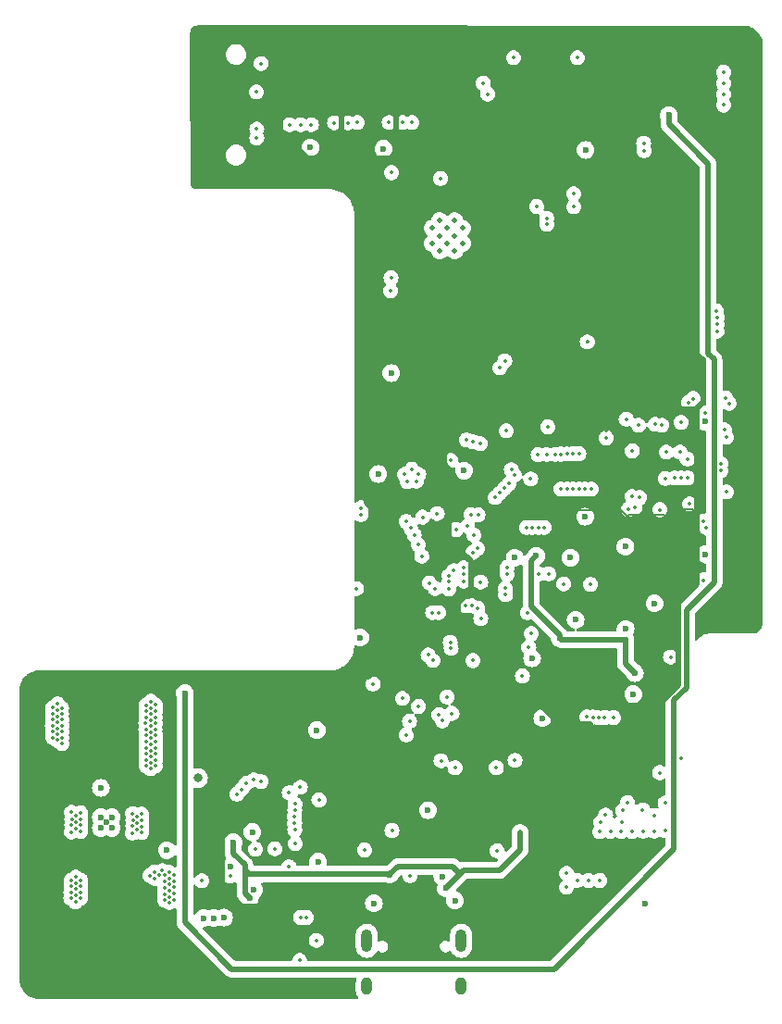
<source format=gbr>
%TF.GenerationSoftware,KiCad,Pcbnew,7.0.5*%
%TF.CreationDate,2023-12-19T13:44:27-08:00*%
%TF.ProjectId,EV11 Board Design,45563131-2042-46f6-9172-642044657369,EV9*%
%TF.SameCoordinates,Original*%
%TF.FileFunction,Copper,L3,Inr*%
%TF.FilePolarity,Positive*%
%FSLAX46Y46*%
G04 Gerber Fmt 4.6, Leading zero omitted, Abs format (unit mm)*
G04 Created by KiCad (PCBNEW 7.0.5) date 2023-12-19 13:44:27*
%MOMM*%
%LPD*%
G01*
G04 APERTURE LIST*
%TA.AperFunction,ComponentPad*%
%ADD10C,0.500000*%
%TD*%
%TA.AperFunction,ComponentPad*%
%ADD11O,1.000000X2.100000*%
%TD*%
%TA.AperFunction,ComponentPad*%
%ADD12O,1.000000X1.600000*%
%TD*%
%TA.AperFunction,ComponentPad*%
%ADD13C,0.600000*%
%TD*%
%TA.AperFunction,ViaPad*%
%ADD14C,0.600000*%
%TD*%
%TA.AperFunction,ViaPad*%
%ADD15C,0.350000*%
%TD*%
%TA.AperFunction,ViaPad*%
%ADD16C,0.800000*%
%TD*%
%TA.AperFunction,Conductor*%
%ADD17C,0.500000*%
%TD*%
%TA.AperFunction,Conductor*%
%ADD18C,0.127000*%
%TD*%
%TA.AperFunction,Conductor*%
%ADD19C,0.200000*%
%TD*%
G04 APERTURE END LIST*
D10*
%TO.N,N/C*%
%TO.C,U11*%
X151925000Y-74760000D03*
X151925000Y-76160000D03*
X152625000Y-74060000D03*
X152625000Y-75460000D03*
X152625000Y-76860000D03*
X153325000Y-74760000D03*
X153325000Y-76160000D03*
X154025000Y-74060000D03*
X154025000Y-75460000D03*
X154025000Y-76860000D03*
X154725000Y-74760000D03*
X154725000Y-76160000D03*
%TD*%
D11*
%TO.N,unconnected-(J9-SHIELD-PadS1)*%
%TO.C,J9*%
X145967500Y-139916000D03*
D12*
X145967500Y-144096000D03*
D11*
X154607500Y-139916000D03*
D12*
X154607500Y-144096000D03*
%TD*%
D13*
%TO.N,GND*%
%TO.C,U7*%
X121640000Y-129610000D03*
X122640000Y-129610000D03*
X122140000Y-129110000D03*
X121640000Y-128610000D03*
X122640000Y-128610000D03*
%TD*%
D14*
%TO.N,+3.3VA*%
X169637500Y-112375000D03*
X163607500Y-112245000D03*
X170487500Y-115435000D03*
X161470000Y-104725500D03*
D15*
%TO.N,+3.3V*%
X165075500Y-102300000D03*
X156610000Y-112670000D03*
D14*
X164716000Y-66806500D03*
D15*
X173352000Y-101175500D03*
X161495000Y-128065000D03*
D14*
X148237000Y-68375000D03*
X161700000Y-130230000D03*
X162137500Y-118575000D03*
X155492500Y-128050000D03*
X148637500Y-59665000D03*
D15*
X166446962Y-120075538D03*
X163400000Y-102100000D03*
X160237500Y-134425000D03*
D14*
X166250000Y-129940000D03*
X138627500Y-59345000D03*
D15*
X167870000Y-93260000D03*
X135727878Y-136838556D03*
X135256250Y-139733750D03*
D14*
X176737000Y-86837500D03*
X143637500Y-59465000D03*
X145768287Y-110070000D03*
X153637500Y-59505000D03*
D15*
X176137500Y-94125000D03*
X166837500Y-102275000D03*
D14*
X145920000Y-99050000D03*
D15*
X169787500Y-101125000D03*
D14*
X153600000Y-96900000D03*
D15*
X136757500Y-136799500D03*
D14*
%TO.N,VBUS*%
X153197500Y-135115000D03*
X133760000Y-130910000D03*
X135280000Y-136025500D03*
D15*
X159987500Y-130025000D03*
D14*
X148060000Y-133860000D03*
D15*
%TO.N,GND*%
X127480000Y-135110000D03*
X119800000Y-129930000D03*
X117260000Y-121330000D03*
X126640000Y-123390000D03*
X119790000Y-128790000D03*
X118043167Y-119154346D03*
X126540000Y-134200000D03*
D14*
X133535000Y-133145000D03*
D15*
X118920000Y-134370000D03*
X119360000Y-135770000D03*
X137550000Y-131510000D03*
X119350000Y-128500000D03*
X126180000Y-118630000D03*
X124550000Y-130080000D03*
X124950000Y-129740000D03*
X167280000Y-129950000D03*
X125390000Y-130030000D03*
X126660000Y-122270000D03*
D14*
X135645000Y-135255000D03*
D15*
X125380000Y-129470000D03*
X127900000Y-135360000D03*
X149921225Y-133974500D03*
D14*
X131970000Y-137850000D03*
D15*
X118060000Y-120790000D03*
X117680000Y-118250000D03*
X124970000Y-129190000D03*
D14*
X169649706Y-111417206D03*
X146617500Y-136495000D03*
X131040000Y-137840000D03*
D15*
X124940000Y-128600000D03*
X125750000Y-120580000D03*
X119350000Y-135200000D03*
D14*
X162027997Y-119574503D03*
X132910000Y-137800000D03*
X151570500Y-127985023D03*
D15*
X126220000Y-118030000D03*
X119320000Y-136370000D03*
X118050000Y-118620000D03*
X119340000Y-134110000D03*
D14*
X169635000Y-103875000D03*
X148200000Y-88010000D03*
X170350000Y-117380000D03*
D15*
X126640000Y-118910000D03*
X125760000Y-118910000D03*
X118920000Y-134920000D03*
X167880000Y-93930000D03*
X117210000Y-120790000D03*
D16*
X130510000Y-125050000D03*
D15*
X126620000Y-120030000D03*
X128350000Y-135040000D03*
X119790000Y-129370000D03*
X117220000Y-119690000D03*
X125760000Y-118380000D03*
X125370000Y-128330000D03*
X126190000Y-119200000D03*
X125780000Y-122270000D03*
X141340000Y-139890000D03*
X126200000Y-121990000D03*
X125770000Y-123940000D03*
X126190000Y-124190000D03*
X119800000Y-134370000D03*
X128320000Y-134460000D03*
X118960000Y-129980000D03*
D14*
X171427500Y-136495000D03*
D15*
X119780000Y-134930000D03*
D14*
X154871898Y-96928102D03*
D15*
X118970000Y-129330000D03*
X170270000Y-95130000D03*
D14*
X140800000Y-67387500D03*
D15*
X125760000Y-119470000D03*
X157900000Y-131690000D03*
D14*
X141500000Y-132700000D03*
D15*
X126200000Y-119740000D03*
X117660000Y-120510000D03*
X126550000Y-133630000D03*
D14*
X164600000Y-104900000D03*
D15*
X172750000Y-124550000D03*
X127480000Y-135640000D03*
X135772500Y-131540000D03*
D14*
X176910000Y-104590000D03*
D15*
X126120000Y-133950000D03*
X126640000Y-122840000D03*
D14*
X145360000Y-112190000D03*
D15*
X118080000Y-119700000D03*
X117640000Y-118850000D03*
X126220000Y-123100000D03*
X127470000Y-134500000D03*
X178600000Y-60500000D03*
D14*
X159500000Y-104900000D03*
D15*
X155680000Y-114300000D03*
X118980000Y-128800000D03*
X125760000Y-123390000D03*
X126660000Y-121130000D03*
X126200000Y-120290000D03*
X126660000Y-121720000D03*
X127480000Y-136200000D03*
X125380000Y-128890000D03*
X127470000Y-133940000D03*
X127900000Y-134230000D03*
X125780000Y-121740000D03*
X127890000Y-133660000D03*
X127930000Y-136410000D03*
X127270181Y-133509622D03*
X117660000Y-119960000D03*
X117220000Y-118600000D03*
D14*
X165938378Y-101141541D03*
D15*
X125760000Y-121130000D03*
X127910000Y-135930000D03*
X124550000Y-128280000D03*
X126240000Y-121390000D03*
X125780000Y-122830000D03*
X118900000Y-136040000D03*
X119780000Y-128230000D03*
D14*
X165986000Y-67599500D03*
X147020000Y-97240000D03*
D15*
X117650000Y-119420000D03*
X124570000Y-128900000D03*
X126640000Y-118360000D03*
X119780000Y-135490000D03*
X119360000Y-129640000D03*
D14*
X147500000Y-67500000D03*
X154037500Y-136245000D03*
D15*
X126210000Y-122560000D03*
D14*
X161087500Y-114095000D03*
D15*
X126620000Y-119480000D03*
X117200000Y-120240000D03*
X127940000Y-134760000D03*
X118080000Y-120250000D03*
X128330000Y-136160000D03*
X118900000Y-135490000D03*
X126220000Y-120840000D03*
D14*
X141400000Y-120660000D03*
D15*
X125740000Y-120030000D03*
X128350000Y-135590000D03*
X118060000Y-121330000D03*
X175288000Y-95875000D03*
D14*
X176887000Y-92448000D03*
D15*
X119340000Y-134660000D03*
X126220000Y-123650000D03*
X118070000Y-121880000D03*
X119380000Y-129090000D03*
D14*
X172291250Y-109071250D03*
D15*
X117670000Y-121580000D03*
D14*
X152887500Y-134038000D03*
D15*
X118960000Y-128180000D03*
D14*
X165077500Y-110575000D03*
D15*
X117220000Y-119130000D03*
X126620000Y-123930000D03*
X117680000Y-121060000D03*
X128340000Y-133890000D03*
X119780000Y-136020000D03*
X124560000Y-129430000D03*
X126600000Y-120570000D03*
X127000000Y-133930000D03*
%TO.N,/UI_SDA*%
X139898537Y-137799296D03*
X153610000Y-112624500D03*
X145760000Y-131620000D03*
X153327000Y-117631830D03*
X139820000Y-141730000D03*
%TO.N,/UI_SCL*%
X140448035Y-137801426D03*
X148270000Y-129830000D03*
X153765000Y-119130000D03*
X153679500Y-113180000D03*
%TO.N,/MCLK*%
X166098551Y-119450538D03*
X161029141Y-111844115D03*
X164831735Y-98611500D03*
X173352000Y-95242000D03*
X160661571Y-109931547D03*
X156390000Y-107130000D03*
X161641014Y-95458986D03*
%TO.N,/MGMT_BOOT*%
X178010667Y-83563701D03*
X174730000Y-123240000D03*
X170490000Y-100288588D03*
X178871587Y-98879576D03*
X165220000Y-134400000D03*
X178872000Y-93860000D03*
%TO.N,/MGMT_NRST*%
X172787500Y-100500500D03*
X173758000Y-113970000D03*
X176762000Y-106939221D03*
X164260000Y-133770000D03*
X178016897Y-84176897D03*
X164247500Y-135035000D03*
X159382000Y-59174000D03*
X165224000Y-59174000D03*
%TO.N,/IN_3*%
X161671087Y-102118665D03*
X135862000Y-62300000D03*
X158557574Y-98553002D03*
X162600000Y-106370000D03*
%TO.N,/NET_RST*%
X164830735Y-95386155D03*
X161502000Y-72780000D03*
X148220000Y-69680000D03*
X152715713Y-70215713D03*
%TO.N,/UI_RST*%
X164282232Y-98611500D03*
X158800000Y-106400000D03*
%TO.N,/MIC_P*%
X160572349Y-102141084D03*
X160200000Y-115700000D03*
X161700000Y-106370000D03*
X135900000Y-66500000D03*
X157700000Y-99390000D03*
X160788620Y-113088620D03*
%TO.N,/LEDA_R*%
X174156692Y-97590822D03*
X148013000Y-65100000D03*
%TO.N,/DISP_BL*%
X150528713Y-97889287D03*
X153494000Y-106535401D03*
X169832000Y-127280000D03*
X173260000Y-127320000D03*
X173270000Y-129850000D03*
%TO.N,/DISP_RSTR*%
X172270000Y-129890000D03*
X167822000Y-128430000D03*
X172250000Y-128460000D03*
%TO.N,/LEDA_G*%
X174706194Y-97589729D03*
X149262000Y-65100000D03*
%TO.N,/BATTERY_MON*%
X130890000Y-134440000D03*
X138860000Y-133150000D03*
X133454477Y-134004477D03*
X138870000Y-126380000D03*
%TO.N,/LEDA_B*%
X150100000Y-65100000D03*
X175331261Y-97595369D03*
%TO.N,/KB_COL3*%
X149559500Y-121104643D03*
X152889000Y-119800000D03*
X158669821Y-108279606D03*
X136300000Y-125365000D03*
%TO.N,/KB_COL4*%
X158640000Y-107690000D03*
X152562000Y-119259001D03*
%TO.N,/DISP_DC*%
X169380000Y-127992000D03*
X171270000Y-129910000D03*
X171210000Y-127950000D03*
%TO.N,/DISP_CS*%
X150717552Y-97258000D03*
X170270000Y-129930000D03*
X151070993Y-101179806D03*
%TO.N,/DISP_SPI_SCK*%
X169270000Y-129080000D03*
X167380000Y-129070000D03*
X169260000Y-129930000D03*
%TO.N,/DISP_SPI_MOSI*%
X168260000Y-129920000D03*
%TO.N,/KB_MIC*%
X149642000Y-97942056D03*
D14*
X135489500Y-129976409D03*
D15*
%TO.N,/KB_ROW5*%
X139370000Y-129196376D03*
X150995000Y-104750000D03*
%TO.N,/KB_ROW1*%
X134068500Y-126520000D03*
X149580000Y-101568500D03*
%TO.N,/KB_ROW2*%
X134958357Y-125520403D03*
X149982500Y-102190000D03*
%TO.N,/KB_ROW3*%
X150309500Y-102802327D03*
X139392170Y-127417900D03*
%TO.N,/KB_ROW4*%
X150668000Y-103690000D03*
X139357658Y-128557659D03*
%TO.N,/KB_ROW6*%
X151580000Y-113790000D03*
X139381599Y-129745756D03*
%TO.N,/KB_ROW7*%
X152022000Y-114280000D03*
X139410000Y-131030000D03*
%TO.N,/LEDB_R*%
X158725963Y-93294037D03*
X155077969Y-94122031D03*
X175513000Y-99975500D03*
X138900000Y-65300000D03*
%TO.N,/LEDB_G*%
X155709193Y-94290807D03*
X139900000Y-65300000D03*
%TO.N,/LEDB_B*%
X156340417Y-94459583D03*
X140900000Y-65300000D03*
%TO.N,/HP_R*%
X166440000Y-107330000D03*
X135900000Y-65700000D03*
X158151913Y-98958661D03*
X161121624Y-102125270D03*
%TO.N,/HP_L*%
X158995574Y-98115000D03*
X162220587Y-102120504D03*
X164000000Y-107280000D03*
X136300000Y-59700000D03*
%TO.N,/KB_COL5*%
X150704500Y-118500000D03*
X139386802Y-127967376D03*
%TO.N,/KB_COL2*%
X149879287Y-119841287D03*
X135639579Y-125209580D03*
%TO.N,/BTN_RST*%
X169910000Y-100460000D03*
X165381153Y-98619980D03*
X162411521Y-95446854D03*
X178600000Y-63500000D03*
%TO.N,/BTN_UI*%
X166490792Y-98611500D03*
X170220000Y-99295000D03*
X178600000Y-62500000D03*
X157026000Y-62500000D03*
X162428390Y-73842547D03*
X164281530Y-95404228D03*
%TO.N,/BTN_NET*%
X165930655Y-98620082D03*
X163732378Y-95423844D03*
X170932213Y-99387787D03*
X178600000Y-61500000D03*
X156638000Y-61500000D03*
X162430865Y-74392044D03*
%TO.N,/KB_COL1*%
X149230000Y-117760000D03*
X134500000Y-126080000D03*
D14*
%TO.N,Net-(J5-Pin_1)*%
X121640000Y-125940000D03*
X173590000Y-64430000D03*
X129320000Y-117270000D03*
X127680500Y-131640000D03*
D15*
%TO.N,Net-(U1-PA12)*%
X139882839Y-125887400D03*
X145040000Y-107720000D03*
X141590000Y-127038000D03*
X146561580Y-116444229D03*
%TO.N,/UI_STAT*%
X173280192Y-97650000D03*
X160965000Y-97690000D03*
X155745287Y-102805287D03*
X159456547Y-97337121D03*
%TO.N,/UI_BOOT*%
X152541919Y-109905499D03*
X150090000Y-96820000D03*
X158152000Y-87530000D03*
X163183619Y-95446500D03*
%TO.N,/UI_LED_B*%
X151992417Y-109905988D03*
X145100000Y-65100000D03*
X153932000Y-106080000D03*
X154808861Y-105833361D03*
%TO.N,/NET_STAT*%
X174725500Y-92515962D03*
X158600000Y-86880000D03*
X162520000Y-92920000D03*
X174622000Y-95242000D03*
%TO.N,/UI_LED_G*%
X156100000Y-104050000D03*
X144262000Y-65120000D03*
%TO.N,/UI_TX1_MGMT*%
X153477610Y-107730872D03*
X154845500Y-107034396D03*
X152237350Y-107721367D03*
X177010000Y-102120000D03*
%TO.N,/UI_RX1_MGMT*%
X153478110Y-107084656D03*
X176780000Y-101550000D03*
X154845500Y-106415607D03*
X151690287Y-107199713D03*
%TO.N,/NET_BOOT*%
X166143500Y-85150000D03*
X165380000Y-95370000D03*
%TO.N,/UI_LED_R*%
X159196641Y-96853359D03*
X158800000Y-105800000D03*
X143013000Y-65120000D03*
X163732729Y-98611500D03*
%TO.N,/MGMT_SWDIO*%
X175390000Y-90700000D03*
X179111171Y-90764400D03*
X170807500Y-92787000D03*
X166237500Y-134405000D03*
%TO.N,/MGMT_SWCLK*%
X175823751Y-90342000D03*
X178809000Y-90305620D03*
X167267500Y-134405000D03*
X169700000Y-92230500D03*
%TO.N,/I2S_DACLRC*%
X155578859Y-109295000D03*
X167192939Y-119538388D03*
X155662000Y-104400500D03*
X152413000Y-100852306D03*
%TO.N,/BOOT1*%
X153662000Y-96000000D03*
X149430000Y-97270000D03*
%TO.N,/I2S_BCLK*%
X154959979Y-109295000D03*
X166647709Y-119469995D03*
%TO.N,/I2S_ADCDAT*%
X168527500Y-119515000D03*
X156120000Y-109490000D03*
%TO.N,/I2S_DACDAT*%
X167741086Y-119499818D03*
X156399308Y-110443192D03*
%TO.N,/USB_TX1_MGMT*%
X152762500Y-123460000D03*
X172336000Y-92702000D03*
X176908000Y-91686000D03*
X159527500Y-123417000D03*
%TO.N,/USB_RX1_MGMT*%
X178683000Y-93210000D03*
X154040000Y-124090000D03*
X172972781Y-92789278D03*
X157820147Y-124091853D03*
%TO.N,/UI_TX2_NET*%
X155190000Y-102000000D03*
X148160000Y-80470000D03*
X156150287Y-100960287D03*
X145455697Y-100336271D03*
%TO.N,/NET_TX1_MGMT*%
X178367156Y-96290000D03*
X171300140Y-66995087D03*
X178012471Y-82942471D03*
X164890000Y-71610000D03*
%TO.N,/NET_RX1_MGMT*%
X177955000Y-82340000D03*
X164900000Y-72800000D03*
X178367156Y-96929354D03*
X171320000Y-67680000D03*
%TO.N,/UI_RX2_NET*%
X148190000Y-79300000D03*
X145450000Y-100950000D03*
X155509403Y-100944932D03*
X154128152Y-102321848D03*
%TD*%
D17*
%TO.N,+3.3VA*%
X160987500Y-105208000D02*
X160987500Y-109375000D01*
X169637500Y-114585000D02*
X169637500Y-112375000D01*
X163607500Y-111995000D02*
X163607500Y-112245000D01*
X160987500Y-109375000D02*
X163607500Y-111995000D01*
X161470000Y-104725500D02*
X160987500Y-105208000D01*
X163737500Y-112375000D02*
X169637500Y-112375000D01*
X170487500Y-115435000D02*
X169637500Y-114585000D01*
%TO.N,+3.3V*%
X156542500Y-65570000D02*
X153737500Y-68375000D01*
X132730000Y-135660000D02*
X132730000Y-119210000D01*
D18*
X135727878Y-136838556D02*
X135717500Y-136828178D01*
D17*
X153037500Y-91325000D02*
X147815000Y-91325000D01*
X161700000Y-130230000D02*
X165970000Y-130230000D01*
X153037500Y-96337500D02*
X153037500Y-91325000D01*
D19*
X173151500Y-100975000D02*
X173352000Y-101175500D01*
D17*
X134637500Y-136775000D02*
X133845000Y-136775000D01*
X155470000Y-105223884D02*
X153475000Y-103228884D01*
D19*
X169937500Y-100975000D02*
X173151500Y-100975000D01*
D17*
X132730000Y-119210000D02*
X136170000Y-115770000D01*
X176720000Y-86854500D02*
X176720000Y-90643206D01*
X133845000Y-136775000D02*
X132730000Y-135660000D01*
X174500000Y-116510000D02*
X164470000Y-126540000D01*
X147470000Y-108142500D02*
X147470000Y-101457500D01*
X176138206Y-91225000D02*
X176137500Y-91225000D01*
X172270000Y-65570000D02*
X156542500Y-65570000D01*
X155282500Y-112670000D02*
X154334979Y-111722479D01*
X154334979Y-111722479D02*
X154334979Y-109036116D01*
X161700000Y-130230000D02*
X161700000Y-132862500D01*
X138627500Y-59345000D02*
X138100000Y-59872500D01*
X143647500Y-59455000D02*
X143637500Y-59465000D01*
X153600000Y-96900000D02*
X153037500Y-96337500D01*
X134870000Y-137007500D02*
X134637500Y-136775000D01*
X143637500Y-59465000D02*
X143637500Y-68225000D01*
X148537500Y-68375000D02*
X143787500Y-68375000D01*
X134870000Y-139347500D02*
X134870000Y-137007500D01*
D19*
X167865000Y-91325000D02*
X167865000Y-93255000D01*
X164958459Y-100541541D02*
X163400000Y-102100000D01*
D17*
X163020000Y-126540000D02*
X161495000Y-128065000D01*
D19*
X165100500Y-102275000D02*
X166837500Y-102275000D01*
D17*
X134637500Y-136775000D02*
X135717500Y-136775000D01*
X170487500Y-91325000D02*
X176037500Y-91325000D01*
D19*
X173352000Y-101175500D02*
X173352000Y-101118000D01*
D17*
X145920000Y-93220000D02*
X145920000Y-99050000D01*
D19*
X165075500Y-102300000D02*
X165100500Y-102275000D01*
D17*
X140535000Y-68375000D02*
X148237000Y-68375000D01*
X166446962Y-120075538D02*
X163638038Y-120075538D01*
X176137500Y-94125000D02*
X176137500Y-91225000D01*
X145768287Y-109844213D02*
X147470000Y-108142500D01*
X147470000Y-101457500D02*
X145920000Y-99907500D01*
X166446962Y-120085538D02*
X166446962Y-120075538D01*
D19*
X174020000Y-100450000D02*
X175712500Y-100450000D01*
D17*
X153475000Y-103228884D02*
X153475000Y-97025000D01*
X153637500Y-59505000D02*
X153637500Y-68275000D01*
X176737000Y-86837500D02*
X176010000Y-86110500D01*
X176037500Y-91325000D02*
X176137500Y-91225000D01*
X160237500Y-134325000D02*
X160237500Y-134425000D01*
X167865000Y-91325000D02*
X153037500Y-91325000D01*
X139240000Y-138917500D02*
X143062500Y-138917500D01*
X164470000Y-126540000D02*
X163020000Y-126540000D01*
X162577500Y-123955000D02*
X166446962Y-120085538D01*
X176010000Y-86110500D02*
X176010000Y-69310000D01*
X176720000Y-90643206D02*
X176138206Y-91225000D01*
X176137500Y-100875000D02*
X176137500Y-94125000D01*
X169387500Y-91325000D02*
X167865000Y-91325000D01*
X137097500Y-136775000D02*
X139240000Y-138917500D01*
X148237000Y-68375000D02*
X149958839Y-70096839D01*
X174500000Y-108967500D02*
X174500000Y-116510000D01*
X156562500Y-138100000D02*
X160237500Y-134425000D01*
X156610000Y-112670000D02*
X155282500Y-112670000D01*
X161495000Y-128065000D02*
X162577500Y-126982500D01*
D19*
X175712500Y-100450000D02*
X176137500Y-100875000D01*
D17*
X176137500Y-107330000D02*
X174500000Y-108967500D01*
D18*
X136757500Y-136799500D02*
X136757500Y-136775000D01*
D17*
X144535500Y-68375000D02*
X144520500Y-68360000D01*
X165970000Y-130230000D02*
X166250000Y-129950000D01*
X148637500Y-68275000D02*
X148537500Y-68375000D01*
X176010000Y-69310000D02*
X172270000Y-65570000D01*
X161495000Y-128065000D02*
X155507500Y-128065000D01*
X136757500Y-136775000D02*
X137097500Y-136775000D01*
X138100000Y-59872500D02*
X138100000Y-65940000D01*
X138100000Y-65940000D02*
X140535000Y-68375000D01*
X161700000Y-132862500D02*
X160237500Y-134325000D01*
X145768287Y-110070000D02*
X145768287Y-109844213D01*
X153637500Y-68275000D02*
X153737500Y-68375000D01*
X135256250Y-139733750D02*
X134870000Y-139347500D01*
X144535500Y-68375000D02*
X143787500Y-68375000D01*
X143062500Y-138917500D02*
X143880000Y-138100000D01*
X170487500Y-91325000D02*
X169387500Y-91325000D01*
X149958839Y-70096839D02*
X149958839Y-91325000D01*
X162577500Y-126982500D02*
X162577500Y-123955000D01*
X166260000Y-129940000D02*
X166270000Y-129930000D01*
X166250000Y-129940000D02*
X166260000Y-129940000D01*
D19*
X169204041Y-100541541D02*
X164958459Y-100541541D01*
D17*
X145920000Y-99907500D02*
X145920000Y-99050000D01*
X148637500Y-59665000D02*
X148637500Y-68275000D01*
X147815000Y-91325000D02*
X145920000Y-93220000D01*
D19*
X173352000Y-101118000D02*
X174020000Y-100450000D01*
D17*
X147470000Y-114420000D02*
X147470000Y-108142500D01*
X166250000Y-129950000D02*
X166250000Y-129940000D01*
D19*
X169787500Y-101125000D02*
X169937500Y-100975000D01*
D17*
X155470000Y-107901095D02*
X155470000Y-105223884D01*
X143637500Y-68225000D02*
X143787500Y-68375000D01*
X135717500Y-136775000D02*
X136757500Y-136775000D01*
X153475000Y-97025000D02*
X153600000Y-96900000D01*
X153737500Y-68375000D02*
X148537500Y-68375000D01*
X176137500Y-107330000D02*
X176137500Y-100875000D01*
X176737000Y-86837500D02*
X176720000Y-86854500D01*
D18*
X135717500Y-136828178D02*
X135717500Y-136775000D01*
D17*
X163638038Y-120075538D02*
X162137500Y-118575000D01*
D19*
X167865000Y-93255000D02*
X167870000Y-93260000D01*
D17*
X148237000Y-68375000D02*
X144535500Y-68375000D01*
X154334979Y-109036116D02*
X155470000Y-107901095D01*
X143880000Y-138100000D02*
X156562500Y-138100000D01*
X136170000Y-115770000D02*
X146120000Y-115770000D01*
X161700000Y-130190000D02*
X161700000Y-130230000D01*
X146120000Y-115770000D02*
X147470000Y-114420000D01*
D19*
X169787500Y-101125000D02*
X169204041Y-100541541D01*
D17*
%TO.N,VBUS*%
X148060000Y-133860000D02*
X148065000Y-133855000D01*
X134815000Y-135560500D02*
X134815000Y-133515000D01*
X148065000Y-133855000D02*
X148070000Y-133855000D01*
X148800000Y-133125000D02*
X153837500Y-133125000D01*
X154827500Y-133485000D02*
X158117500Y-133485000D01*
X135280000Y-136025500D02*
X134815000Y-135560500D01*
X159987500Y-131615000D02*
X159987500Y-130025000D01*
X133740000Y-130930000D02*
X133740000Y-131920000D01*
X154512500Y-133800000D02*
X153197500Y-135115000D01*
X148070000Y-133855000D02*
X148800000Y-133125000D01*
X153197500Y-135115000D02*
X153187500Y-135125000D01*
X134815000Y-132995000D02*
X134815000Y-133515000D01*
X153187500Y-135125000D02*
X154827500Y-133485000D01*
X148055000Y-133855000D02*
X148060000Y-133860000D01*
X133740000Y-131920000D02*
X134815000Y-132995000D01*
X135155000Y-133855000D02*
X148055000Y-133855000D01*
X153837500Y-133125000D02*
X154512500Y-133800000D01*
X134815000Y-133515000D02*
X135155000Y-133855000D01*
X133760000Y-130910000D02*
X133740000Y-130930000D01*
X158117500Y-133485000D02*
X159987500Y-131615000D01*
%TO.N,Net-(J5-Pin_1)*%
X177190000Y-86229839D02*
X177742156Y-86781995D01*
X173590000Y-65260000D02*
X177190000Y-68860000D01*
X174070000Y-117929950D02*
X174070000Y-131530000D01*
X163100000Y-142500000D02*
X133580000Y-142500000D01*
X129320000Y-138240000D02*
X129320000Y-117270000D01*
X175200000Y-109710000D02*
X175200000Y-116799950D01*
X174070000Y-131530000D02*
X163100000Y-142500000D01*
X133580000Y-142500000D02*
X129320000Y-138240000D01*
X177190000Y-68860000D02*
X177190000Y-86229839D01*
X177742156Y-86781995D02*
X177742156Y-107167844D01*
X175200000Y-116799950D02*
X174070000Y-117929950D01*
X177742156Y-107167844D02*
X175200000Y-109710000D01*
X173590000Y-64430000D02*
X173590000Y-65260000D01*
D18*
%TO.N,/NET_BOOT*%
X166143500Y-85150000D02*
X166103500Y-85190000D01*
%TD*%
%TA.AperFunction,Conductor*%
%TO.N,+3.3V*%
G36*
X180347748Y-56224693D02*
G01*
X180347961Y-56224714D01*
X180360105Y-56224714D01*
X180397928Y-56224714D01*
X180402044Y-56224848D01*
X180630766Y-56239838D01*
X180638907Y-56240910D01*
X180861681Y-56285222D01*
X180869645Y-56287355D01*
X181084721Y-56360363D01*
X181092334Y-56363517D01*
X181190558Y-56411955D01*
X181296036Y-56463970D01*
X181303175Y-56468093D01*
X181492015Y-56594271D01*
X181498560Y-56599293D01*
X181573075Y-56664640D01*
X181645697Y-56728328D01*
X181669321Y-56749045D01*
X181675154Y-56754878D01*
X181824906Y-56925639D01*
X181829928Y-56932184D01*
X181956106Y-57121024D01*
X181960231Y-57128168D01*
X182060682Y-57331865D01*
X182063840Y-57339487D01*
X182136842Y-57554550D01*
X182138977Y-57562518D01*
X182183287Y-57785276D01*
X182184362Y-57793446D01*
X182197415Y-57992604D01*
X182199350Y-58022138D01*
X182199485Y-58026283D01*
X182179517Y-110739046D01*
X182178178Y-110757320D01*
X182177744Y-110760268D01*
X182179415Y-110793410D01*
X182179495Y-110796602D01*
X182179492Y-110805415D01*
X182179442Y-110807894D01*
X182173130Y-110966859D01*
X182170197Y-110989335D01*
X182136288Y-111141102D01*
X182129376Y-111162688D01*
X182068825Y-111305924D01*
X182058158Y-111325923D01*
X181972918Y-111456004D01*
X181958842Y-111473764D01*
X181851684Y-111586462D01*
X181834651Y-111601416D01*
X181709034Y-111693092D01*
X181689598Y-111704753D01*
X181549588Y-111772441D01*
X181528377Y-111780431D01*
X181378504Y-111821940D01*
X181356205Y-111826000D01*
X181192833Y-111840753D01*
X181187115Y-111841008D01*
X177353283Y-111837991D01*
X177351801Y-111837973D01*
X177264147Y-111835841D01*
X177251989Y-111835546D01*
X177251988Y-111835546D01*
X177047340Y-111860771D01*
X176848632Y-111915868D01*
X176660225Y-111999623D01*
X176486190Y-112110227D01*
X176330358Y-112245247D01*
X176330345Y-112245260D01*
X176196105Y-112401755D01*
X176196100Y-112401763D01*
X176191174Y-112409600D01*
X176137986Y-112456627D01*
X176067817Y-112467434D01*
X176002944Y-112438588D01*
X175963965Y-112379249D01*
X175958500Y-112342543D01*
X175958500Y-110076370D01*
X175978502Y-110008249D01*
X175995400Y-109987280D01*
X178232934Y-107749745D01*
X178246773Y-107737785D01*
X178266214Y-107723313D01*
X178300157Y-107682859D01*
X178303856Y-107678823D01*
X178309736Y-107672945D01*
X178329777Y-107647597D01*
X178330830Y-107646305D01*
X178380188Y-107587484D01*
X178380189Y-107587481D01*
X178380193Y-107587477D01*
X178384222Y-107581352D01*
X178384278Y-107581389D01*
X178388327Y-107575034D01*
X178388269Y-107574998D01*
X178392119Y-107568755D01*
X178392118Y-107568755D01*
X178392123Y-107568750D01*
X178424565Y-107499174D01*
X178425348Y-107497559D01*
X178426747Y-107494774D01*
X178459765Y-107429032D01*
X178459766Y-107429025D01*
X178462276Y-107422133D01*
X178462339Y-107422156D01*
X178464813Y-107415040D01*
X178464749Y-107415019D01*
X178467055Y-107408055D01*
X178467058Y-107408051D01*
X178482587Y-107332835D01*
X178482944Y-107331227D01*
X178500656Y-107256500D01*
X178500656Y-107256497D01*
X178501508Y-107249212D01*
X178501574Y-107249219D01*
X178502340Y-107241721D01*
X178502274Y-107241716D01*
X178502912Y-107234410D01*
X178502914Y-107234402D01*
X178501598Y-107189199D01*
X178500683Y-107157702D01*
X178500656Y-107155870D01*
X178500656Y-99652932D01*
X178520658Y-99584811D01*
X178574314Y-99538318D01*
X178644588Y-99528214D01*
X178656811Y-99530594D01*
X178745922Y-99552558D01*
X178788595Y-99563076D01*
X178788596Y-99563076D01*
X178954578Y-99563076D01*
X178954579Y-99563076D01*
X179115740Y-99523353D01*
X179262711Y-99446217D01*
X179386952Y-99336149D01*
X179481241Y-99199547D01*
X179540100Y-99044350D01*
X179540100Y-99044349D01*
X179540101Y-99044347D01*
X179560107Y-98879579D01*
X179560107Y-98879572D01*
X179540101Y-98714804D01*
X179486240Y-98572786D01*
X179481241Y-98559605D01*
X179481239Y-98559603D01*
X179481239Y-98559601D01*
X179386953Y-98423005D01*
X179386954Y-98423005D01*
X179331073Y-98373499D01*
X179262711Y-98312935D01*
X179262710Y-98312934D01*
X179262706Y-98312932D01*
X179115738Y-98235798D01*
X178954580Y-98196076D01*
X178954579Y-98196076D01*
X178788595Y-98196076D01*
X178788593Y-98196076D01*
X178656810Y-98228558D01*
X178585882Y-98225439D01*
X178527899Y-98184469D01*
X178501271Y-98118655D01*
X178500656Y-98106219D01*
X178500656Y-97699119D01*
X178520658Y-97630998D01*
X178574314Y-97584505D01*
X178596504Y-97576780D01*
X178611309Y-97573131D01*
X178758280Y-97495995D01*
X178882521Y-97385927D01*
X178976810Y-97249325D01*
X179035669Y-97094128D01*
X179035669Y-97094127D01*
X179035670Y-97094125D01*
X179055676Y-96929357D01*
X179055676Y-96929350D01*
X179035670Y-96764582D01*
X179012450Y-96703358D01*
X178993865Y-96654355D01*
X178988412Y-96583570D01*
X178993867Y-96564994D01*
X179035668Y-96454778D01*
X179035670Y-96454770D01*
X179055676Y-96290003D01*
X179055676Y-96289996D01*
X179035670Y-96125228D01*
X179015855Y-96072982D01*
X178976810Y-95970029D01*
X178976808Y-95970027D01*
X178976808Y-95970025D01*
X178883764Y-95835228D01*
X178882522Y-95833429D01*
X178882523Y-95833429D01*
X178854545Y-95808643D01*
X178758280Y-95723359D01*
X178758279Y-95723358D01*
X178758275Y-95723356D01*
X178675721Y-95680029D01*
X178611309Y-95646223D01*
X178611306Y-95646222D01*
X178611304Y-95646221D01*
X178596500Y-95642572D01*
X178535146Y-95606848D01*
X178502846Y-95543624D01*
X178500656Y-95520234D01*
X178500656Y-94633254D01*
X178520658Y-94565133D01*
X178574314Y-94518640D01*
X178644588Y-94508536D01*
X178656811Y-94510916D01*
X178789000Y-94543499D01*
X178789007Y-94543499D01*
X178789008Y-94543500D01*
X178789009Y-94543500D01*
X178954991Y-94543500D01*
X178954992Y-94543500D01*
X179116153Y-94503777D01*
X179263124Y-94426641D01*
X179387365Y-94316573D01*
X179481654Y-94179971D01*
X179540513Y-94024774D01*
X179540513Y-94024773D01*
X179540514Y-94024771D01*
X179560520Y-93860003D01*
X179560520Y-93859996D01*
X179540514Y-93695228D01*
X179507169Y-93607307D01*
X179481654Y-93540029D01*
X179481652Y-93540027D01*
X179481652Y-93540025D01*
X179383036Y-93397155D01*
X179385150Y-93395695D01*
X179360181Y-93342601D01*
X179359609Y-93308091D01*
X179371520Y-93210000D01*
X179371520Y-93209997D01*
X179351514Y-93045228D01*
X179323945Y-92972535D01*
X179292654Y-92890029D01*
X179292652Y-92890027D01*
X179292652Y-92890025D01*
X179221539Y-92787000D01*
X179198366Y-92753429D01*
X179198367Y-92753429D01*
X179074123Y-92643358D01*
X179074119Y-92643356D01*
X178927151Y-92566222D01*
X178765993Y-92526500D01*
X178765992Y-92526500D01*
X178626656Y-92526500D01*
X178558535Y-92506498D01*
X178512042Y-92452842D01*
X178500656Y-92400500D01*
X178500656Y-91416637D01*
X178520658Y-91348516D01*
X178574314Y-91302023D01*
X178644588Y-91291919D01*
X178709168Y-91321413D01*
X178710132Y-91322257D01*
X178720047Y-91331041D01*
X178867018Y-91408177D01*
X179028179Y-91447900D01*
X179028180Y-91447900D01*
X179194162Y-91447900D01*
X179194163Y-91447900D01*
X179355324Y-91408177D01*
X179502295Y-91331041D01*
X179626536Y-91220973D01*
X179720825Y-91084371D01*
X179779684Y-90929174D01*
X179779684Y-90929173D01*
X179779685Y-90929171D01*
X179799691Y-90764403D01*
X179799691Y-90764396D01*
X179779685Y-90599628D01*
X179755260Y-90535226D01*
X179720825Y-90444429D01*
X179720823Y-90444427D01*
X179720823Y-90444425D01*
X179626537Y-90307829D01*
X179626536Y-90307827D01*
X179517924Y-90211605D01*
X179480200Y-90151462D01*
X179479140Y-90147446D01*
X179477513Y-90140848D01*
X179477513Y-90140846D01*
X179418654Y-89985649D01*
X179418652Y-89985647D01*
X179418652Y-89985645D01*
X179355794Y-89894581D01*
X179324366Y-89849049D01*
X179324367Y-89849049D01*
X179200123Y-89738978D01*
X179200119Y-89738976D01*
X179053151Y-89661842D01*
X178891993Y-89622120D01*
X178891992Y-89622120D01*
X178726008Y-89622120D01*
X178726003Y-89622120D01*
X178656809Y-89639175D01*
X178585881Y-89636056D01*
X178527898Y-89595085D01*
X178501271Y-89529271D01*
X178500656Y-89516836D01*
X178500656Y-86846436D01*
X178501986Y-86828177D01*
X178503096Y-86820595D01*
X178505497Y-86804206D01*
X178502912Y-86774656D01*
X178500896Y-86751609D01*
X178500656Y-86746116D01*
X178500656Y-86737808D01*
X178496915Y-86705817D01*
X178496731Y-86704028D01*
X178490043Y-86627569D01*
X178490041Y-86627565D01*
X178488559Y-86620383D01*
X178488625Y-86620369D01*
X178486993Y-86613007D01*
X178486928Y-86613023D01*
X178485236Y-86605888D01*
X178485235Y-86605886D01*
X178485235Y-86605882D01*
X178458998Y-86533798D01*
X178458397Y-86532068D01*
X178440780Y-86478904D01*
X178434270Y-86459257D01*
X178434265Y-86459250D01*
X178431168Y-86452606D01*
X178431230Y-86452576D01*
X178427944Y-86445790D01*
X178427884Y-86445821D01*
X178424589Y-86439260D01*
X178402683Y-86405954D01*
X178382422Y-86375150D01*
X178381449Y-86373621D01*
X178341188Y-86308346D01*
X178336634Y-86302587D01*
X178336687Y-86302544D01*
X178331922Y-86296695D01*
X178331871Y-86296739D01*
X178327154Y-86291117D01*
X178271333Y-86238453D01*
X178270018Y-86237176D01*
X177985404Y-85952561D01*
X177951379Y-85890249D01*
X177948500Y-85863466D01*
X177948500Y-84986397D01*
X177968502Y-84918276D01*
X178022158Y-84871783D01*
X178074500Y-84860397D01*
X178099888Y-84860397D01*
X178099889Y-84860397D01*
X178261050Y-84820674D01*
X178408021Y-84743538D01*
X178532262Y-84633470D01*
X178626551Y-84496868D01*
X178685410Y-84341671D01*
X178685410Y-84341670D01*
X178685411Y-84341668D01*
X178705417Y-84176900D01*
X178705417Y-84176893D01*
X178685411Y-84012125D01*
X178645452Y-83906765D01*
X178639998Y-83835978D01*
X178645453Y-83817402D01*
X178679180Y-83728475D01*
X178699187Y-83563701D01*
X178699187Y-83563697D01*
X178679181Y-83398929D01*
X178641716Y-83300145D01*
X178636262Y-83229358D01*
X178641714Y-83210789D01*
X178680984Y-83107245D01*
X178680984Y-83107242D01*
X178680985Y-83107241D01*
X178700991Y-82942474D01*
X178700991Y-82942467D01*
X178680985Y-82777699D01*
X178619422Y-82615374D01*
X178621320Y-82614653D01*
X178609419Y-82555253D01*
X178617122Y-82521626D01*
X178623513Y-82504775D01*
X178623514Y-82504770D01*
X178643520Y-82340003D01*
X178643520Y-82339996D01*
X178623514Y-82175228D01*
X178564652Y-82020025D01*
X178470366Y-81883429D01*
X178470367Y-81883429D01*
X178346123Y-81773358D01*
X178346119Y-81773356D01*
X178199151Y-81696222D01*
X178044346Y-81658066D01*
X177982991Y-81622342D01*
X177950690Y-81559119D01*
X177948500Y-81535727D01*
X177948500Y-68924441D01*
X177949830Y-68906182D01*
X177950940Y-68898600D01*
X177953341Y-68882211D01*
X177950875Y-68854027D01*
X177948740Y-68829614D01*
X177948500Y-68824121D01*
X177948500Y-68815813D01*
X177944759Y-68783822D01*
X177944575Y-68782033D01*
X177937887Y-68705574D01*
X177937885Y-68705570D01*
X177936403Y-68698388D01*
X177936469Y-68698374D01*
X177934837Y-68691012D01*
X177934772Y-68691028D01*
X177933080Y-68683893D01*
X177933079Y-68683891D01*
X177933079Y-68683887D01*
X177906842Y-68611803D01*
X177906241Y-68610073D01*
X177900651Y-68593205D01*
X177882114Y-68537262D01*
X177882109Y-68537255D01*
X177879012Y-68530611D01*
X177879074Y-68530581D01*
X177875788Y-68523795D01*
X177875728Y-68523826D01*
X177872433Y-68517265D01*
X177830278Y-68453173D01*
X177829293Y-68451626D01*
X177789032Y-68386351D01*
X177784478Y-68380592D01*
X177784531Y-68380549D01*
X177779766Y-68374700D01*
X177779715Y-68374744D01*
X177774998Y-68369122D01*
X177719159Y-68316441D01*
X177717878Y-68315197D01*
X174385405Y-64982724D01*
X174351379Y-64920412D01*
X174348500Y-64893629D01*
X174348500Y-64731669D01*
X174355571Y-64690054D01*
X174362131Y-64671307D01*
X174383217Y-64611047D01*
X174403616Y-64430000D01*
X174383217Y-64248953D01*
X174323043Y-64076985D01*
X174323041Y-64076982D01*
X174323041Y-64076981D01*
X174226112Y-63922720D01*
X174226111Y-63922718D01*
X174097281Y-63793888D01*
X174097279Y-63793887D01*
X173943018Y-63696958D01*
X173943015Y-63696957D01*
X173771050Y-63636784D01*
X173771049Y-63636783D01*
X173771047Y-63636783D01*
X173590000Y-63616384D01*
X173589999Y-63616384D01*
X173559183Y-63619856D01*
X173408953Y-63636783D01*
X173408950Y-63636783D01*
X173408949Y-63636784D01*
X173236984Y-63696957D01*
X173236981Y-63696958D01*
X173082720Y-63793887D01*
X173082718Y-63793888D01*
X172953888Y-63922718D01*
X172953887Y-63922720D01*
X172856958Y-64076981D01*
X172856957Y-64076984D01*
X172833586Y-64143777D01*
X172796783Y-64248953D01*
X172776384Y-64430000D01*
X172796783Y-64611047D01*
X172815113Y-64663431D01*
X172824429Y-64690054D01*
X172831500Y-64731669D01*
X172831500Y-65195559D01*
X172830170Y-65213819D01*
X172826659Y-65237786D01*
X172826659Y-65237794D01*
X172831260Y-65290372D01*
X172831500Y-65295866D01*
X172831500Y-65304184D01*
X172835242Y-65336199D01*
X172835428Y-65338020D01*
X172842112Y-65414419D01*
X172843596Y-65421606D01*
X172843531Y-65421619D01*
X172845165Y-65428989D01*
X172845229Y-65428975D01*
X172846921Y-65436115D01*
X172859949Y-65471908D01*
X172873175Y-65508247D01*
X172873761Y-65509934D01*
X172897885Y-65582736D01*
X172900987Y-65589388D01*
X172900926Y-65589416D01*
X172904211Y-65596202D01*
X172904270Y-65596173D01*
X172907563Y-65602730D01*
X172949736Y-65666850D01*
X172950717Y-65668390D01*
X172990970Y-65733651D01*
X172990972Y-65733652D01*
X172990972Y-65733653D01*
X172995522Y-65739408D01*
X172995468Y-65739450D01*
X173000228Y-65745292D01*
X173000279Y-65745250D01*
X173004997Y-65750872D01*
X173004998Y-65750873D01*
X173004999Y-65750874D01*
X173060779Y-65803500D01*
X173060822Y-65803540D01*
X173062136Y-65804817D01*
X176394595Y-69137276D01*
X176428621Y-69199588D01*
X176431500Y-69226371D01*
X176431500Y-86165398D01*
X176430170Y-86183658D01*
X176426659Y-86207625D01*
X176426659Y-86207633D01*
X176431260Y-86260211D01*
X176431500Y-86265705D01*
X176431500Y-86274023D01*
X176435242Y-86306038D01*
X176435428Y-86307859D01*
X176442112Y-86384258D01*
X176443596Y-86391445D01*
X176443531Y-86391458D01*
X176445165Y-86398828D01*
X176445229Y-86398814D01*
X176446921Y-86405954D01*
X176453281Y-86423427D01*
X176473175Y-86478086D01*
X176473761Y-86479773D01*
X176497885Y-86552575D01*
X176500987Y-86559227D01*
X176500926Y-86559255D01*
X176504211Y-86566041D01*
X176504270Y-86566012D01*
X176507563Y-86572569D01*
X176549736Y-86636689D01*
X176550717Y-86638229D01*
X176590970Y-86703490D01*
X176590972Y-86703492D01*
X176595522Y-86709247D01*
X176595468Y-86709289D01*
X176600228Y-86715131D01*
X176600279Y-86715089D01*
X176604997Y-86720711D01*
X176660822Y-86773379D01*
X176662136Y-86774656D01*
X176946751Y-87059271D01*
X176980777Y-87121583D01*
X176983656Y-87148366D01*
X176983656Y-90876500D01*
X176963654Y-90944621D01*
X176909998Y-90991114D01*
X176857656Y-91002500D01*
X176825006Y-91002500D01*
X176663848Y-91042222D01*
X176516880Y-91119356D01*
X176516876Y-91119358D01*
X176392633Y-91229429D01*
X176298347Y-91366025D01*
X176239485Y-91521228D01*
X176219480Y-91685996D01*
X176219480Y-91686003D01*
X176239486Y-91850772D01*
X176242817Y-91859556D01*
X176248269Y-91930343D01*
X176231692Y-91971270D01*
X176153956Y-92094986D01*
X176093784Y-92266949D01*
X176093783Y-92266953D01*
X176073384Y-92448000D01*
X176093783Y-92629047D01*
X176093783Y-92629049D01*
X176093784Y-92629050D01*
X176153957Y-92801015D01*
X176153958Y-92801018D01*
X176250887Y-92955279D01*
X176250888Y-92955281D01*
X176379718Y-93084111D01*
X176379720Y-93084112D01*
X176533981Y-93181041D01*
X176533982Y-93181041D01*
X176533985Y-93181043D01*
X176705953Y-93241217D01*
X176871766Y-93259899D01*
X176937216Y-93287401D01*
X176977409Y-93345925D01*
X176983656Y-93385106D01*
X176983656Y-100740500D01*
X176963654Y-100808621D01*
X176909998Y-100855114D01*
X176857656Y-100866500D01*
X176697006Y-100866500D01*
X176535848Y-100906222D01*
X176388880Y-100983356D01*
X176388876Y-100983358D01*
X176264633Y-101093429D01*
X176170347Y-101230025D01*
X176111485Y-101385228D01*
X176091480Y-101549996D01*
X176091480Y-101550003D01*
X176111485Y-101714771D01*
X176170347Y-101869974D01*
X176264633Y-102006571D01*
X176264636Y-102006574D01*
X176279033Y-102019329D01*
X176316758Y-102079474D01*
X176321479Y-102113632D01*
X176321479Y-102119999D01*
X176341485Y-102284771D01*
X176400347Y-102439974D01*
X176494633Y-102576570D01*
X176494632Y-102576570D01*
X176494634Y-102576572D01*
X176494635Y-102576573D01*
X176618876Y-102686641D01*
X176765847Y-102763777D01*
X176887811Y-102793838D01*
X176949164Y-102829561D01*
X176981465Y-102892784D01*
X176983656Y-102916177D01*
X176983656Y-103655484D01*
X176963654Y-103723605D01*
X176909998Y-103770098D01*
X176871764Y-103780692D01*
X176846556Y-103783532D01*
X176728953Y-103796783D01*
X176728950Y-103796783D01*
X176728950Y-103796784D01*
X176556984Y-103856957D01*
X176556981Y-103856958D01*
X176402720Y-103953887D01*
X176402718Y-103953888D01*
X176273888Y-104082718D01*
X176273887Y-104082720D01*
X176176958Y-104236981D01*
X176176957Y-104236984D01*
X176119740Y-104400503D01*
X176116783Y-104408953D01*
X176096384Y-104590000D01*
X176116783Y-104771047D01*
X176116783Y-104771049D01*
X176116784Y-104771050D01*
X176176957Y-104943015D01*
X176176958Y-104943018D01*
X176273887Y-105097279D01*
X176273888Y-105097281D01*
X176402718Y-105226111D01*
X176402720Y-105226112D01*
X176556981Y-105323041D01*
X176556982Y-105323041D01*
X176556985Y-105323043D01*
X176728953Y-105383217D01*
X176871765Y-105399308D01*
X176937216Y-105426811D01*
X176977409Y-105485334D01*
X176983656Y-105524515D01*
X176983656Y-106130333D01*
X176963654Y-106198454D01*
X176909998Y-106244947D01*
X176852613Y-106253843D01*
X176852613Y-106255721D01*
X176679006Y-106255721D01*
X176517848Y-106295443D01*
X176370880Y-106372577D01*
X176370876Y-106372579D01*
X176246633Y-106482650D01*
X176152347Y-106619246D01*
X176093485Y-106774449D01*
X176073480Y-106939217D01*
X176073480Y-106939224D01*
X176093485Y-107103992D01*
X176152347Y-107259195D01*
X176246633Y-107395791D01*
X176246632Y-107395791D01*
X176246634Y-107395793D01*
X176246635Y-107395794D01*
X176249785Y-107398585D01*
X176251428Y-107401204D01*
X176251687Y-107401496D01*
X176251638Y-107401538D01*
X176287510Y-107458728D01*
X176286730Y-107529720D01*
X176255326Y-107581991D01*
X174709225Y-109128092D01*
X174695376Y-109140062D01*
X174675943Y-109154530D01*
X174642007Y-109194971D01*
X174638300Y-109199017D01*
X174632421Y-109204897D01*
X174632414Y-109204905D01*
X174612430Y-109230177D01*
X174611276Y-109231594D01*
X174561964Y-109290364D01*
X174557935Y-109296491D01*
X174557880Y-109296455D01*
X174553825Y-109302820D01*
X174553882Y-109302855D01*
X174550030Y-109309099D01*
X174517609Y-109378623D01*
X174516812Y-109380270D01*
X174482393Y-109448806D01*
X174479882Y-109455707D01*
X174479820Y-109455684D01*
X174477343Y-109462810D01*
X174477404Y-109462831D01*
X174475096Y-109469795D01*
X174459574Y-109544960D01*
X174459178Y-109546747D01*
X174441500Y-109621341D01*
X174440648Y-109628634D01*
X174440581Y-109628626D01*
X174439814Y-109636126D01*
X174439881Y-109636132D01*
X174439241Y-109643443D01*
X174441473Y-109720174D01*
X174441500Y-109722006D01*
X174441500Y-113382421D01*
X174421498Y-113450542D01*
X174367842Y-113497035D01*
X174297568Y-113507139D01*
X174232988Y-113477645D01*
X174231947Y-113476733D01*
X174149128Y-113403361D01*
X174149119Y-113403356D01*
X174002151Y-113326222D01*
X173840993Y-113286500D01*
X173840992Y-113286500D01*
X173675008Y-113286500D01*
X173675006Y-113286500D01*
X173513848Y-113326222D01*
X173366880Y-113403356D01*
X173366876Y-113403358D01*
X173242633Y-113513429D01*
X173148347Y-113650025D01*
X173089485Y-113805228D01*
X173069480Y-113969996D01*
X173069480Y-113970003D01*
X173089485Y-114134771D01*
X173148347Y-114289974D01*
X173242633Y-114426570D01*
X173242632Y-114426570D01*
X173242634Y-114426572D01*
X173242635Y-114426573D01*
X173366876Y-114536641D01*
X173513847Y-114613777D01*
X173675008Y-114653500D01*
X173675009Y-114653500D01*
X173840991Y-114653500D01*
X173840992Y-114653500D01*
X174002153Y-114613777D01*
X174149124Y-114536641D01*
X174231948Y-114463264D01*
X174296199Y-114433065D01*
X174366580Y-114442396D01*
X174420743Y-114488296D01*
X174441492Y-114556193D01*
X174441500Y-114557578D01*
X174441500Y-116433577D01*
X174421498Y-116501698D01*
X174404595Y-116522673D01*
X173579222Y-117348045D01*
X173565373Y-117360013D01*
X173545948Y-117374475D01*
X173545944Y-117374479D01*
X173512007Y-117414921D01*
X173508300Y-117418967D01*
X173502421Y-117424847D01*
X173502414Y-117424855D01*
X173482430Y-117450127D01*
X173481276Y-117451544D01*
X173431964Y-117510314D01*
X173427935Y-117516441D01*
X173427880Y-117516405D01*
X173423825Y-117522770D01*
X173423882Y-117522805D01*
X173420030Y-117529049D01*
X173387609Y-117598573D01*
X173386812Y-117600220D01*
X173352393Y-117668756D01*
X173349882Y-117675657D01*
X173349820Y-117675634D01*
X173347343Y-117682760D01*
X173347404Y-117682781D01*
X173345096Y-117689745D01*
X173329574Y-117764910D01*
X173329178Y-117766697D01*
X173311500Y-117841291D01*
X173310648Y-117848584D01*
X173310581Y-117848576D01*
X173309814Y-117856076D01*
X173309881Y-117856082D01*
X173309241Y-117863393D01*
X173311473Y-117940124D01*
X173311500Y-117941956D01*
X173311500Y-123864349D01*
X173291498Y-123932470D01*
X173237842Y-123978963D01*
X173167568Y-123989067D01*
X173126946Y-123975917D01*
X172994151Y-123906222D01*
X172832993Y-123866500D01*
X172832992Y-123866500D01*
X172667008Y-123866500D01*
X172667006Y-123866500D01*
X172505848Y-123906222D01*
X172358880Y-123983356D01*
X172358876Y-123983358D01*
X172310018Y-124026643D01*
X172236409Y-124091856D01*
X172234633Y-124093429D01*
X172140347Y-124230025D01*
X172081485Y-124385228D01*
X172061480Y-124549996D01*
X172061480Y-124550003D01*
X172081485Y-124714771D01*
X172140347Y-124869974D01*
X172234633Y-125006570D01*
X172234632Y-125006570D01*
X172234634Y-125006572D01*
X172234635Y-125006573D01*
X172358876Y-125116641D01*
X172505847Y-125193777D01*
X172667008Y-125233500D01*
X172667009Y-125233500D01*
X172832991Y-125233500D01*
X172832992Y-125233500D01*
X172994153Y-125193777D01*
X173126947Y-125124081D01*
X173196559Y-125110136D01*
X173262661Y-125136040D01*
X173304265Y-125193569D01*
X173311500Y-125235650D01*
X173311500Y-126510500D01*
X173291498Y-126578621D01*
X173237842Y-126625114D01*
X173185500Y-126636500D01*
X173177006Y-126636500D01*
X173015848Y-126676222D01*
X172868880Y-126753356D01*
X172868876Y-126753358D01*
X172744633Y-126863429D01*
X172650347Y-127000025D01*
X172591485Y-127155228D01*
X172571480Y-127319996D01*
X172571480Y-127320003D01*
X172591485Y-127484771D01*
X172629962Y-127586223D01*
X172648924Y-127636222D01*
X172653049Y-127647097D01*
X172651813Y-127647565D01*
X172664202Y-127709420D01*
X172638296Y-127775521D01*
X172580765Y-127817123D01*
X172509875Y-127821017D01*
X172494334Y-127816267D01*
X172332993Y-127776500D01*
X172332992Y-127776500D01*
X172167008Y-127776500D01*
X172167006Y-127776500D01*
X172008531Y-127815561D01*
X171937603Y-127812442D01*
X171879620Y-127771472D01*
X171860565Y-127737902D01*
X171819654Y-127630029D01*
X171725366Y-127493429D01*
X171725367Y-127493429D01*
X171724379Y-127492554D01*
X171601124Y-127383359D01*
X171601123Y-127383358D01*
X171601119Y-127383356D01*
X171454151Y-127306222D01*
X171292993Y-127266500D01*
X171292992Y-127266500D01*
X171127008Y-127266500D01*
X171127006Y-127266500D01*
X170965848Y-127306222D01*
X170818880Y-127383356D01*
X170818876Y-127383358D01*
X170719175Y-127471686D01*
X170654922Y-127501886D01*
X170584541Y-127492554D01*
X170530378Y-127446654D01*
X170509630Y-127378757D01*
X170510541Y-127362185D01*
X170520520Y-127280002D01*
X170520520Y-127279996D01*
X170500514Y-127115228D01*
X170465831Y-127023778D01*
X170441654Y-126960029D01*
X170441652Y-126960027D01*
X170441652Y-126960025D01*
X170366574Y-126851256D01*
X170347366Y-126823429D01*
X170347367Y-126823429D01*
X170268273Y-126753358D01*
X170237650Y-126726228D01*
X170223123Y-126713358D01*
X170223119Y-126713356D01*
X170076151Y-126636222D01*
X169914993Y-126596500D01*
X169914992Y-126596500D01*
X169749008Y-126596500D01*
X169749006Y-126596500D01*
X169587848Y-126636222D01*
X169440880Y-126713356D01*
X169440876Y-126713358D01*
X169316633Y-126823429D01*
X169222347Y-126960025D01*
X169163486Y-127115228D01*
X169143122Y-127282939D01*
X169115055Y-127348152D01*
X169076597Y-127379318D01*
X168988880Y-127425355D01*
X168988876Y-127425358D01*
X168864633Y-127535429D01*
X168770347Y-127672025D01*
X168711485Y-127827228D01*
X168691480Y-127991996D01*
X168691480Y-127992004D01*
X168709840Y-128143222D01*
X168703934Y-128178736D01*
X168732976Y-128213778D01*
X168735052Y-128218909D01*
X168770347Y-128311974D01*
X168834377Y-128404737D01*
X168856613Y-128472162D01*
X168838866Y-128540904D01*
X168814236Y-128570624D01*
X168754633Y-128623428D01*
X168754631Y-128623431D01*
X168720307Y-128673158D01*
X168665149Y-128717857D01*
X168594580Y-128725640D01*
X168531006Y-128694035D01*
X168494612Y-128633076D01*
X168491531Y-128586394D01*
X168510520Y-128430003D01*
X168510520Y-128429996D01*
X168492159Y-128278777D01*
X168498064Y-128243262D01*
X168469023Y-128208220D01*
X168466947Y-128203089D01*
X168431654Y-128110029D01*
X168337366Y-127973429D01*
X168337367Y-127973429D01*
X168325457Y-127962878D01*
X168224491Y-127873429D01*
X168213123Y-127863358D01*
X168213119Y-127863356D01*
X168066151Y-127786222D01*
X167904993Y-127746500D01*
X167904992Y-127746500D01*
X167739008Y-127746500D01*
X167739006Y-127746500D01*
X167577848Y-127786222D01*
X167430880Y-127863356D01*
X167430876Y-127863358D01*
X167306633Y-127973429D01*
X167212347Y-128110025D01*
X167153486Y-128265228D01*
X167141778Y-128361645D01*
X167113710Y-128426858D01*
X167075254Y-128458022D01*
X166988880Y-128503356D01*
X166988874Y-128503360D01*
X166912852Y-128570710D01*
X166866699Y-128611599D01*
X166864633Y-128613429D01*
X166770347Y-128750025D01*
X166711485Y-128905228D01*
X166691480Y-129069996D01*
X166691480Y-129070003D01*
X166711485Y-129234771D01*
X166754359Y-129347818D01*
X166768837Y-129385993D01*
X166770193Y-129389567D01*
X166775647Y-129460354D01*
X166756077Y-129505824D01*
X166670347Y-129630025D01*
X166611485Y-129785228D01*
X166591480Y-129949996D01*
X166591480Y-129950003D01*
X166611485Y-130114771D01*
X166670347Y-130269974D01*
X166736830Y-130366290D01*
X166761975Y-130402720D01*
X166764633Y-130406570D01*
X166764632Y-130406570D01*
X166764634Y-130406572D01*
X166764635Y-130406573D01*
X166888876Y-130516641D01*
X167035847Y-130593777D01*
X167197008Y-130633500D01*
X167197009Y-130633500D01*
X167362991Y-130633500D01*
X167362992Y-130633500D01*
X167524153Y-130593777D01*
X167671124Y-130516641D01*
X167703378Y-130488065D01*
X167767628Y-130457865D01*
X167838009Y-130467195D01*
X167862277Y-130482792D01*
X167862608Y-130482314D01*
X167868872Y-130486637D01*
X167868876Y-130486641D01*
X168015847Y-130563777D01*
X168177008Y-130603500D01*
X168177009Y-130603500D01*
X168342991Y-130603500D01*
X168342992Y-130603500D01*
X168504153Y-130563777D01*
X168651124Y-130486641D01*
X168670802Y-130469207D01*
X168735054Y-130439006D01*
X168805435Y-130448337D01*
X168837908Y-130469205D01*
X168868876Y-130496641D01*
X169015847Y-130573777D01*
X169177008Y-130613500D01*
X169177009Y-130613500D01*
X169342991Y-130613500D01*
X169342992Y-130613500D01*
X169504153Y-130573777D01*
X169651124Y-130496641D01*
X169681446Y-130469777D01*
X169745698Y-130439576D01*
X169816079Y-130448907D01*
X169848551Y-130469775D01*
X169878876Y-130496641D01*
X170025847Y-130573777D01*
X170187008Y-130613500D01*
X170187009Y-130613500D01*
X170352991Y-130613500D01*
X170352992Y-130613500D01*
X170514153Y-130573777D01*
X170661124Y-130496641D01*
X170697734Y-130464207D01*
X170761985Y-130434006D01*
X170832366Y-130443337D01*
X170864840Y-130464207D01*
X170878874Y-130476640D01*
X170878877Y-130476642D01*
X170948712Y-130513293D01*
X171025847Y-130553777D01*
X171187008Y-130593500D01*
X171187009Y-130593500D01*
X171352991Y-130593500D01*
X171352992Y-130593500D01*
X171514153Y-130553777D01*
X171661124Y-130476641D01*
X171697734Y-130444207D01*
X171761985Y-130414006D01*
X171832366Y-130423337D01*
X171864840Y-130444207D01*
X171878874Y-130456640D01*
X171878877Y-130456642D01*
X171927792Y-130482314D01*
X172025847Y-130533777D01*
X172187008Y-130573500D01*
X172187009Y-130573500D01*
X172352991Y-130573500D01*
X172352992Y-130573500D01*
X172514153Y-130533777D01*
X172661124Y-130456641D01*
X172709023Y-130414205D01*
X172773273Y-130384006D01*
X172843654Y-130393337D01*
X172876128Y-130414207D01*
X172878876Y-130416641D01*
X173025847Y-130493777D01*
X173187008Y-130533500D01*
X173187014Y-130533500D01*
X173194571Y-130534418D01*
X173194366Y-130536103D01*
X173253621Y-130553502D01*
X173300114Y-130607158D01*
X173311500Y-130659500D01*
X173311500Y-131163628D01*
X173291498Y-131231749D01*
X173274595Y-131252723D01*
X162822724Y-141704595D01*
X162760412Y-141738621D01*
X162733629Y-141741500D01*
X140621543Y-141741500D01*
X140553422Y-141721498D01*
X140506929Y-141667842D01*
X140496462Y-141630687D01*
X140488514Y-141565228D01*
X140468893Y-141513493D01*
X140429654Y-141410029D01*
X140429652Y-141410027D01*
X140429652Y-141410025D01*
X140366794Y-141318960D01*
X140335366Y-141273429D01*
X140335367Y-141273429D01*
X140211123Y-141163358D01*
X140211119Y-141163356D01*
X140064151Y-141086222D01*
X139902993Y-141046500D01*
X139902992Y-141046500D01*
X139737008Y-141046500D01*
X139737006Y-141046500D01*
X139575848Y-141086222D01*
X139428880Y-141163356D01*
X139428876Y-141163358D01*
X139304633Y-141273429D01*
X139210347Y-141410025D01*
X139151485Y-141565228D01*
X139143538Y-141630687D01*
X139115471Y-141695900D01*
X139056603Y-141735587D01*
X139018457Y-141741500D01*
X133946371Y-141741500D01*
X133878250Y-141721498D01*
X133857276Y-141704595D01*
X132042684Y-139890003D01*
X140651480Y-139890003D01*
X140671485Y-140054771D01*
X140730347Y-140209974D01*
X140824633Y-140346570D01*
X140824632Y-140346570D01*
X140824634Y-140346572D01*
X140824635Y-140346573D01*
X140948876Y-140456641D01*
X141095847Y-140533777D01*
X141257008Y-140573500D01*
X141257009Y-140573500D01*
X141422991Y-140573500D01*
X141422992Y-140573500D01*
X141584153Y-140533777D01*
X141618876Y-140515553D01*
X144959000Y-140515553D01*
X144973590Y-140663694D01*
X144973591Y-140663700D01*
X144973592Y-140663701D01*
X145031259Y-140853804D01*
X145124905Y-141029004D01*
X145250932Y-141182568D01*
X145404496Y-141308595D01*
X145579696Y-141402241D01*
X145769799Y-141459908D01*
X145769803Y-141459908D01*
X145769805Y-141459909D01*
X145967497Y-141479380D01*
X145967500Y-141479380D01*
X145967503Y-141479380D01*
X146165194Y-141459909D01*
X146165195Y-141459908D01*
X146165201Y-141459908D01*
X146355304Y-141402241D01*
X146530504Y-141308595D01*
X146684068Y-141182568D01*
X146810095Y-141029004D01*
X146878504Y-140901018D01*
X146928256Y-140850370D01*
X146997492Y-140834660D01*
X147054048Y-140855181D01*
X147055381Y-140852991D01*
X147186172Y-140932526D01*
X147325270Y-140971500D01*
X147325272Y-140971500D01*
X147433449Y-140971500D01*
X147433462Y-140971499D01*
X147515798Y-140960181D01*
X147540611Y-140956771D01*
X147673109Y-140899219D01*
X147785165Y-140808054D01*
X147868471Y-140690037D01*
X147916846Y-140553921D01*
X147921752Y-140482197D01*
X152648296Y-140482197D01*
X152677686Y-140623636D01*
X152744145Y-140751893D01*
X152744147Y-140751896D01*
X152842742Y-140857467D01*
X152842744Y-140857468D01*
X152842745Y-140857469D01*
X152898173Y-140891175D01*
X152966172Y-140932526D01*
X153105270Y-140971500D01*
X153105272Y-140971500D01*
X153213449Y-140971500D01*
X153213462Y-140971499D01*
X153295798Y-140960181D01*
X153320611Y-140956771D01*
X153453109Y-140899219D01*
X153503483Y-140858235D01*
X153568945Y-140830761D01*
X153638872Y-140843040D01*
X153691060Y-140891175D01*
X153694122Y-140896579D01*
X153764904Y-141029002D01*
X153764905Y-141029004D01*
X153890932Y-141182568D01*
X154044496Y-141308595D01*
X154219696Y-141402241D01*
X154409799Y-141459908D01*
X154409803Y-141459908D01*
X154409805Y-141459909D01*
X154607497Y-141479380D01*
X154607500Y-141479380D01*
X154607503Y-141479380D01*
X154805194Y-141459909D01*
X154805195Y-141459908D01*
X154805201Y-141459908D01*
X154995304Y-141402241D01*
X155170504Y-141308595D01*
X155324068Y-141182568D01*
X155450095Y-141029004D01*
X155543741Y-140853804D01*
X155601408Y-140663701D01*
X155616000Y-140515547D01*
X155616000Y-139316453D01*
X155609083Y-139246222D01*
X155601409Y-139168305D01*
X155601408Y-139168303D01*
X155601408Y-139168299D01*
X155543741Y-138978196D01*
X155450095Y-138802996D01*
X155324068Y-138649432D01*
X155170504Y-138523405D01*
X154995304Y-138429759D01*
X154805201Y-138372092D01*
X154805200Y-138372091D01*
X154805194Y-138372090D01*
X154607503Y-138352620D01*
X154607497Y-138352620D01*
X154409805Y-138372090D01*
X154219695Y-138429759D01*
X154044495Y-138523405D01*
X153890932Y-138649432D01*
X153764905Y-138802995D01*
X153671259Y-138978195D01*
X153613590Y-139168305D01*
X153599000Y-139316446D01*
X153599000Y-139863191D01*
X153578998Y-139931312D01*
X153525342Y-139977805D01*
X153455068Y-139987909D01*
X153407535Y-139970850D01*
X153388828Y-139959474D01*
X153388825Y-139959473D01*
X153249730Y-139920500D01*
X153249728Y-139920500D01*
X153141551Y-139920500D01*
X153141537Y-139920500D01*
X153034397Y-139935227D01*
X153034388Y-139935229D01*
X152901889Y-139992781D01*
X152789837Y-140083944D01*
X152789831Y-140083950D01*
X152706529Y-140201961D01*
X152706526Y-140201967D01*
X152658153Y-140338080D01*
X152648296Y-140482197D01*
X147921752Y-140482197D01*
X147926704Y-140409801D01*
X147897314Y-140268366D01*
X147897313Y-140268364D01*
X147897313Y-140268363D01*
X147862905Y-140201961D01*
X147830854Y-140140105D01*
X147819000Y-140127412D01*
X147732257Y-140034532D01*
X147732255Y-140034531D01*
X147608827Y-139959473D01*
X147469730Y-139920500D01*
X147469728Y-139920500D01*
X147361551Y-139920500D01*
X147361537Y-139920500D01*
X147254397Y-139935227D01*
X147254385Y-139935230D01*
X147152197Y-139979616D01*
X147081747Y-139988409D01*
X147017727Y-139957717D01*
X146980463Y-139897286D01*
X146976000Y-139864047D01*
X146976000Y-139316462D01*
X146976000Y-139316453D01*
X146969083Y-139246222D01*
X146961409Y-139168305D01*
X146961408Y-139168303D01*
X146961408Y-139168299D01*
X146903741Y-138978196D01*
X146810095Y-138802996D01*
X146684068Y-138649432D01*
X146530504Y-138523405D01*
X146355304Y-138429759D01*
X146165201Y-138372092D01*
X146165200Y-138372091D01*
X146165194Y-138372090D01*
X145967503Y-138352620D01*
X145967497Y-138352620D01*
X145769805Y-138372090D01*
X145579695Y-138429759D01*
X145404495Y-138523405D01*
X145250932Y-138649432D01*
X145124905Y-138802995D01*
X145031259Y-138978195D01*
X144973590Y-139168305D01*
X144959000Y-139316446D01*
X144959000Y-140515553D01*
X141618876Y-140515553D01*
X141731124Y-140456641D01*
X141855365Y-140346573D01*
X141949654Y-140209971D01*
X142008513Y-140054774D01*
X142008513Y-140054773D01*
X142008514Y-140054771D01*
X142028520Y-139890003D01*
X142028520Y-139889996D01*
X142008514Y-139725228D01*
X141949652Y-139570025D01*
X141855366Y-139433429D01*
X141855367Y-139433429D01*
X141731123Y-139323358D01*
X141731119Y-139323356D01*
X141584151Y-139246222D01*
X141422993Y-139206500D01*
X141422992Y-139206500D01*
X141257008Y-139206500D01*
X141257006Y-139206500D01*
X141095848Y-139246222D01*
X140948880Y-139323356D01*
X140948876Y-139323358D01*
X140824633Y-139433429D01*
X140730347Y-139570025D01*
X140671485Y-139725228D01*
X140651480Y-139889996D01*
X140651480Y-139890003D01*
X132042684Y-139890003D01*
X131014970Y-138862289D01*
X130980944Y-138799977D01*
X130986009Y-138729162D01*
X131028556Y-138672326D01*
X131089954Y-138647987D01*
X131221047Y-138633217D01*
X131393015Y-138573043D01*
X131430006Y-138549798D01*
X131498324Y-138530493D01*
X131564077Y-138549799D01*
X131601065Y-138573040D01*
X131616985Y-138583043D01*
X131788953Y-138643217D01*
X131970000Y-138663616D01*
X132151047Y-138643217D01*
X132323015Y-138583043D01*
X132412752Y-138526656D01*
X132481070Y-138507352D01*
X132546821Y-138526657D01*
X132552927Y-138530493D01*
X132556985Y-138533043D01*
X132728953Y-138593217D01*
X132910000Y-138613616D01*
X133091047Y-138593217D01*
X133263015Y-138533043D01*
X133417281Y-138436111D01*
X133546111Y-138307281D01*
X133643043Y-138153015D01*
X133703217Y-137981047D01*
X133723616Y-137800000D01*
X133723537Y-137799299D01*
X139210017Y-137799299D01*
X139230022Y-137964067D01*
X139288884Y-138119270D01*
X139383170Y-138255866D01*
X139383169Y-138255866D01*
X139383171Y-138255868D01*
X139383172Y-138255869D01*
X139507413Y-138365937D01*
X139654384Y-138443073D01*
X139815545Y-138482796D01*
X139815546Y-138482796D01*
X139981528Y-138482796D01*
X139981529Y-138482796D01*
X140138811Y-138444029D01*
X140199119Y-138444029D01*
X140203881Y-138445202D01*
X140203882Y-138445203D01*
X140365043Y-138484926D01*
X140365044Y-138484926D01*
X140531026Y-138484926D01*
X140531027Y-138484926D01*
X140692188Y-138445203D01*
X140839159Y-138368067D01*
X140963400Y-138257999D01*
X141057689Y-138121397D01*
X141116548Y-137966200D01*
X141116548Y-137966199D01*
X141116549Y-137966197D01*
X141136555Y-137801429D01*
X141136555Y-137801422D01*
X141116549Y-137636654D01*
X141096928Y-137584919D01*
X141057689Y-137481455D01*
X141057687Y-137481453D01*
X141057687Y-137481451D01*
X140963401Y-137344855D01*
X140963402Y-137344855D01*
X140960995Y-137342723D01*
X140839159Y-137234785D01*
X140839158Y-137234784D01*
X140839154Y-137234782D01*
X140692186Y-137157648D01*
X140531028Y-137117926D01*
X140531027Y-137117926D01*
X140365043Y-137117926D01*
X140365041Y-137117926D01*
X140207760Y-137156693D01*
X140147452Y-137156693D01*
X140142690Y-137155519D01*
X140043664Y-137131111D01*
X139981530Y-137115796D01*
X139981529Y-137115796D01*
X139815545Y-137115796D01*
X139815543Y-137115796D01*
X139654385Y-137155518D01*
X139507417Y-137232652D01*
X139507413Y-137232654D01*
X139383170Y-137342725D01*
X139288884Y-137479321D01*
X139230022Y-137634524D01*
X139210017Y-137799292D01*
X139210017Y-137799299D01*
X133723537Y-137799299D01*
X133703217Y-137618953D01*
X133643043Y-137446985D01*
X133643041Y-137446982D01*
X133643041Y-137446981D01*
X133546112Y-137292720D01*
X133546111Y-137292718D01*
X133417281Y-137163888D01*
X133417279Y-137163887D01*
X133263018Y-137066958D01*
X133263015Y-137066957D01*
X133091050Y-137006784D01*
X133091049Y-137006783D01*
X133091047Y-137006783D01*
X132910000Y-136986384D01*
X132728953Y-137006783D01*
X132728950Y-137006783D01*
X132728949Y-137006784D01*
X132556984Y-137066957D01*
X132467247Y-137123342D01*
X132398926Y-137142647D01*
X132333176Y-137123341D01*
X132323017Y-137116958D01*
X132323015Y-137116957D01*
X132151050Y-137056784D01*
X132151049Y-137056783D01*
X132151047Y-137056783D01*
X131970000Y-137036384D01*
X131788953Y-137056783D01*
X131788950Y-137056783D01*
X131788949Y-137056784D01*
X131616984Y-137116957D01*
X131616982Y-137116958D01*
X131579993Y-137140200D01*
X131511672Y-137159506D01*
X131445921Y-137140200D01*
X131410472Y-137117926D01*
X131393014Y-137106956D01*
X131221050Y-137046784D01*
X131221049Y-137046783D01*
X131221047Y-137046783D01*
X131040000Y-137026384D01*
X130858953Y-137046783D01*
X130858950Y-137046783D01*
X130858949Y-137046784D01*
X130686984Y-137106957D01*
X130686981Y-137106958D01*
X130532720Y-137203887D01*
X130532718Y-137203888D01*
X130403888Y-137332718D01*
X130403887Y-137332720D01*
X130311187Y-137480252D01*
X130258009Y-137527290D01*
X130187841Y-137538110D01*
X130122963Y-137509277D01*
X130083972Y-137449946D01*
X130078500Y-137413216D01*
X130078500Y-134871895D01*
X130098502Y-134803774D01*
X130152158Y-134757281D01*
X130222432Y-134747177D01*
X130287012Y-134776671D01*
X130308196Y-134800319D01*
X130312487Y-134806536D01*
X130374635Y-134896573D01*
X130498876Y-135006641D01*
X130645847Y-135083777D01*
X130807008Y-135123500D01*
X130807009Y-135123500D01*
X130972991Y-135123500D01*
X130972992Y-135123500D01*
X131134153Y-135083777D01*
X131281124Y-135006641D01*
X131405365Y-134896573D01*
X131499654Y-134759971D01*
X131558513Y-134604774D01*
X131558513Y-134604773D01*
X131558514Y-134604771D01*
X131578520Y-134440003D01*
X131578520Y-134439996D01*
X131558514Y-134275228D01*
X131530562Y-134201526D01*
X131499654Y-134120029D01*
X131499652Y-134120027D01*
X131499652Y-134120025D01*
X131426578Y-134014159D01*
X131405366Y-133983429D01*
X131405367Y-133983429D01*
X131395288Y-133974500D01*
X131281124Y-133873359D01*
X131281123Y-133873358D01*
X131281119Y-133873356D01*
X131134151Y-133796222D01*
X130972993Y-133756500D01*
X130972992Y-133756500D01*
X130807008Y-133756500D01*
X130807006Y-133756500D01*
X130645848Y-133796222D01*
X130498880Y-133873356D01*
X130498876Y-133873358D01*
X130397713Y-133962981D01*
X130384712Y-133974500D01*
X130374633Y-133983429D01*
X130308196Y-134079680D01*
X130253038Y-134124380D01*
X130182469Y-134132163D01*
X130118895Y-134100558D01*
X130082500Y-134039600D01*
X130078500Y-134008104D01*
X130078500Y-133145000D01*
X132721384Y-133145000D01*
X132741783Y-133326047D01*
X132741783Y-133326049D01*
X132741784Y-133326050D01*
X132801956Y-133498014D01*
X132801957Y-133498015D01*
X132830450Y-133543362D01*
X132840070Y-133558671D01*
X132859376Y-133626992D01*
X132846759Y-133677089D01*
X132847526Y-133677380D01*
X132845026Y-133683971D01*
X132844955Y-133684254D01*
X132844825Y-133684501D01*
X132785962Y-133839705D01*
X132765957Y-134004473D01*
X132765957Y-134004480D01*
X132785962Y-134169248D01*
X132844824Y-134324451D01*
X132939110Y-134461047D01*
X132939109Y-134461047D01*
X132939111Y-134461049D01*
X132939112Y-134461050D01*
X133063353Y-134571118D01*
X133210324Y-134648254D01*
X133371485Y-134687977D01*
X133371486Y-134687977D01*
X133537468Y-134687977D01*
X133537469Y-134687977D01*
X133698630Y-134648254D01*
X133845601Y-134571118D01*
X133846945Y-134569926D01*
X133848139Y-134569365D01*
X133851869Y-134566791D01*
X133852297Y-134567411D01*
X133911197Y-134539725D01*
X133981578Y-134549055D01*
X134035742Y-134594955D01*
X134056492Y-134662852D01*
X134056500Y-134664238D01*
X134056500Y-135496059D01*
X134055170Y-135514319D01*
X134051659Y-135538286D01*
X134051659Y-135538294D01*
X134056260Y-135590872D01*
X134056500Y-135596366D01*
X134056500Y-135604684D01*
X134060242Y-135636699D01*
X134060428Y-135638520D01*
X134067112Y-135714919D01*
X134068596Y-135722106D01*
X134068531Y-135722119D01*
X134070165Y-135729489D01*
X134070229Y-135729475D01*
X134071921Y-135736615D01*
X134081263Y-135762281D01*
X134098175Y-135808747D01*
X134098761Y-135810434D01*
X134122885Y-135883236D01*
X134125987Y-135889888D01*
X134125926Y-135889916D01*
X134129211Y-135896702D01*
X134129270Y-135896673D01*
X134132563Y-135903230D01*
X134174736Y-135967350D01*
X134175717Y-135968890D01*
X134215970Y-136034151D01*
X134215972Y-136034153D01*
X134220522Y-136039908D01*
X134220468Y-136039950D01*
X134225228Y-136045792D01*
X134225279Y-136045750D01*
X134229997Y-136051372D01*
X134229998Y-136051373D01*
X134229999Y-136051374D01*
X134239909Y-136060724D01*
X134285822Y-136104040D01*
X134287136Y-136105317D01*
X134519421Y-136337602D01*
X134541785Y-136373159D01*
X134543890Y-136372146D01*
X134546958Y-136378518D01*
X134643887Y-136532779D01*
X134643888Y-136532781D01*
X134772718Y-136661611D01*
X134772720Y-136661612D01*
X134926981Y-136758541D01*
X134926982Y-136758541D01*
X134926985Y-136758543D01*
X135098953Y-136818717D01*
X135280000Y-136839116D01*
X135461047Y-136818717D01*
X135633015Y-136758543D01*
X135787281Y-136661611D01*
X135916111Y-136532781D01*
X135939850Y-136495000D01*
X145803884Y-136495000D01*
X145824283Y-136676047D01*
X145824283Y-136676049D01*
X145824284Y-136676050D01*
X145884457Y-136848015D01*
X145884458Y-136848018D01*
X145981387Y-137002279D01*
X145981388Y-137002281D01*
X146110218Y-137131111D01*
X146110220Y-137131112D01*
X146264481Y-137228041D01*
X146264482Y-137228041D01*
X146264485Y-137228043D01*
X146436453Y-137288217D01*
X146617500Y-137308616D01*
X146798547Y-137288217D01*
X146970515Y-137228043D01*
X147124781Y-137131111D01*
X147253611Y-137002281D01*
X147350543Y-136848015D01*
X147410717Y-136676047D01*
X147431116Y-136495000D01*
X147410717Y-136313953D01*
X147350543Y-136141985D01*
X147350541Y-136141982D01*
X147350541Y-136141981D01*
X147253612Y-135987720D01*
X147253611Y-135987718D01*
X147124781Y-135858888D01*
X147124779Y-135858887D01*
X146970518Y-135761958D01*
X146970515Y-135761957D01*
X146798550Y-135701784D01*
X146798549Y-135701783D01*
X146798547Y-135701783D01*
X146617500Y-135681384D01*
X146436453Y-135701783D01*
X146436450Y-135701783D01*
X146436449Y-135701784D01*
X146264484Y-135761957D01*
X146264481Y-135761958D01*
X146110220Y-135858887D01*
X146110218Y-135858888D01*
X145981388Y-135987718D01*
X145981387Y-135987720D01*
X145884458Y-136141981D01*
X145884457Y-136141984D01*
X145839099Y-136271612D01*
X145824283Y-136313953D01*
X145803884Y-136495000D01*
X135939850Y-136495000D01*
X136013043Y-136378515D01*
X136073217Y-136206547D01*
X136093616Y-136025500D01*
X136092218Y-136013096D01*
X136104464Y-135943166D01*
X136147096Y-135895951D01*
X136146752Y-135895520D01*
X136149372Y-135893430D01*
X136150399Y-135892293D01*
X136152281Y-135891111D01*
X136281111Y-135762281D01*
X136378043Y-135608015D01*
X136438217Y-135436047D01*
X136458616Y-135255000D01*
X136438217Y-135073953D01*
X136378043Y-134901985D01*
X136358089Y-134870228D01*
X136318069Y-134806536D01*
X136298763Y-134738215D01*
X136319458Y-134670302D01*
X136373585Y-134624358D01*
X136424756Y-134613500D01*
X147744041Y-134613500D01*
X147785655Y-134620570D01*
X147878953Y-134653217D01*
X148060000Y-134673616D01*
X148241047Y-134653217D01*
X148413015Y-134593043D01*
X148567281Y-134496111D01*
X148696111Y-134367281D01*
X148782474Y-134229836D01*
X148796809Y-134207022D01*
X148797640Y-134207544D01*
X148815961Y-134181718D01*
X149027035Y-133970645D01*
X149089346Y-133936621D01*
X149160162Y-133941686D01*
X149216997Y-133984233D01*
X149241210Y-134044554D01*
X149252710Y-134139271D01*
X149311572Y-134294474D01*
X149405858Y-134431070D01*
X149405857Y-134431070D01*
X149405859Y-134431072D01*
X149405860Y-134431073D01*
X149530101Y-134541141D01*
X149677072Y-134618277D01*
X149838233Y-134658000D01*
X149838234Y-134658000D01*
X150004216Y-134658000D01*
X150004217Y-134658000D01*
X150165378Y-134618277D01*
X150312349Y-134541141D01*
X150436590Y-134431073D01*
X150530879Y-134294471D01*
X150589738Y-134139274D01*
X150589738Y-134139273D01*
X150589739Y-134139271D01*
X150607340Y-133994313D01*
X150635407Y-133929099D01*
X150694275Y-133889413D01*
X150732421Y-133883500D01*
X151950298Y-133883500D01*
X152018419Y-133903502D01*
X152064912Y-133957158D01*
X152075505Y-134023606D01*
X152073884Y-134038000D01*
X152094283Y-134219047D01*
X152094283Y-134219049D01*
X152094284Y-134219050D01*
X152154457Y-134391015D01*
X152154458Y-134391018D01*
X152251387Y-134545279D01*
X152251388Y-134545281D01*
X152380216Y-134674109D01*
X152380218Y-134674110D01*
X152380219Y-134674111D01*
X152383809Y-134676367D01*
X152389399Y-134679879D01*
X152436437Y-134733057D01*
X152447258Y-134803224D01*
X152441294Y-134828181D01*
X152404283Y-134933952D01*
X152389176Y-135068028D01*
X152383884Y-135115000D01*
X152404283Y-135296047D01*
X152404283Y-135296049D01*
X152404284Y-135296050D01*
X152464457Y-135468015D01*
X152464458Y-135468018D01*
X152561387Y-135622279D01*
X152561388Y-135622281D01*
X152690218Y-135751111D01*
X152690220Y-135751112D01*
X152844481Y-135848041D01*
X152844482Y-135848041D01*
X152844485Y-135848043D01*
X153016453Y-135908217D01*
X153133549Y-135921410D01*
X153198999Y-135948912D01*
X153239192Y-136007436D01*
X153244647Y-136060724D01*
X153244284Y-136063949D01*
X153244283Y-136063953D01*
X153223884Y-136245000D01*
X153244283Y-136426047D01*
X153244283Y-136426049D01*
X153244284Y-136426050D01*
X153304457Y-136598015D01*
X153304458Y-136598018D01*
X153401387Y-136752279D01*
X153401388Y-136752281D01*
X153530218Y-136881111D01*
X153530220Y-136881112D01*
X153684481Y-136978041D01*
X153684482Y-136978041D01*
X153684485Y-136978043D01*
X153856453Y-137038217D01*
X154037500Y-137058616D01*
X154218547Y-137038217D01*
X154390515Y-136978043D01*
X154544781Y-136881111D01*
X154673611Y-136752281D01*
X154770543Y-136598015D01*
X154830717Y-136426047D01*
X154851116Y-136245000D01*
X154830717Y-136063953D01*
X154770543Y-135891985D01*
X154770541Y-135891982D01*
X154770541Y-135891981D01*
X154673612Y-135737720D01*
X154673611Y-135737718D01*
X154544781Y-135608888D01*
X154544779Y-135608887D01*
X154390518Y-135511958D01*
X154390515Y-135511957D01*
X154218549Y-135451783D01*
X154211649Y-135450209D01*
X154212161Y-135447963D01*
X154156787Y-135424676D01*
X154116611Y-135366141D01*
X154114458Y-135295177D01*
X154147278Y-135237901D01*
X154350176Y-135035003D01*
X163558980Y-135035003D01*
X163578985Y-135199771D01*
X163637847Y-135354974D01*
X163720854Y-135475229D01*
X163731046Y-135489996D01*
X163732133Y-135491570D01*
X163732132Y-135491570D01*
X163732134Y-135491572D01*
X163732135Y-135491573D01*
X163856376Y-135601641D01*
X164003347Y-135678777D01*
X164164508Y-135718500D01*
X164164509Y-135718500D01*
X164330491Y-135718500D01*
X164330492Y-135718500D01*
X164491653Y-135678777D01*
X164638624Y-135601641D01*
X164762865Y-135491573D01*
X164857154Y-135354971D01*
X164916013Y-135199774D01*
X164918999Y-135175180D01*
X164947063Y-135109969D01*
X165005930Y-135070280D01*
X165074235Y-135068028D01*
X165137000Y-135083499D01*
X165137007Y-135083499D01*
X165137008Y-135083500D01*
X165137009Y-135083500D01*
X165302991Y-135083500D01*
X165302992Y-135083500D01*
X165464153Y-135043777D01*
X165611124Y-134966641D01*
X165611126Y-134966638D01*
X165611128Y-134966638D01*
X165642374Y-134938956D01*
X165706626Y-134908754D01*
X165777007Y-134918085D01*
X165809479Y-134938953D01*
X165846376Y-134971641D01*
X165993347Y-135048777D01*
X166154508Y-135088500D01*
X166154509Y-135088500D01*
X166320491Y-135088500D01*
X166320492Y-135088500D01*
X166481653Y-135048777D01*
X166628624Y-134971641D01*
X166668947Y-134935917D01*
X166733199Y-134905717D01*
X166803579Y-134915048D01*
X166836051Y-134935916D01*
X166876376Y-134971641D01*
X167023347Y-135048777D01*
X167184508Y-135088500D01*
X167184509Y-135088500D01*
X167350491Y-135088500D01*
X167350492Y-135088500D01*
X167511653Y-135048777D01*
X167658624Y-134971641D01*
X167782865Y-134861573D01*
X167877154Y-134724971D01*
X167936013Y-134569774D01*
X167936013Y-134569773D01*
X167936014Y-134569771D01*
X167956020Y-134405003D01*
X167956020Y-134404996D01*
X167936014Y-134240228D01*
X167916393Y-134188493D01*
X167877154Y-134085029D01*
X167877152Y-134085027D01*
X167877152Y-134085025D01*
X167800862Y-133974500D01*
X167782866Y-133948429D01*
X167782867Y-133948429D01*
X167767450Y-133934771D01*
X167658624Y-133838359D01*
X167658623Y-133838358D01*
X167658619Y-133838356D01*
X167511651Y-133761222D01*
X167350493Y-133721500D01*
X167350492Y-133721500D01*
X167184508Y-133721500D01*
X167184506Y-133721500D01*
X167023350Y-133761222D01*
X167023349Y-133761222D01*
X167023347Y-133761223D01*
X166956662Y-133796222D01*
X166876375Y-133838359D01*
X166836052Y-133874082D01*
X166771799Y-133904281D01*
X166701418Y-133894949D01*
X166668948Y-133874082D01*
X166628624Y-133838359D01*
X166619095Y-133833358D01*
X166481653Y-133761223D01*
X166462491Y-133756500D01*
X166320493Y-133721500D01*
X166320492Y-133721500D01*
X166154508Y-133721500D01*
X166154506Y-133721500D01*
X165993350Y-133761222D01*
X165993349Y-133761222D01*
X165993347Y-133761223D01*
X165926662Y-133796222D01*
X165846375Y-133838359D01*
X165815123Y-133866046D01*
X165750870Y-133896245D01*
X165680489Y-133886913D01*
X165648019Y-133866045D01*
X165611124Y-133833359D01*
X165611123Y-133833358D01*
X165611119Y-133833356D01*
X165464151Y-133756222D01*
X165302993Y-133716500D01*
X165302992Y-133716500D01*
X165137008Y-133716500D01*
X165137006Y-133716500D01*
X165085782Y-133729126D01*
X165014854Y-133726007D01*
X164956871Y-133685037D01*
X164930546Y-133621973D01*
X164928513Y-133605226D01*
X164869654Y-133450029D01*
X164869652Y-133450027D01*
X164869652Y-133450025D01*
X164775366Y-133313429D01*
X164775367Y-133313429D01*
X164757636Y-133297721D01*
X164692537Y-133240048D01*
X164651123Y-133203358D01*
X164651119Y-133203356D01*
X164504151Y-133126222D01*
X164342993Y-133086500D01*
X164342992Y-133086500D01*
X164177008Y-133086500D01*
X164177006Y-133086500D01*
X164015848Y-133126222D01*
X163868880Y-133203356D01*
X163868876Y-133203358D01*
X163744633Y-133313429D01*
X163650347Y-133450025D01*
X163591485Y-133605228D01*
X163571480Y-133769996D01*
X163571480Y-133770003D01*
X163591485Y-133934771D01*
X163650347Y-134089974D01*
X163710496Y-134177114D01*
X163744635Y-134226573D01*
X163793625Y-134269974D01*
X163830509Y-134302651D01*
X163868234Y-134362796D01*
X163867454Y-134433788D01*
X163830508Y-134491275D01*
X163744570Y-134567411D01*
X163732133Y-134578429D01*
X163637847Y-134715025D01*
X163578985Y-134870228D01*
X163558980Y-135034996D01*
X163558980Y-135035003D01*
X154350176Y-135035003D01*
X155031962Y-134353217D01*
X155034572Y-134350755D01*
X155082976Y-134307681D01*
X155089443Y-134298444D01*
X155103588Y-134281591D01*
X155104813Y-134280366D01*
X155167138Y-134246368D01*
X155193870Y-134243500D01*
X158053059Y-134243500D01*
X158071319Y-134244830D01*
X158076215Y-134245547D01*
X158095289Y-134248341D01*
X158128646Y-134245422D01*
X158147885Y-134243740D01*
X158153378Y-134243500D01*
X158161675Y-134243500D01*
X158161680Y-134243500D01*
X158183730Y-134240922D01*
X158193682Y-134239759D01*
X158195485Y-134239574D01*
X158271926Y-134232887D01*
X158271930Y-134232885D01*
X158279118Y-134231402D01*
X158279131Y-134231468D01*
X158286487Y-134229836D01*
X158286472Y-134229771D01*
X158293602Y-134228080D01*
X158293613Y-134228079D01*
X158365739Y-134201826D01*
X158367362Y-134201261D01*
X158440238Y-134177114D01*
X158440247Y-134177108D01*
X158446889Y-134174012D01*
X158446918Y-134174074D01*
X158453703Y-134170789D01*
X158453673Y-134170729D01*
X158460224Y-134167437D01*
X158460232Y-134167435D01*
X158524383Y-134125240D01*
X158525848Y-134124307D01*
X158591151Y-134084030D01*
X158591159Y-134084021D01*
X158596908Y-134079477D01*
X158596950Y-134079531D01*
X158602789Y-134074775D01*
X158602746Y-134074723D01*
X158608364Y-134070007D01*
X158608374Y-134070001D01*
X158661068Y-134014147D01*
X158662266Y-134012913D01*
X160478278Y-132196901D01*
X160492117Y-132184941D01*
X160511558Y-132170469D01*
X160545501Y-132130015D01*
X160549200Y-132125979D01*
X160555080Y-132120101D01*
X160575121Y-132094753D01*
X160576174Y-132093461D01*
X160625532Y-132034640D01*
X160625533Y-132034637D01*
X160625537Y-132034633D01*
X160629566Y-132028508D01*
X160629622Y-132028545D01*
X160633671Y-132022190D01*
X160633613Y-132022154D01*
X160637463Y-132015911D01*
X160637462Y-132015911D01*
X160637467Y-132015906D01*
X160669909Y-131946330D01*
X160670692Y-131944715D01*
X160671283Y-131943539D01*
X160705109Y-131876188D01*
X160705110Y-131876181D01*
X160707620Y-131869289D01*
X160707683Y-131869312D01*
X160710157Y-131862196D01*
X160710093Y-131862175D01*
X160712399Y-131855211D01*
X160712402Y-131855207D01*
X160727931Y-131779994D01*
X160728302Y-131778320D01*
X160746000Y-131703656D01*
X160745999Y-131703654D01*
X160746852Y-131696365D01*
X160746921Y-131696373D01*
X160747686Y-131688881D01*
X160747618Y-131688875D01*
X160748257Y-131681564D01*
X160748256Y-131681562D01*
X160748258Y-131681558D01*
X160746216Y-131611368D01*
X160746027Y-131604858D01*
X160746000Y-131603026D01*
X160746000Y-129980817D01*
X160730579Y-129848887D01*
X160730578Y-129848885D01*
X160723706Y-129830003D01*
X160669935Y-129682268D01*
X160572501Y-129534126D01*
X160572499Y-129534124D01*
X160572497Y-129534121D01*
X160443533Y-129412450D01*
X160443528Y-129412446D01*
X160289977Y-129323793D01*
X160289973Y-129323791D01*
X160289972Y-129323791D01*
X160120109Y-129272938D01*
X160061104Y-129269501D01*
X159943101Y-129262628D01*
X159943097Y-129262628D01*
X159768479Y-129293418D01*
X159768478Y-129293418D01*
X159768474Y-129293419D01*
X159768473Y-129293419D01*
X159605674Y-129363644D01*
X159605672Y-129363645D01*
X159605667Y-129363648D01*
X159605668Y-129363648D01*
X159463984Y-129469128D01*
X159463441Y-129469532D01*
X159349467Y-129605361D01*
X159322012Y-129660029D01*
X159269891Y-129763812D01*
X159249728Y-129848885D01*
X159228999Y-129936345D01*
X159229000Y-131248627D01*
X159208998Y-131316748D01*
X159192095Y-131337723D01*
X158798713Y-131731104D01*
X158736401Y-131765129D01*
X158665585Y-131760064D01*
X158608750Y-131717517D01*
X158584537Y-131657195D01*
X158568514Y-131525228D01*
X158541965Y-131455226D01*
X158509654Y-131370029D01*
X158509652Y-131370027D01*
X158509652Y-131370025D01*
X158428684Y-131252723D01*
X158415366Y-131233429D01*
X158415367Y-131233429D01*
X158408348Y-131227211D01*
X158291124Y-131123359D01*
X158291123Y-131123358D01*
X158291119Y-131123356D01*
X158144151Y-131046222D01*
X157982993Y-131006500D01*
X157982992Y-131006500D01*
X157817008Y-131006500D01*
X157817006Y-131006500D01*
X157655848Y-131046222D01*
X157508880Y-131123356D01*
X157508876Y-131123358D01*
X157428265Y-131194774D01*
X157391652Y-131227211D01*
X157384633Y-131233429D01*
X157290347Y-131370025D01*
X157231485Y-131525228D01*
X157211480Y-131689996D01*
X157211480Y-131690003D01*
X157231485Y-131854771D01*
X157290347Y-132009974D01*
X157384633Y-132146570D01*
X157384632Y-132146570D01*
X157384634Y-132146572D01*
X157384635Y-132146573D01*
X157508876Y-132256641D01*
X157655847Y-132333777D01*
X157817008Y-132373500D01*
X157817009Y-132373500D01*
X157852128Y-132373500D01*
X157920249Y-132393502D01*
X157966742Y-132447158D01*
X157976846Y-132517432D01*
X157947352Y-132582012D01*
X157941223Y-132588595D01*
X157840223Y-132689595D01*
X157777911Y-132723621D01*
X157751128Y-132726500D01*
X154891941Y-132726500D01*
X154873681Y-132725170D01*
X154849711Y-132721659D01*
X154797115Y-132726260D01*
X154791622Y-132726500D01*
X154783314Y-132726500D01*
X154751300Y-132730242D01*
X154749479Y-132730428D01*
X154673076Y-132737112D01*
X154665886Y-132738597D01*
X154665872Y-132738532D01*
X154658514Y-132740163D01*
X154658530Y-132740228D01*
X154651388Y-132741920D01*
X154635689Y-132747634D01*
X154564835Y-132752133D01*
X154503506Y-132718325D01*
X154419408Y-132634227D01*
X154407436Y-132620375D01*
X154392969Y-132600942D01*
X154386846Y-132595804D01*
X154352524Y-132567003D01*
X154348470Y-132563289D01*
X154342604Y-132557423D01*
X154342601Y-132557420D01*
X154333055Y-132549871D01*
X154317310Y-132537421D01*
X154315892Y-132536266D01*
X154257135Y-132486964D01*
X154251006Y-132482933D01*
X154251041Y-132482878D01*
X154244687Y-132478829D01*
X154244653Y-132478886D01*
X154238406Y-132475033D01*
X154168875Y-132442609D01*
X154167242Y-132441819D01*
X154098688Y-132407391D01*
X154098686Y-132407390D01*
X154098683Y-132407389D01*
X154091789Y-132404880D01*
X154091811Y-132404817D01*
X154084689Y-132402341D01*
X154084669Y-132402404D01*
X154077710Y-132400097D01*
X154002545Y-132384576D01*
X154000758Y-132384180D01*
X153926156Y-132366500D01*
X153918867Y-132365648D01*
X153918874Y-132365580D01*
X153911377Y-132364814D01*
X153911372Y-132364881D01*
X153904058Y-132364241D01*
X153827325Y-132366473D01*
X153825493Y-132366500D01*
X148864441Y-132366500D01*
X148846182Y-132365170D01*
X148822212Y-132361659D01*
X148822211Y-132361659D01*
X148815773Y-132362222D01*
X148769615Y-132366260D01*
X148764122Y-132366500D01*
X148755817Y-132366500D01*
X148734897Y-132368945D01*
X148723791Y-132370243D01*
X148722004Y-132370425D01*
X148703046Y-132372084D01*
X148645574Y-132377112D01*
X148638389Y-132378596D01*
X148638376Y-132378533D01*
X148631003Y-132380168D01*
X148631018Y-132380231D01*
X148623881Y-132381922D01*
X148551773Y-132408166D01*
X148550045Y-132408767D01*
X148511015Y-132421701D01*
X148477262Y-132432886D01*
X148477260Y-132432886D01*
X148477260Y-132432887D01*
X148470612Y-132435987D01*
X148470583Y-132435926D01*
X148463792Y-132439214D01*
X148463822Y-132439273D01*
X148457269Y-132442563D01*
X148393154Y-132484732D01*
X148391609Y-132485716D01*
X148326351Y-132525968D01*
X148320588Y-132530525D01*
X148320547Y-132530473D01*
X148314704Y-132535233D01*
X148314746Y-132535283D01*
X148309128Y-132539997D01*
X148256475Y-132595804D01*
X148255199Y-132597118D01*
X147792724Y-133059595D01*
X147730411Y-133093620D01*
X147703628Y-133096500D01*
X142395407Y-133096500D01*
X142327286Y-133076498D01*
X142280793Y-133022842D01*
X142270689Y-132952568D01*
X142276475Y-132928892D01*
X142293217Y-132881047D01*
X142313616Y-132700000D01*
X142293217Y-132518953D01*
X142233043Y-132346985D01*
X142233041Y-132346982D01*
X142233041Y-132346981D01*
X142136112Y-132192720D01*
X142136111Y-132192718D01*
X142007281Y-132063888D01*
X142007279Y-132063887D01*
X141853018Y-131966958D01*
X141853015Y-131966957D01*
X141681050Y-131906784D01*
X141681049Y-131906783D01*
X141681047Y-131906783D01*
X141500000Y-131886384D01*
X141499999Y-131886384D01*
X141469183Y-131889856D01*
X141318953Y-131906783D01*
X141318950Y-131906783D01*
X141318949Y-131906784D01*
X141146984Y-131966957D01*
X141146981Y-131966958D01*
X140992720Y-132063887D01*
X140992718Y-132063888D01*
X140863888Y-132192718D01*
X140863887Y-132192720D01*
X140766958Y-132346981D01*
X140766957Y-132346984D01*
X140710021Y-132509700D01*
X140706783Y-132518953D01*
X140686384Y-132700000D01*
X140706783Y-132881047D01*
X140723523Y-132928887D01*
X140727141Y-132999790D01*
X140691852Y-133061395D01*
X140628859Y-133094141D01*
X140604593Y-133096500D01*
X139653651Y-133096500D01*
X139585530Y-133076498D01*
X139539037Y-133022842D01*
X139530512Y-132992584D01*
X139530338Y-132992627D01*
X139529036Y-132987346D01*
X139528570Y-132985691D01*
X139528513Y-132985227D01*
X139528513Y-132985226D01*
X139469654Y-132830029D01*
X139469652Y-132830027D01*
X139469652Y-132830025D01*
X139400776Y-132730242D01*
X139375366Y-132693429D01*
X139375367Y-132693429D01*
X139371039Y-132689595D01*
X139265937Y-132596482D01*
X139251123Y-132583358D01*
X139251119Y-132583356D01*
X139104151Y-132506222D01*
X138942993Y-132466500D01*
X138942992Y-132466500D01*
X138777008Y-132466500D01*
X138777006Y-132466500D01*
X138615848Y-132506222D01*
X138468880Y-132583356D01*
X138468876Y-132583358D01*
X138376067Y-132665581D01*
X138348961Y-132689595D01*
X138344633Y-132693429D01*
X138250347Y-132830025D01*
X138191486Y-132985227D01*
X138191430Y-132985691D01*
X138191293Y-132986008D01*
X138189662Y-132992627D01*
X138188561Y-132992355D01*
X138163361Y-133050903D01*
X138104491Y-133090588D01*
X138066349Y-133096500D01*
X135700736Y-133096500D01*
X135632615Y-133076498D01*
X135586122Y-133022842D01*
X135575215Y-132981481D01*
X135573740Y-132964614D01*
X135573500Y-132959121D01*
X135573500Y-132950813D01*
X135569759Y-132918822D01*
X135569575Y-132917033D01*
X135562887Y-132840574D01*
X135562885Y-132840570D01*
X135561403Y-132833388D01*
X135561469Y-132833374D01*
X135559837Y-132826012D01*
X135559772Y-132826028D01*
X135558080Y-132818893D01*
X135558079Y-132818891D01*
X135558079Y-132818887D01*
X135531842Y-132746803D01*
X135531241Y-132745073D01*
X135516305Y-132700000D01*
X135507114Y-132672262D01*
X135507109Y-132672255D01*
X135504012Y-132665611D01*
X135504074Y-132665581D01*
X135500788Y-132658795D01*
X135500728Y-132658826D01*
X135497433Y-132652265D01*
X135463675Y-132600940D01*
X135455266Y-132588155D01*
X135454293Y-132586626D01*
X135414032Y-132521351D01*
X135409478Y-132515592D01*
X135409531Y-132515549D01*
X135404766Y-132509700D01*
X135404715Y-132509744D01*
X135399998Y-132504122D01*
X135344159Y-132451441D01*
X135342878Y-132450197D01*
X134535405Y-131642724D01*
X134501379Y-131580412D01*
X134498500Y-131553629D01*
X134498500Y-131268826D01*
X134505571Y-131227211D01*
X134508084Y-131220029D01*
X134553217Y-131091047D01*
X134573616Y-130910000D01*
X134553217Y-130728953D01*
X134493043Y-130556985D01*
X134493041Y-130556982D01*
X134493041Y-130556981D01*
X134396112Y-130402720D01*
X134396111Y-130402718D01*
X134267281Y-130273888D01*
X134267279Y-130273887D01*
X134113018Y-130176958D01*
X134113015Y-130176957D01*
X133941050Y-130116784D01*
X133941049Y-130116783D01*
X133941047Y-130116783D01*
X133760000Y-130096384D01*
X133578953Y-130116783D01*
X133578950Y-130116783D01*
X133578949Y-130116784D01*
X133406984Y-130176957D01*
X133406981Y-130176958D01*
X133252720Y-130273887D01*
X133252718Y-130273888D01*
X133123888Y-130402718D01*
X133123887Y-130402720D01*
X133026958Y-130556981D01*
X133026957Y-130556984D01*
X132972191Y-130713499D01*
X132966783Y-130728953D01*
X132946384Y-130910000D01*
X132965924Y-131083427D01*
X132966783Y-131091046D01*
X132966785Y-131091052D01*
X132974429Y-131112897D01*
X132981500Y-131154513D01*
X132981500Y-131855559D01*
X132980170Y-131873819D01*
X132976659Y-131897786D01*
X132976659Y-131897791D01*
X132981259Y-131950384D01*
X132981499Y-131955868D01*
X132981499Y-131964171D01*
X132981500Y-131964186D01*
X132985242Y-131996199D01*
X132985428Y-131998020D01*
X132992112Y-132074419D01*
X132993596Y-132081606D01*
X132993531Y-132081619D01*
X132995165Y-132088989D01*
X132995229Y-132088975D01*
X132996921Y-132096115D01*
X133009949Y-132131908D01*
X133023175Y-132168247D01*
X133023761Y-132169934D01*
X133047885Y-132242736D01*
X133050987Y-132249388D01*
X133050926Y-132249416D01*
X133054211Y-132256202D01*
X133054270Y-132256173D01*
X133057563Y-132262730D01*
X133092702Y-132316156D01*
X133113424Y-132384061D01*
X133094144Y-132452390D01*
X133054470Y-132492080D01*
X133027714Y-132508892D01*
X132898888Y-132637718D01*
X132898887Y-132637720D01*
X132801958Y-132791981D01*
X132801957Y-132791984D01*
X132742509Y-132961879D01*
X132741783Y-132963953D01*
X132721384Y-133145000D01*
X130078500Y-133145000D01*
X130078500Y-129976409D01*
X134675884Y-129976409D01*
X134696283Y-130157456D01*
X134696283Y-130157458D01*
X134696284Y-130157459D01*
X134756457Y-130329424D01*
X134756458Y-130329427D01*
X134853387Y-130483688D01*
X134853388Y-130483690D01*
X134982218Y-130612520D01*
X134982220Y-130612521D01*
X135136481Y-130709450D01*
X135136482Y-130709450D01*
X135136485Y-130709452D01*
X135308453Y-130769626D01*
X135308467Y-130769627D01*
X135310242Y-130770033D01*
X135311287Y-130770617D01*
X135315132Y-130771963D01*
X135314896Y-130772636D01*
X135372206Y-130804688D01*
X135405598Y-130867342D01*
X135399815Y-130938103D01*
X135365766Y-130987188D01*
X135257133Y-131083429D01*
X135162847Y-131220025D01*
X135103985Y-131375228D01*
X135083980Y-131539996D01*
X135083980Y-131540003D01*
X135103985Y-131704771D01*
X135162847Y-131859974D01*
X135257133Y-131996570D01*
X135257132Y-131996570D01*
X135257134Y-131996572D01*
X135257135Y-131996573D01*
X135381376Y-132106641D01*
X135528347Y-132183777D01*
X135689508Y-132223500D01*
X135689509Y-132223500D01*
X135855491Y-132223500D01*
X135855492Y-132223500D01*
X136016653Y-132183777D01*
X136163624Y-132106641D01*
X136287865Y-131996573D01*
X136382154Y-131859971D01*
X136441013Y-131704774D01*
X136441013Y-131704773D01*
X136441014Y-131704771D01*
X136461020Y-131540003D01*
X136461020Y-131539996D01*
X136457378Y-131510003D01*
X136861480Y-131510003D01*
X136881485Y-131674771D01*
X136940347Y-131829974D01*
X137034633Y-131966570D01*
X137034632Y-131966570D01*
X137034634Y-131966572D01*
X137034635Y-131966573D01*
X137158876Y-132076641D01*
X137305847Y-132153777D01*
X137467008Y-132193500D01*
X137467009Y-132193500D01*
X137632991Y-132193500D01*
X137632992Y-132193500D01*
X137794153Y-132153777D01*
X137941124Y-132076641D01*
X138065365Y-131966573D01*
X138159654Y-131829971D01*
X138218513Y-131674774D01*
X138218513Y-131674773D01*
X138218514Y-131674771D01*
X138238520Y-131510003D01*
X138238520Y-131509996D01*
X138218514Y-131345228D01*
X138196425Y-131286985D01*
X138159654Y-131190029D01*
X138159652Y-131190027D01*
X138159652Y-131190025D01*
X138096794Y-131098960D01*
X138065366Y-131053429D01*
X138065367Y-131053429D01*
X137941123Y-130943358D01*
X137941119Y-130943356D01*
X137794151Y-130866222D01*
X137632993Y-130826500D01*
X137632992Y-130826500D01*
X137467008Y-130826500D01*
X137467006Y-130826500D01*
X137305848Y-130866222D01*
X137158880Y-130943356D01*
X137158876Y-130943358D01*
X137034633Y-131053429D01*
X136940347Y-131190025D01*
X136881485Y-131345228D01*
X136861480Y-131509996D01*
X136861480Y-131510003D01*
X136457378Y-131510003D01*
X136441014Y-131375228D01*
X136393000Y-131248627D01*
X136382154Y-131220029D01*
X136382152Y-131220027D01*
X136382152Y-131220025D01*
X136315426Y-131123356D01*
X136287866Y-131083429D01*
X136287867Y-131083429D01*
X136163623Y-130973358D01*
X136163619Y-130973356D01*
X136093395Y-130936500D01*
X136016653Y-130896223D01*
X136016650Y-130896222D01*
X136016648Y-130896221D01*
X135966369Y-130883828D01*
X135905015Y-130848105D01*
X135872714Y-130784882D01*
X135879722Y-130714232D01*
X135923814Y-130658586D01*
X135929476Y-130654810D01*
X135996781Y-130612520D01*
X136125611Y-130483690D01*
X136222543Y-130329424D01*
X136282717Y-130157456D01*
X136303116Y-129976409D01*
X136282717Y-129795362D01*
X136222543Y-129623394D01*
X136222541Y-129623391D01*
X136222541Y-129623390D01*
X136125612Y-129469129D01*
X136125611Y-129469127D01*
X135996781Y-129340297D01*
X135996779Y-129340296D01*
X135842518Y-129243367D01*
X135842515Y-129243366D01*
X135670550Y-129183193D01*
X135670549Y-129183192D01*
X135670547Y-129183192D01*
X135489500Y-129162793D01*
X135308453Y-129183192D01*
X135308450Y-129183192D01*
X135308449Y-129183193D01*
X135136484Y-129243366D01*
X135136481Y-129243367D01*
X134982220Y-129340296D01*
X134982218Y-129340297D01*
X134853388Y-129469127D01*
X134853387Y-129469129D01*
X134756458Y-129623390D01*
X134756457Y-129623393D01*
X134697792Y-129791050D01*
X134696283Y-129795362D01*
X134675884Y-129976409D01*
X130078500Y-129976409D01*
X130078500Y-126520003D01*
X133379980Y-126520003D01*
X133399985Y-126684771D01*
X133458847Y-126839974D01*
X133553133Y-126976570D01*
X133553132Y-126976570D01*
X133553134Y-126976572D01*
X133553135Y-126976573D01*
X133677376Y-127086641D01*
X133824347Y-127163777D01*
X133985508Y-127203500D01*
X133985509Y-127203500D01*
X134151491Y-127203500D01*
X134151492Y-127203500D01*
X134312653Y-127163777D01*
X134459624Y-127086641D01*
X134583865Y-126976573D01*
X134678154Y-126839971D01*
X134699825Y-126782828D01*
X134742681Y-126726228D01*
X134759075Y-126715945D01*
X134891124Y-126646641D01*
X135015365Y-126536573D01*
X135109654Y-126399971D01*
X135117227Y-126380003D01*
X138181480Y-126380003D01*
X138201485Y-126544771D01*
X138260347Y-126699974D01*
X138354633Y-126836570D01*
X138354632Y-126836570D01*
X138354634Y-126836572D01*
X138354635Y-126836573D01*
X138478876Y-126946641D01*
X138625847Y-127023777D01*
X138625849Y-127023777D01*
X138625850Y-127023778D01*
X138641963Y-127027749D01*
X138656747Y-127031393D01*
X138718102Y-127067115D01*
X138750404Y-127130338D01*
X138744407Y-127198413D01*
X138723655Y-127253128D01*
X138703650Y-127417896D01*
X138703650Y-127417903D01*
X138723656Y-127582672D01*
X138745731Y-127640880D01*
X138751185Y-127711667D01*
X138745731Y-127730239D01*
X138718288Y-127802600D01*
X138718288Y-127802602D01*
X138698282Y-127967372D01*
X138698282Y-127967379D01*
X138718288Y-128132149D01*
X138718288Y-128132151D01*
X138736213Y-128179415D01*
X138741667Y-128250201D01*
X138736213Y-128268774D01*
X138689144Y-128392886D01*
X138669138Y-128557655D01*
X138669138Y-128557662D01*
X138689143Y-128722430D01*
X138718564Y-128800003D01*
X138732535Y-128836843D01*
X138736997Y-128848606D01*
X138742451Y-128919393D01*
X138736997Y-128937967D01*
X138701487Y-129031599D01*
X138701485Y-129031606D01*
X138681480Y-129196372D01*
X138681480Y-129196379D01*
X138701485Y-129361147D01*
X138716734Y-129401354D01*
X138727598Y-129430000D01*
X138732027Y-129441676D01*
X138737481Y-129512463D01*
X138732027Y-129531036D01*
X138713085Y-129580981D01*
X138713085Y-129580983D01*
X138693079Y-129745752D01*
X138693079Y-129745759D01*
X138713084Y-129910527D01*
X138771946Y-130065730D01*
X138866232Y-130202326D01*
X138866235Y-130202330D01*
X138983419Y-130306146D01*
X139021145Y-130366290D01*
X139020365Y-130437282D01*
X138983420Y-130494770D01*
X138958733Y-130516641D01*
X138894638Y-130573425D01*
X138894633Y-130573429D01*
X138800347Y-130710025D01*
X138741485Y-130865228D01*
X138721480Y-131029996D01*
X138721480Y-131030003D01*
X138741485Y-131194771D01*
X138800347Y-131349974D01*
X138894633Y-131486570D01*
X138894632Y-131486570D01*
X138894634Y-131486572D01*
X138894635Y-131486573D01*
X139018876Y-131596641D01*
X139165847Y-131673777D01*
X139327008Y-131713500D01*
X139327009Y-131713500D01*
X139492991Y-131713500D01*
X139492992Y-131713500D01*
X139654153Y-131673777D01*
X139756611Y-131620003D01*
X145071480Y-131620003D01*
X145091485Y-131784771D01*
X145150347Y-131939974D01*
X145244633Y-132076570D01*
X145244632Y-132076570D01*
X145244634Y-132076572D01*
X145244635Y-132076573D01*
X145368876Y-132186641D01*
X145515847Y-132263777D01*
X145677008Y-132303500D01*
X145677009Y-132303500D01*
X145842991Y-132303500D01*
X145842992Y-132303500D01*
X146004153Y-132263777D01*
X146151124Y-132186641D01*
X146275365Y-132076573D01*
X146365806Y-131945546D01*
X146369652Y-131939974D01*
X146369652Y-131939973D01*
X146369654Y-131939971D01*
X146428513Y-131784774D01*
X146428513Y-131784773D01*
X146428514Y-131784771D01*
X146448520Y-131620003D01*
X146448520Y-131619996D01*
X146428514Y-131455228D01*
X146388596Y-131349974D01*
X146369654Y-131300029D01*
X146369652Y-131300027D01*
X146369652Y-131300025D01*
X146287028Y-131180324D01*
X146275366Y-131163429D01*
X146275367Y-131163429D01*
X146241138Y-131133105D01*
X146151124Y-131053359D01*
X146151123Y-131053358D01*
X146151119Y-131053356D01*
X146004151Y-130976222D01*
X145842993Y-130936500D01*
X145842992Y-130936500D01*
X145677008Y-130936500D01*
X145677006Y-130936500D01*
X145515848Y-130976222D01*
X145368880Y-131053356D01*
X145368876Y-131053358D01*
X145244633Y-131163429D01*
X145150347Y-131300025D01*
X145091485Y-131455228D01*
X145071480Y-131619996D01*
X145071480Y-131620003D01*
X139756611Y-131620003D01*
X139801124Y-131596641D01*
X139925365Y-131486573D01*
X140019654Y-131349971D01*
X140078513Y-131194774D01*
X140078513Y-131194773D01*
X140078514Y-131194771D01*
X140098520Y-131030003D01*
X140098520Y-131029996D01*
X140078514Y-130865228D01*
X140043398Y-130772636D01*
X140019654Y-130710029D01*
X140019652Y-130710027D01*
X140019652Y-130710025D01*
X139953025Y-130613500D01*
X139925365Y-130573427D01*
X139914472Y-130563777D01*
X139808179Y-130469609D01*
X139770453Y-130409465D01*
X139771233Y-130338473D01*
X139808176Y-130280987D01*
X139896964Y-130202329D01*
X139956012Y-130116783D01*
X139991251Y-130065730D01*
X139991251Y-130065729D01*
X139991253Y-130065727D01*
X140050112Y-129910530D01*
X140050112Y-129910529D01*
X140050113Y-129910527D01*
X140059890Y-129830003D01*
X147581480Y-129830003D01*
X147601485Y-129994771D01*
X147660347Y-130149974D01*
X147754633Y-130286570D01*
X147754632Y-130286570D01*
X147754634Y-130286572D01*
X147754635Y-130286573D01*
X147878876Y-130396641D01*
X148025847Y-130473777D01*
X148187008Y-130513500D01*
X148187009Y-130513500D01*
X148352991Y-130513500D01*
X148352992Y-130513500D01*
X148514153Y-130473777D01*
X148661124Y-130396641D01*
X148785365Y-130286573D01*
X148879654Y-130149971D01*
X148938513Y-129994774D01*
X148938513Y-129994773D01*
X148938514Y-129994771D01*
X148958520Y-129830003D01*
X148958520Y-129829996D01*
X148938514Y-129665228D01*
X148906565Y-129580986D01*
X148879654Y-129510029D01*
X148879652Y-129510027D01*
X148879652Y-129510025D01*
X148811362Y-129411091D01*
X148785366Y-129373429D01*
X148785367Y-129373429D01*
X148781500Y-129370003D01*
X148661124Y-129263359D01*
X148661122Y-129263358D01*
X148661121Y-129263357D01*
X148514151Y-129186222D01*
X148352993Y-129146500D01*
X148352992Y-129146500D01*
X148187008Y-129146500D01*
X148187006Y-129146500D01*
X148025848Y-129186222D01*
X147878878Y-129263357D01*
X147858603Y-129281319D01*
X147758504Y-129370000D01*
X147754633Y-129373429D01*
X147660347Y-129510025D01*
X147601485Y-129665228D01*
X147581480Y-129829996D01*
X147581480Y-129830003D01*
X140059890Y-129830003D01*
X140070119Y-129745759D01*
X140070119Y-129745752D01*
X140050113Y-129580986D01*
X140050112Y-129580983D01*
X140050112Y-129580982D01*
X140019570Y-129500452D01*
X140014117Y-129429669D01*
X140019572Y-129411091D01*
X140038513Y-129361151D01*
X140038514Y-129361146D01*
X140058520Y-129196379D01*
X140058520Y-129196372D01*
X140038514Y-129031604D01*
X140012501Y-128963015D01*
X139990659Y-128905424D01*
X139985206Y-128834640D01*
X139990660Y-128816065D01*
X139996755Y-128799996D01*
X140026171Y-128722433D01*
X140026171Y-128722432D01*
X140026172Y-128722430D01*
X140046178Y-128557662D01*
X140046178Y-128557655D01*
X140026171Y-128392885D01*
X140008246Y-128345621D01*
X140002791Y-128274834D01*
X140008242Y-128256268D01*
X140055315Y-128132150D01*
X140070144Y-128010025D01*
X140073180Y-127985023D01*
X150756884Y-127985023D01*
X150777283Y-128166070D01*
X150777283Y-128166072D01*
X150777284Y-128166073D01*
X150837457Y-128338038D01*
X150837458Y-128338041D01*
X150934387Y-128492302D01*
X150934388Y-128492304D01*
X151063218Y-128621134D01*
X151063220Y-128621135D01*
X151217481Y-128718064D01*
X151217482Y-128718064D01*
X151217485Y-128718066D01*
X151389453Y-128778240D01*
X151570500Y-128798639D01*
X151751547Y-128778240D01*
X151923515Y-128718066D01*
X152077781Y-128621134D01*
X152206611Y-128492304D01*
X152303543Y-128338038D01*
X152363717Y-128166070D01*
X152384116Y-127985023D01*
X152363717Y-127803976D01*
X152303543Y-127632008D01*
X152303541Y-127632005D01*
X152303541Y-127632004D01*
X152206612Y-127477743D01*
X152206611Y-127477741D01*
X152077781Y-127348911D01*
X152077779Y-127348910D01*
X151923518Y-127251981D01*
X151923515Y-127251980D01*
X151751550Y-127191807D01*
X151751549Y-127191806D01*
X151751547Y-127191806D01*
X151570500Y-127171407D01*
X151570499Y-127171407D01*
X151539683Y-127174879D01*
X151389453Y-127191806D01*
X151389450Y-127191806D01*
X151389449Y-127191807D01*
X151217484Y-127251980D01*
X151217481Y-127251981D01*
X151063220Y-127348910D01*
X151063218Y-127348911D01*
X150934388Y-127477741D01*
X150934387Y-127477743D01*
X150837458Y-127632004D01*
X150837457Y-127632007D01*
X150777762Y-127802608D01*
X150777283Y-127803976D01*
X150769458Y-127873427D01*
X150758191Y-127973427D01*
X150756884Y-127985023D01*
X140073180Y-127985023D01*
X140075322Y-127967379D01*
X140075322Y-127967372D01*
X140055316Y-127802609D01*
X140055316Y-127802608D01*
X140055315Y-127802606D01*
X140055315Y-127802602D01*
X140033238Y-127744393D01*
X140027785Y-127673610D01*
X140033236Y-127655042D01*
X140060683Y-127582674D01*
X140066420Y-127535427D01*
X140080690Y-127417903D01*
X140080690Y-127417896D01*
X140060684Y-127253128D01*
X140014115Y-127130338D01*
X140001824Y-127097929D01*
X140001822Y-127097927D01*
X140001822Y-127097925D01*
X139960461Y-127038003D01*
X140901480Y-127038003D01*
X140921485Y-127202771D01*
X140980347Y-127357974D01*
X141074633Y-127494570D01*
X141074632Y-127494570D01*
X141074634Y-127494572D01*
X141074635Y-127494573D01*
X141198876Y-127604641D01*
X141345847Y-127681777D01*
X141507008Y-127721500D01*
X141507009Y-127721500D01*
X141672991Y-127721500D01*
X141672992Y-127721500D01*
X141834153Y-127681777D01*
X141981124Y-127604641D01*
X142105365Y-127494573D01*
X142199654Y-127357971D01*
X142258513Y-127202774D01*
X142258513Y-127202773D01*
X142258514Y-127202771D01*
X142278520Y-127038003D01*
X142278520Y-127037996D01*
X142258514Y-126873228D01*
X142238893Y-126821493D01*
X142199654Y-126718029D01*
X142199652Y-126718027D01*
X142199652Y-126718025D01*
X142105366Y-126581429D01*
X142105367Y-126581429D01*
X142102197Y-126578621D01*
X141981124Y-126471359D01*
X141981123Y-126471358D01*
X141981119Y-126471356D01*
X141834151Y-126394222D01*
X141672993Y-126354500D01*
X141672992Y-126354500D01*
X141507008Y-126354500D01*
X141507006Y-126354500D01*
X141345848Y-126394222D01*
X141198880Y-126471356D01*
X141198876Y-126471358D01*
X141097713Y-126560981D01*
X141077803Y-126578621D01*
X141074633Y-126581429D01*
X140980347Y-126718025D01*
X140921485Y-126873228D01*
X140901480Y-127037996D01*
X140901480Y-127038003D01*
X139960461Y-127038003D01*
X139907536Y-126961329D01*
X139907537Y-126961329D01*
X139783293Y-126851258D01*
X139783289Y-126851256D01*
X139680306Y-126797207D01*
X139629283Y-126747839D01*
X139613050Y-126678723D01*
X139636761Y-126611803D01*
X139692888Y-126568325D01*
X139763610Y-126562094D01*
X139769015Y-126563301D01*
X139799840Y-126570899D01*
X139799845Y-126570899D01*
X139799847Y-126570900D01*
X139799848Y-126570900D01*
X139965830Y-126570900D01*
X139965831Y-126570900D01*
X140126992Y-126531177D01*
X140273963Y-126454041D01*
X140398204Y-126343973D01*
X140492493Y-126207371D01*
X140551352Y-126052174D01*
X140551352Y-126052173D01*
X140551353Y-126052171D01*
X140571359Y-125887403D01*
X140571359Y-125887396D01*
X140551353Y-125722628D01*
X140513730Y-125623427D01*
X140492493Y-125567429D01*
X140492491Y-125567427D01*
X140492491Y-125567425D01*
X140429633Y-125476361D01*
X140398205Y-125430829D01*
X140398206Y-125430829D01*
X140397350Y-125430071D01*
X140273963Y-125320759D01*
X140273962Y-125320758D01*
X140273958Y-125320756D01*
X140126990Y-125243622D01*
X139965832Y-125203900D01*
X139965831Y-125203900D01*
X139799847Y-125203900D01*
X139799845Y-125203900D01*
X139638687Y-125243622D01*
X139491719Y-125320756D01*
X139491715Y-125320758D01*
X139390552Y-125410381D01*
X139368328Y-125430071D01*
X139367472Y-125430829D01*
X139273186Y-125567425D01*
X139240630Y-125653268D01*
X139197771Y-125709869D01*
X139131115Y-125734314D01*
X139092664Y-125730926D01*
X138952993Y-125696500D01*
X138952992Y-125696500D01*
X138787008Y-125696500D01*
X138787006Y-125696500D01*
X138625848Y-125736222D01*
X138478880Y-125813356D01*
X138478876Y-125813358D01*
X138388891Y-125893079D01*
X138360810Y-125917957D01*
X138354633Y-125923429D01*
X138260347Y-126060025D01*
X138201485Y-126215228D01*
X138181480Y-126379996D01*
X138181480Y-126380003D01*
X135117227Y-126380003D01*
X135168513Y-126244774D01*
X135168679Y-126243404D01*
X135169081Y-126242470D01*
X135170337Y-126237375D01*
X135171184Y-126237583D01*
X135196743Y-126178190D01*
X135235205Y-126147020D01*
X135349481Y-126087044D01*
X135473722Y-125976976D01*
X135494064Y-125947504D01*
X135549223Y-125902804D01*
X135597761Y-125893080D01*
X135722568Y-125893080D01*
X135722571Y-125893080D01*
X135770065Y-125881373D01*
X135840988Y-125884490D01*
X135883770Y-125909398D01*
X135908876Y-125931641D01*
X136055847Y-126008777D01*
X136217008Y-126048500D01*
X136217009Y-126048500D01*
X136382991Y-126048500D01*
X136382992Y-126048500D01*
X136544153Y-126008777D01*
X136691124Y-125931641D01*
X136815365Y-125821573D01*
X136909654Y-125684971D01*
X136968513Y-125529774D01*
X136968513Y-125529773D01*
X136968514Y-125529771D01*
X136988520Y-125365003D01*
X136988520Y-125364996D01*
X136968514Y-125200228D01*
X136909652Y-125045025D01*
X136846655Y-124953759D01*
X136815366Y-124908429D01*
X136815367Y-124908429D01*
X136775940Y-124873500D01*
X136691124Y-124798359D01*
X136691123Y-124798358D01*
X136691119Y-124798356D01*
X136544151Y-124721222D01*
X136382993Y-124681500D01*
X136382992Y-124681500D01*
X136217008Y-124681500D01*
X136217004Y-124681500D01*
X136169513Y-124693206D01*
X136098585Y-124690087D01*
X136055807Y-124665179D01*
X136030703Y-124642939D01*
X136030702Y-124642938D01*
X136030698Y-124642936D01*
X135883730Y-124565802D01*
X135722572Y-124526080D01*
X135722571Y-124526080D01*
X135556587Y-124526080D01*
X135556585Y-124526080D01*
X135395427Y-124565802D01*
X135248459Y-124642936D01*
X135248455Y-124642938D01*
X135124213Y-124753008D01*
X135103869Y-124782481D01*
X135048709Y-124827180D01*
X135000174Y-124836903D01*
X134875363Y-124836903D01*
X134714205Y-124876625D01*
X134567237Y-124953759D01*
X134567233Y-124953761D01*
X134442990Y-125063832D01*
X134348704Y-125200428D01*
X134289843Y-125355630D01*
X134289676Y-125357009D01*
X134289271Y-125357948D01*
X134288019Y-125363030D01*
X134287173Y-125362821D01*
X134261605Y-125422221D01*
X134223150Y-125453382D01*
X134108883Y-125513353D01*
X134108876Y-125513358D01*
X133984633Y-125623429D01*
X133890348Y-125760025D01*
X133890343Y-125760034D01*
X133868672Y-125817174D01*
X133825812Y-125873774D01*
X133809416Y-125884058D01*
X133677383Y-125953353D01*
X133677376Y-125953358D01*
X133614822Y-126008777D01*
X133565841Y-126052171D01*
X133553133Y-126063429D01*
X133458847Y-126200025D01*
X133399985Y-126355228D01*
X133379980Y-126519996D01*
X133379980Y-126520003D01*
X130078500Y-126520003D01*
X130078500Y-126042675D01*
X130098502Y-125974554D01*
X130152158Y-125928061D01*
X130222432Y-125917957D01*
X130230697Y-125919429D01*
X130414508Y-125958500D01*
X130414513Y-125958500D01*
X130605487Y-125958500D01*
X130792288Y-125918794D01*
X130966752Y-125841118D01*
X131121253Y-125728866D01*
X131138358Y-125709869D01*
X131249034Y-125586951D01*
X131249035Y-125586949D01*
X131249040Y-125586944D01*
X131344527Y-125421556D01*
X131403542Y-125239928D01*
X131423504Y-125050000D01*
X131403542Y-124860072D01*
X131344527Y-124678444D01*
X131249040Y-124513056D01*
X131249038Y-124513054D01*
X131249034Y-124513048D01*
X131121255Y-124371135D01*
X130966752Y-124258882D01*
X130792288Y-124181206D01*
X130605487Y-124141500D01*
X130414513Y-124141500D01*
X130414512Y-124141500D01*
X130230696Y-124180571D01*
X130159905Y-124175169D01*
X130103272Y-124132352D01*
X130078779Y-124065714D01*
X130078499Y-124057353D01*
X130078499Y-123460003D01*
X152073980Y-123460003D01*
X152093985Y-123624771D01*
X152152847Y-123779974D01*
X152247133Y-123916570D01*
X152247132Y-123916570D01*
X152247134Y-123916572D01*
X152247135Y-123916573D01*
X152371376Y-124026641D01*
X152518347Y-124103777D01*
X152679508Y-124143500D01*
X152679509Y-124143500D01*
X152845491Y-124143500D01*
X152845492Y-124143500D01*
X153006653Y-124103777D01*
X153153624Y-124026641D01*
X153153633Y-124026632D01*
X153157534Y-124023941D01*
X153224956Y-124001697D01*
X153293701Y-124019435D01*
X153341943Y-124071524D01*
X153354204Y-124112441D01*
X153371485Y-124254771D01*
X153430347Y-124409974D01*
X153524633Y-124546570D01*
X153524632Y-124546570D01*
X153524634Y-124546572D01*
X153524635Y-124546573D01*
X153648876Y-124656641D01*
X153795847Y-124733777D01*
X153957008Y-124773500D01*
X153957009Y-124773500D01*
X154122991Y-124773500D01*
X154122992Y-124773500D01*
X154284153Y-124733777D01*
X154431124Y-124656641D01*
X154555365Y-124546573D01*
X154649654Y-124409971D01*
X154708513Y-124254774D01*
X154708513Y-124254773D01*
X154708514Y-124254771D01*
X154728295Y-124091856D01*
X157131627Y-124091856D01*
X157151632Y-124256624D01*
X157210494Y-124411827D01*
X157304780Y-124548423D01*
X157304779Y-124548423D01*
X157304781Y-124548425D01*
X157304782Y-124548426D01*
X157429023Y-124658494D01*
X157575994Y-124735630D01*
X157737155Y-124775353D01*
X157737156Y-124775353D01*
X157903138Y-124775353D01*
X157903139Y-124775353D01*
X158064300Y-124735630D01*
X158211271Y-124658494D01*
X158335512Y-124548426D01*
X158429801Y-124411824D01*
X158488660Y-124256627D01*
X158488660Y-124256626D01*
X158488661Y-124256624D01*
X158508667Y-124091856D01*
X158508667Y-124091849D01*
X158488661Y-123927081D01*
X158442983Y-123806641D01*
X158429801Y-123771882D01*
X158429799Y-123771880D01*
X158429799Y-123771878D01*
X158335513Y-123635282D01*
X158335514Y-123635282D01*
X158333422Y-123633429D01*
X158211271Y-123525212D01*
X158211270Y-123525211D01*
X158211266Y-123525209D01*
X158064298Y-123448075D01*
X157938234Y-123417003D01*
X158838980Y-123417003D01*
X158858985Y-123581771D01*
X158917847Y-123736974D01*
X159012133Y-123873570D01*
X159012132Y-123873570D01*
X159012134Y-123873572D01*
X159012135Y-123873573D01*
X159136376Y-123983641D01*
X159283347Y-124060777D01*
X159444508Y-124100500D01*
X159444509Y-124100500D01*
X159610491Y-124100500D01*
X159610492Y-124100500D01*
X159771653Y-124060777D01*
X159918624Y-123983641D01*
X160042865Y-123873573D01*
X160137154Y-123736971D01*
X160196013Y-123581774D01*
X160196013Y-123581773D01*
X160196014Y-123581771D01*
X160216020Y-123417003D01*
X160216020Y-123416996D01*
X160196014Y-123252228D01*
X160149018Y-123128312D01*
X160137154Y-123097029D01*
X160137152Y-123097027D01*
X160137152Y-123097025D01*
X160042866Y-122960429D01*
X160042867Y-122960429D01*
X159997260Y-122920025D01*
X159918624Y-122850359D01*
X159918623Y-122850358D01*
X159918619Y-122850356D01*
X159771651Y-122773222D01*
X159610493Y-122733500D01*
X159610492Y-122733500D01*
X159444508Y-122733500D01*
X159444506Y-122733500D01*
X159283348Y-122773222D01*
X159136380Y-122850356D01*
X159136376Y-122850358D01*
X159012133Y-122960429D01*
X158917847Y-123097025D01*
X158858985Y-123252228D01*
X158838980Y-123416996D01*
X158838980Y-123417003D01*
X157938234Y-123417003D01*
X157903140Y-123408353D01*
X157903139Y-123408353D01*
X157737155Y-123408353D01*
X157737153Y-123408353D01*
X157575995Y-123448075D01*
X157429027Y-123525209D01*
X157429023Y-123525211D01*
X157327860Y-123614834D01*
X157306872Y-123633429D01*
X157304780Y-123635282D01*
X157210494Y-123771878D01*
X157151632Y-123927081D01*
X157131627Y-124091849D01*
X157131627Y-124091856D01*
X154728295Y-124091856D01*
X154728520Y-124090003D01*
X154728520Y-124089996D01*
X154708514Y-123925228D01*
X154663539Y-123806641D01*
X154649654Y-123770029D01*
X154649652Y-123770027D01*
X154649652Y-123770025D01*
X154556644Y-123635280D01*
X154555366Y-123633429D01*
X154555367Y-123633429D01*
X154431123Y-123523358D01*
X154431119Y-123523356D01*
X154284151Y-123446222D01*
X154122993Y-123406500D01*
X154122992Y-123406500D01*
X153957008Y-123406500D01*
X153957006Y-123406500D01*
X153795848Y-123446222D01*
X153648878Y-123523357D01*
X153644954Y-123526066D01*
X153577529Y-123548303D01*
X153508786Y-123530557D01*
X153460550Y-123478463D01*
X153448295Y-123437558D01*
X153431014Y-123295228D01*
X153372152Y-123140025D01*
X153302386Y-123038952D01*
X153277866Y-123003429D01*
X153277867Y-123003429D01*
X153153623Y-122893358D01*
X153153619Y-122893356D01*
X153006651Y-122816222D01*
X152845493Y-122776500D01*
X152845492Y-122776500D01*
X152679508Y-122776500D01*
X152679506Y-122776500D01*
X152518348Y-122816222D01*
X152371380Y-122893356D01*
X152371376Y-122893358D01*
X152247133Y-123003429D01*
X152152847Y-123140025D01*
X152093985Y-123295228D01*
X152073980Y-123459996D01*
X152073980Y-123460003D01*
X130078499Y-123460003D01*
X130078499Y-120660000D01*
X140586384Y-120660000D01*
X140606783Y-120841047D01*
X140606783Y-120841049D01*
X140606784Y-120841050D01*
X140666957Y-121013015D01*
X140666958Y-121013018D01*
X140763887Y-121167279D01*
X140763888Y-121167281D01*
X140892718Y-121296111D01*
X140892720Y-121296112D01*
X141046981Y-121393041D01*
X141046982Y-121393041D01*
X141046985Y-121393043D01*
X141218953Y-121453217D01*
X141400000Y-121473616D01*
X141581047Y-121453217D01*
X141753015Y-121393043D01*
X141907281Y-121296111D01*
X142036111Y-121167281D01*
X142075467Y-121104646D01*
X148870980Y-121104646D01*
X148890985Y-121269414D01*
X148949847Y-121424617D01*
X149044133Y-121561213D01*
X149044132Y-121561213D01*
X149044134Y-121561215D01*
X149044135Y-121561216D01*
X149168376Y-121671284D01*
X149315347Y-121748420D01*
X149476508Y-121788143D01*
X149476509Y-121788143D01*
X149642491Y-121788143D01*
X149642492Y-121788143D01*
X149803653Y-121748420D01*
X149950624Y-121671284D01*
X150074865Y-121561216D01*
X150169154Y-121424614D01*
X150228013Y-121269417D01*
X150228013Y-121269416D01*
X150228014Y-121269414D01*
X150248020Y-121104646D01*
X150248020Y-121104639D01*
X150228014Y-120939871D01*
X150200826Y-120868183D01*
X150169154Y-120784672D01*
X150169152Y-120784670D01*
X150169152Y-120784668D01*
X150085981Y-120664174D01*
X150063745Y-120596749D01*
X150081492Y-120528007D01*
X150131119Y-120481033D01*
X150270411Y-120407928D01*
X150394652Y-120297860D01*
X150488941Y-120161258D01*
X150547800Y-120006061D01*
X150547800Y-120006060D01*
X150547801Y-120006058D01*
X150567807Y-119841290D01*
X150567807Y-119841283D01*
X150547801Y-119676515D01*
X150490425Y-119525230D01*
X150488941Y-119521316D01*
X150488939Y-119521314D01*
X150488939Y-119521312D01*
X150421281Y-119423293D01*
X150394652Y-119384714D01*
X150375177Y-119367460D01*
X150337453Y-119307318D01*
X150337984Y-119259004D01*
X151873480Y-119259004D01*
X151893485Y-119423772D01*
X151952347Y-119578975D01*
X152046633Y-119715571D01*
X152046632Y-119715571D01*
X152046634Y-119715573D01*
X152046635Y-119715574D01*
X152157171Y-119813500D01*
X152171769Y-119826433D01*
X152209494Y-119886577D01*
X152213296Y-119905557D01*
X152220486Y-119964771D01*
X152220486Y-119964773D01*
X152220487Y-119964774D01*
X152223066Y-119971573D01*
X152279347Y-120119974D01*
X152373633Y-120256570D01*
X152373632Y-120256570D01*
X152373634Y-120256572D01*
X152373635Y-120256573D01*
X152497876Y-120366641D01*
X152644847Y-120443777D01*
X152806008Y-120483500D01*
X152806009Y-120483500D01*
X152971991Y-120483500D01*
X152971992Y-120483500D01*
X153133153Y-120443777D01*
X153280124Y-120366641D01*
X153404365Y-120256573D01*
X153498654Y-120119971D01*
X153557513Y-119964774D01*
X153562425Y-119924311D01*
X153590492Y-119859101D01*
X153649360Y-119819413D01*
X153687507Y-119813500D01*
X153847991Y-119813500D01*
X153847992Y-119813500D01*
X154009153Y-119773777D01*
X154156124Y-119696641D01*
X154280365Y-119586573D01*
X154288696Y-119574503D01*
X161214381Y-119574503D01*
X161234780Y-119755550D01*
X161234780Y-119755552D01*
X161234781Y-119755553D01*
X161294954Y-119927518D01*
X161294955Y-119927521D01*
X161391884Y-120081782D01*
X161391885Y-120081784D01*
X161520715Y-120210614D01*
X161520717Y-120210615D01*
X161674978Y-120307544D01*
X161674979Y-120307544D01*
X161674982Y-120307546D01*
X161846950Y-120367720D01*
X162027997Y-120388119D01*
X162209044Y-120367720D01*
X162381012Y-120307546D01*
X162535278Y-120210614D01*
X162664108Y-120081784D01*
X162761040Y-119927518D01*
X162821214Y-119755550D01*
X162841613Y-119574503D01*
X162827646Y-119450541D01*
X165410031Y-119450541D01*
X165430036Y-119615309D01*
X165488898Y-119770512D01*
X165583184Y-119907108D01*
X165583183Y-119907108D01*
X165583185Y-119907110D01*
X165583186Y-119907111D01*
X165707427Y-120017179D01*
X165854398Y-120094315D01*
X166015559Y-120134038D01*
X166015560Y-120134038D01*
X166181542Y-120134038D01*
X166181543Y-120134038D01*
X166181544Y-120134037D01*
X166181550Y-120134037D01*
X166291363Y-120106969D01*
X166312486Y-120101763D01*
X166383414Y-120104880D01*
X166401190Y-120112530D01*
X166403556Y-120113772D01*
X166564717Y-120153495D01*
X166564718Y-120153495D01*
X166730700Y-120153495D01*
X166730701Y-120153495D01*
X166795528Y-120137516D01*
X166866454Y-120140633D01*
X166884231Y-120148284D01*
X166948786Y-120182165D01*
X167109947Y-120221888D01*
X167109948Y-120221888D01*
X167275930Y-120221888D01*
X167275931Y-120221888D01*
X167437092Y-120182165D01*
X167463907Y-120168090D01*
X167533515Y-120154144D01*
X167552616Y-120157320D01*
X167596320Y-120168092D01*
X167658094Y-120183318D01*
X167658095Y-120183318D01*
X167824077Y-120183318D01*
X167824078Y-120183318D01*
X167985239Y-120143595D01*
X168061276Y-120103687D01*
X168130886Y-120089741D01*
X168178382Y-120103687D01*
X168283347Y-120158777D01*
X168444508Y-120198500D01*
X168444509Y-120198500D01*
X168610491Y-120198500D01*
X168610492Y-120198500D01*
X168771653Y-120158777D01*
X168918624Y-120081641D01*
X169042865Y-119971573D01*
X169137154Y-119834971D01*
X169196013Y-119679774D01*
X169196013Y-119679773D01*
X169196014Y-119679771D01*
X169216020Y-119515003D01*
X169216020Y-119514996D01*
X169196014Y-119350228D01*
X169167348Y-119274643D01*
X169137154Y-119195029D01*
X169137152Y-119195027D01*
X169137152Y-119195025D01*
X169054148Y-119074773D01*
X169042866Y-119058429D01*
X169042867Y-119058429D01*
X169015256Y-119033968D01*
X168918624Y-118948359D01*
X168918623Y-118948358D01*
X168918619Y-118948356D01*
X168771651Y-118871222D01*
X168610493Y-118831500D01*
X168610492Y-118831500D01*
X168444508Y-118831500D01*
X168444506Y-118831500D01*
X168283345Y-118871223D01*
X168207309Y-118911129D01*
X168137695Y-118925075D01*
X168090201Y-118911129D01*
X167985237Y-118856040D01*
X167824079Y-118816318D01*
X167824078Y-118816318D01*
X167658094Y-118816318D01*
X167658092Y-118816318D01*
X167496931Y-118856041D01*
X167470112Y-118870116D01*
X167400499Y-118884059D01*
X167381409Y-118880885D01*
X167275934Y-118854888D01*
X167275931Y-118854888D01*
X167109947Y-118854888D01*
X167109941Y-118854888D01*
X167045117Y-118870866D01*
X166974189Y-118867747D01*
X166956412Y-118860095D01*
X166891862Y-118826218D01*
X166730702Y-118786495D01*
X166730701Y-118786495D01*
X166564717Y-118786495D01*
X166564715Y-118786495D01*
X166433772Y-118818770D01*
X166362844Y-118815651D01*
X166345065Y-118808000D01*
X166342704Y-118806761D01*
X166181544Y-118767038D01*
X166181543Y-118767038D01*
X166015559Y-118767038D01*
X166015557Y-118767038D01*
X165854399Y-118806760D01*
X165707431Y-118883894D01*
X165707427Y-118883896D01*
X165583184Y-118993967D01*
X165488898Y-119130563D01*
X165430036Y-119285766D01*
X165410031Y-119450534D01*
X165410031Y-119450541D01*
X162827646Y-119450541D01*
X162821214Y-119393456D01*
X162761040Y-119221488D01*
X162761038Y-119221485D01*
X162761038Y-119221484D01*
X162664109Y-119067223D01*
X162664108Y-119067221D01*
X162535278Y-118938391D01*
X162535276Y-118938390D01*
X162381015Y-118841461D01*
X162381012Y-118841460D01*
X162209047Y-118781287D01*
X162209046Y-118781286D01*
X162209044Y-118781286D01*
X162027997Y-118760887D01*
X162027996Y-118760887D01*
X161997180Y-118764359D01*
X161846950Y-118781286D01*
X161846947Y-118781286D01*
X161846946Y-118781287D01*
X161674981Y-118841460D01*
X161674978Y-118841461D01*
X161520717Y-118938390D01*
X161520715Y-118938391D01*
X161391885Y-119067221D01*
X161391884Y-119067223D01*
X161294955Y-119221484D01*
X161294954Y-119221487D01*
X161243876Y-119367462D01*
X161234780Y-119393456D01*
X161214381Y-119574503D01*
X154288696Y-119574503D01*
X154374654Y-119449971D01*
X154433513Y-119294774D01*
X154433513Y-119294773D01*
X154433514Y-119294771D01*
X154453520Y-119130003D01*
X154453520Y-119129996D01*
X154433514Y-118965228D01*
X154407327Y-118896181D01*
X154374654Y-118810029D01*
X154374652Y-118810027D01*
X154374652Y-118810025D01*
X154280366Y-118673429D01*
X154280367Y-118673429D01*
X154156123Y-118563358D01*
X154156119Y-118563356D01*
X154009151Y-118486222D01*
X153847993Y-118446500D01*
X153847992Y-118446500D01*
X153756747Y-118446500D01*
X153688626Y-118426498D01*
X153642133Y-118372842D01*
X153632029Y-118302568D01*
X153661523Y-118237988D01*
X153698193Y-118208932D01*
X153706531Y-118204555D01*
X153718124Y-118198471D01*
X153842365Y-118088403D01*
X153936654Y-117951801D01*
X153995513Y-117796604D01*
X153995513Y-117796603D01*
X153995514Y-117796601D01*
X154015520Y-117631833D01*
X154015520Y-117631826D01*
X153995514Y-117467058D01*
X153962496Y-117380000D01*
X169536384Y-117380000D01*
X169556783Y-117561047D01*
X169556783Y-117561049D01*
X169556784Y-117561050D01*
X169616957Y-117733015D01*
X169616958Y-117733018D01*
X169713887Y-117887279D01*
X169713888Y-117887281D01*
X169842718Y-118016111D01*
X169842720Y-118016112D01*
X169996981Y-118113041D01*
X169996982Y-118113041D01*
X169996985Y-118113043D01*
X170168953Y-118173217D01*
X170350000Y-118193616D01*
X170531047Y-118173217D01*
X170703015Y-118113043D01*
X170857281Y-118016111D01*
X170986111Y-117887281D01*
X171083043Y-117733015D01*
X171143217Y-117561047D01*
X171163616Y-117380000D01*
X171143217Y-117198953D01*
X171083043Y-117026985D01*
X171083042Y-117026983D01*
X171083041Y-117026981D01*
X170986112Y-116872720D01*
X170986111Y-116872718D01*
X170857281Y-116743888D01*
X170857279Y-116743887D01*
X170703018Y-116646958D01*
X170703015Y-116646957D01*
X170531050Y-116586784D01*
X170531049Y-116586783D01*
X170531047Y-116586783D01*
X170350000Y-116566384D01*
X170168953Y-116586783D01*
X170168950Y-116586783D01*
X170168949Y-116586784D01*
X169996984Y-116646957D01*
X169996981Y-116646958D01*
X169842720Y-116743887D01*
X169842718Y-116743888D01*
X169713888Y-116872718D01*
X169713887Y-116872720D01*
X169616958Y-117026981D01*
X169616958Y-117026983D01*
X169616957Y-117026985D01*
X169603590Y-117065186D01*
X169558741Y-117193358D01*
X169556783Y-117198953D01*
X169536384Y-117380000D01*
X153962496Y-117380000D01*
X153960738Y-117375364D01*
X153936654Y-117311859D01*
X153936652Y-117311857D01*
X153936652Y-117311855D01*
X153866079Y-117209613D01*
X153842366Y-117175259D01*
X153842367Y-117175259D01*
X153718123Y-117065188D01*
X153718119Y-117065186D01*
X153571151Y-116988052D01*
X153409993Y-116948330D01*
X153409992Y-116948330D01*
X153244008Y-116948330D01*
X153244006Y-116948330D01*
X153082848Y-116988052D01*
X152935880Y-117065186D01*
X152935876Y-117065188D01*
X152811633Y-117175259D01*
X152717347Y-117311855D01*
X152658485Y-117467058D01*
X152638480Y-117631826D01*
X152638480Y-117631833D01*
X152658485Y-117796601D01*
X152717347Y-117951804D01*
X152811633Y-118088400D01*
X152811632Y-118088400D01*
X152811634Y-118088402D01*
X152811635Y-118088403D01*
X152935876Y-118198471D01*
X153082847Y-118275607D01*
X153244008Y-118315330D01*
X153244009Y-118315330D01*
X153335253Y-118315330D01*
X153403374Y-118335332D01*
X153449867Y-118388988D01*
X153459971Y-118459262D01*
X153430477Y-118523842D01*
X153393807Y-118552898D01*
X153373880Y-118563356D01*
X153373876Y-118563358D01*
X153249633Y-118673429D01*
X153209803Y-118731133D01*
X153154644Y-118775833D01*
X153084076Y-118783616D01*
X153022553Y-118753869D01*
X152953123Y-118692359D01*
X152953119Y-118692357D01*
X152806151Y-118615223D01*
X152644993Y-118575501D01*
X152644992Y-118575501D01*
X152479008Y-118575501D01*
X152479006Y-118575501D01*
X152317848Y-118615223D01*
X152170880Y-118692357D01*
X152170876Y-118692359D01*
X152046633Y-118802430D01*
X151952347Y-118939026D01*
X151893485Y-119094229D01*
X151873480Y-119258997D01*
X151873480Y-119259004D01*
X150337984Y-119259004D01*
X150338233Y-119236325D01*
X150377271Y-119177025D01*
X150442172Y-119148243D01*
X150488884Y-119150810D01*
X150621508Y-119183500D01*
X150621509Y-119183500D01*
X150787491Y-119183500D01*
X150787492Y-119183500D01*
X150948653Y-119143777D01*
X151095624Y-119066641D01*
X151219865Y-118956573D01*
X151314154Y-118819971D01*
X151373013Y-118664774D01*
X151373013Y-118664773D01*
X151373014Y-118664771D01*
X151393020Y-118500003D01*
X151393020Y-118499996D01*
X151373014Y-118335228D01*
X151350402Y-118275607D01*
X151314154Y-118180029D01*
X151314152Y-118180027D01*
X151314152Y-118180025D01*
X151231324Y-118060029D01*
X151219866Y-118043429D01*
X151219867Y-118043429D01*
X151208500Y-118033359D01*
X151095624Y-117933359D01*
X151095623Y-117933358D01*
X151095619Y-117933356D01*
X150948651Y-117856222D01*
X150787493Y-117816500D01*
X150787492Y-117816500D01*
X150621508Y-117816500D01*
X150621506Y-117816500D01*
X150460348Y-117856222D01*
X150313380Y-117933356D01*
X150313376Y-117933358D01*
X150286020Y-117957594D01*
X150200500Y-118033359D01*
X150189133Y-118043429D01*
X150094847Y-118180025D01*
X150035985Y-118335228D01*
X150015980Y-118499996D01*
X150015980Y-118500003D01*
X150035985Y-118664771D01*
X150094847Y-118819974D01*
X150189133Y-118956570D01*
X150189132Y-118956570D01*
X150189134Y-118956572D01*
X150189135Y-118956573D01*
X150208608Y-118973825D01*
X150246333Y-119033968D01*
X150245553Y-119104960D01*
X150206515Y-119164261D01*
X150141614Y-119193043D01*
X150094900Y-119190475D01*
X149962280Y-119157787D01*
X149962279Y-119157787D01*
X149796295Y-119157787D01*
X149796293Y-119157787D01*
X149635135Y-119197509D01*
X149488167Y-119274643D01*
X149488163Y-119274645D01*
X149400277Y-119352506D01*
X149383396Y-119367462D01*
X149363920Y-119384716D01*
X149269634Y-119521312D01*
X149210772Y-119676515D01*
X149190767Y-119841283D01*
X149190767Y-119841290D01*
X149210772Y-120006058D01*
X149269634Y-120161261D01*
X149352805Y-120281755D01*
X149375041Y-120349180D01*
X149357294Y-120417923D01*
X149307663Y-120464899D01*
X149168380Y-120537999D01*
X149168376Y-120538001D01*
X149044133Y-120648072D01*
X148949847Y-120784668D01*
X148890985Y-120939871D01*
X148870980Y-121104639D01*
X148870980Y-121104646D01*
X142075467Y-121104646D01*
X142133043Y-121013015D01*
X142193217Y-120841047D01*
X142213616Y-120660000D01*
X142193217Y-120478953D01*
X142133043Y-120306985D01*
X142133041Y-120306982D01*
X142133041Y-120306981D01*
X142036112Y-120152720D01*
X142036111Y-120152718D01*
X141907281Y-120023888D01*
X141907279Y-120023887D01*
X141753018Y-119926958D01*
X141753015Y-119926957D01*
X141581050Y-119866784D01*
X141581049Y-119866783D01*
X141581047Y-119866783D01*
X141400000Y-119846384D01*
X141218953Y-119866783D01*
X141218950Y-119866783D01*
X141218949Y-119866784D01*
X141046984Y-119926957D01*
X141046981Y-119926958D01*
X140892720Y-120023887D01*
X140892718Y-120023888D01*
X140763888Y-120152718D01*
X140763887Y-120152720D01*
X140666958Y-120306981D01*
X140666957Y-120306984D01*
X140611701Y-120464899D01*
X140606783Y-120478953D01*
X140586384Y-120660000D01*
X130078499Y-120660000D01*
X130078499Y-117760003D01*
X148541480Y-117760003D01*
X148561485Y-117924771D01*
X148620347Y-118079974D01*
X148714633Y-118216570D01*
X148714632Y-118216570D01*
X148714634Y-118216572D01*
X148714635Y-118216573D01*
X148838876Y-118326641D01*
X148985847Y-118403777D01*
X149147008Y-118443500D01*
X149147009Y-118443500D01*
X149312991Y-118443500D01*
X149312992Y-118443500D01*
X149474153Y-118403777D01*
X149621124Y-118326641D01*
X149745365Y-118216573D01*
X149839654Y-118079971D01*
X149898513Y-117924774D01*
X149898513Y-117924773D01*
X149898514Y-117924771D01*
X149918520Y-117760003D01*
X149918520Y-117759996D01*
X149898514Y-117595228D01*
X149870092Y-117520286D01*
X149839654Y-117440029D01*
X149839652Y-117440027D01*
X149839652Y-117440025D01*
X149761258Y-117326452D01*
X149745366Y-117303429D01*
X149745367Y-117303429D01*
X149707632Y-117269999D01*
X149621124Y-117193359D01*
X149621123Y-117193358D01*
X149621119Y-117193356D01*
X149474151Y-117116222D01*
X149312993Y-117076500D01*
X149312992Y-117076500D01*
X149147008Y-117076500D01*
X149147006Y-117076500D01*
X148985848Y-117116222D01*
X148838880Y-117193356D01*
X148838876Y-117193358D01*
X148714633Y-117303429D01*
X148620347Y-117440025D01*
X148561485Y-117595228D01*
X148541480Y-117759996D01*
X148541480Y-117760003D01*
X130078499Y-117760003D01*
X130078499Y-117571669D01*
X130085570Y-117530055D01*
X130113217Y-117451047D01*
X130133616Y-117270000D01*
X130113217Y-117088953D01*
X130053043Y-116916985D01*
X130053041Y-116916982D01*
X130053041Y-116916981D01*
X129956112Y-116762720D01*
X129956111Y-116762718D01*
X129827281Y-116633888D01*
X129827279Y-116633887D01*
X129673018Y-116536958D01*
X129673015Y-116536957D01*
X129501050Y-116476784D01*
X129501049Y-116476783D01*
X129501047Y-116476783D01*
X129320000Y-116456384D01*
X129319999Y-116456384D01*
X129289183Y-116459856D01*
X129138953Y-116476783D01*
X129138950Y-116476783D01*
X129138949Y-116476784D01*
X128966984Y-116536957D01*
X128966981Y-116536958D01*
X128812720Y-116633887D01*
X128812718Y-116633888D01*
X128683888Y-116762718D01*
X128683887Y-116762720D01*
X128586958Y-116916981D01*
X128586957Y-116916984D01*
X128535099Y-117065188D01*
X128526783Y-117088953D01*
X128514389Y-117198953D01*
X128506384Y-117270000D01*
X128526783Y-117451049D01*
X128526782Y-117451049D01*
X128554428Y-117530055D01*
X128561499Y-117571670D01*
X128561499Y-131085100D01*
X128541497Y-131153221D01*
X128487841Y-131199714D01*
X128417567Y-131209818D01*
X128352987Y-131180324D01*
X128328811Y-131152134D01*
X128316613Y-131132721D01*
X128316611Y-131132718D01*
X128187781Y-131003888D01*
X128187779Y-131003887D01*
X128033518Y-130906958D01*
X128033515Y-130906957D01*
X127861550Y-130846784D01*
X127861549Y-130846783D01*
X127861547Y-130846783D01*
X127680500Y-130826384D01*
X127499453Y-130846783D01*
X127499450Y-130846783D01*
X127499449Y-130846784D01*
X127327484Y-130906957D01*
X127327481Y-130906958D01*
X127173220Y-131003887D01*
X127173218Y-131003888D01*
X127044388Y-131132718D01*
X127044387Y-131132720D01*
X126947458Y-131286981D01*
X126947457Y-131286984D01*
X126916580Y-131375228D01*
X126887283Y-131458953D01*
X126866884Y-131640000D01*
X126887283Y-131821047D01*
X126887283Y-131821049D01*
X126887284Y-131821050D01*
X126947457Y-131993015D01*
X126947458Y-131993018D01*
X127044387Y-132147279D01*
X127044388Y-132147281D01*
X127173218Y-132276111D01*
X127173220Y-132276112D01*
X127327481Y-132373041D01*
X127327482Y-132373041D01*
X127327485Y-132373043D01*
X127499453Y-132433217D01*
X127680500Y-132453616D01*
X127861547Y-132433217D01*
X128033515Y-132373043D01*
X128187781Y-132276111D01*
X128316611Y-132147281D01*
X128328810Y-132127865D01*
X128381987Y-132080827D01*
X128452154Y-132070005D01*
X128517033Y-132098835D01*
X128556026Y-132158165D01*
X128561499Y-132194899D01*
X128561499Y-133061789D01*
X128541497Y-133129910D01*
X128487841Y-133176403D01*
X128417567Y-133186507D01*
X128352987Y-133157013D01*
X128351946Y-133156101D01*
X128281128Y-133093361D01*
X128281119Y-133093356D01*
X128151309Y-133025227D01*
X128134153Y-133016223D01*
X128134152Y-133016222D01*
X128134151Y-133016222D01*
X127972993Y-132976500D01*
X127972992Y-132976500D01*
X127807008Y-132976500D01*
X127807006Y-132976500D01*
X127806999Y-132976501D01*
X127786823Y-132981474D01*
X127715895Y-132978354D01*
X127673117Y-132953446D01*
X127661304Y-132942980D01*
X127661300Y-132942978D01*
X127514332Y-132865844D01*
X127353174Y-132826122D01*
X127353173Y-132826122D01*
X127187189Y-132826122D01*
X127187187Y-132826122D01*
X127026029Y-132865844D01*
X126879061Y-132942978D01*
X126879057Y-132942980D01*
X126871887Y-132949333D01*
X126807633Y-132979532D01*
X126758182Y-132977357D01*
X126703785Y-132963949D01*
X126632993Y-132946500D01*
X126632992Y-132946500D01*
X126467008Y-132946500D01*
X126467006Y-132946500D01*
X126305848Y-132986222D01*
X126158880Y-133063356D01*
X126158876Y-133063358D01*
X126034634Y-133173428D01*
X125983877Y-133246961D01*
X125928718Y-133291660D01*
X125910339Y-133297721D01*
X125875847Y-133306223D01*
X125728877Y-133383358D01*
X125728876Y-133383358D01*
X125604633Y-133493429D01*
X125510347Y-133630025D01*
X125451485Y-133785228D01*
X125431480Y-133949996D01*
X125431480Y-133950003D01*
X125451485Y-134114771D01*
X125510347Y-134269974D01*
X125593896Y-134391015D01*
X125603546Y-134404996D01*
X125604633Y-134406570D01*
X125604632Y-134406570D01*
X125604634Y-134406572D01*
X125604635Y-134406573D01*
X125728876Y-134516641D01*
X125875847Y-134593777D01*
X125956903Y-134613755D01*
X126018258Y-134649478D01*
X126021063Y-134652542D01*
X126024635Y-134656574D01*
X126148871Y-134766638D01*
X126148875Y-134766640D01*
X126148876Y-134766641D01*
X126295847Y-134843777D01*
X126457008Y-134883500D01*
X126457009Y-134883500D01*
X126622991Y-134883500D01*
X126622992Y-134883500D01*
X126647788Y-134877388D01*
X126718713Y-134880504D01*
X126776697Y-134921473D01*
X126803327Y-134987286D01*
X126803024Y-135014912D01*
X126791480Y-135109994D01*
X126791480Y-135110003D01*
X126811486Y-135274772D01*
X126832552Y-135330319D01*
X126838006Y-135401106D01*
X126832553Y-135419678D01*
X126811485Y-135475229D01*
X126791480Y-135639996D01*
X126791480Y-135640003D01*
X126811485Y-135804769D01*
X126811487Y-135804776D01*
X126838241Y-135875320D01*
X126843695Y-135946107D01*
X126838241Y-135964680D01*
X126811487Y-136035223D01*
X126811485Y-136035230D01*
X126791480Y-136199996D01*
X126791480Y-136200003D01*
X126811485Y-136364771D01*
X126870347Y-136519974D01*
X126964633Y-136656570D01*
X126964632Y-136656570D01*
X126964634Y-136656572D01*
X126964635Y-136656573D01*
X127088876Y-136766641D01*
X127235847Y-136843777D01*
X127397008Y-136883500D01*
X127397009Y-136883500D01*
X127400591Y-136883935D01*
X127403028Y-136884984D01*
X127404408Y-136885324D01*
X127404351Y-136885553D01*
X127465806Y-136911998D01*
X127468965Y-136914705D01*
X127538876Y-136976641D01*
X127685847Y-137053777D01*
X127847008Y-137093500D01*
X127847009Y-137093500D01*
X128012991Y-137093500D01*
X128012992Y-137093500D01*
X128174153Y-137053777D01*
X128321124Y-136976641D01*
X128351947Y-136949333D01*
X128416198Y-136919133D01*
X128486579Y-136928464D01*
X128540742Y-136974364D01*
X128561492Y-137042260D01*
X128561500Y-137043646D01*
X128561500Y-138175559D01*
X128560170Y-138193819D01*
X128556659Y-138217786D01*
X128556659Y-138217791D01*
X128561259Y-138270384D01*
X128561499Y-138275868D01*
X128561499Y-138284171D01*
X128561500Y-138284186D01*
X128565242Y-138316199D01*
X128565428Y-138318020D01*
X128572112Y-138394419D01*
X128573596Y-138401606D01*
X128573531Y-138401619D01*
X128575165Y-138408989D01*
X128575229Y-138408975D01*
X128576921Y-138416115D01*
X128587081Y-138444029D01*
X128603175Y-138488247D01*
X128603761Y-138489934D01*
X128627885Y-138562736D01*
X128630987Y-138569388D01*
X128630926Y-138569416D01*
X128634211Y-138576202D01*
X128634270Y-138576173D01*
X128637563Y-138582730D01*
X128679736Y-138646850D01*
X128680717Y-138648390D01*
X128720970Y-138713651D01*
X128720972Y-138713653D01*
X128725522Y-138719408D01*
X128725468Y-138719450D01*
X128730228Y-138725292D01*
X128730279Y-138725250D01*
X128734997Y-138730872D01*
X128790822Y-138783540D01*
X128792136Y-138784817D01*
X132998092Y-142990773D01*
X133010065Y-143004627D01*
X133024530Y-143024057D01*
X133064975Y-143057994D01*
X133069021Y-143061702D01*
X133074900Y-143067581D01*
X133074902Y-143067583D01*
X133100174Y-143087565D01*
X133101594Y-143088722D01*
X133160355Y-143138029D01*
X133166495Y-143142067D01*
X133166458Y-143142122D01*
X133172811Y-143146169D01*
X133172847Y-143146113D01*
X133179092Y-143149965D01*
X133179095Y-143149967D01*
X133220297Y-143169180D01*
X133248617Y-143182386D01*
X133250266Y-143183184D01*
X133318812Y-143217609D01*
X133318814Y-143217609D01*
X133325713Y-143220121D01*
X133325689Y-143220185D01*
X133332805Y-143222659D01*
X133332827Y-143222595D01*
X133339791Y-143224902D01*
X133339792Y-143224902D01*
X133339794Y-143224903D01*
X133414989Y-143240429D01*
X133416700Y-143240808D01*
X133491344Y-143258500D01*
X133491351Y-143258500D01*
X133498633Y-143259352D01*
X133498625Y-143259419D01*
X133506122Y-143260185D01*
X133506128Y-143260119D01*
X133513434Y-143260757D01*
X133513442Y-143260759D01*
X133559982Y-143259404D01*
X133590175Y-143258527D01*
X133592007Y-143258500D01*
X144906777Y-143258500D01*
X144974898Y-143278502D01*
X145021391Y-143332158D01*
X145031495Y-143402432D01*
X145027352Y-143421075D01*
X144973590Y-143598305D01*
X144959000Y-143746446D01*
X144959000Y-144445553D01*
X144973590Y-144593694D01*
X144973591Y-144593700D01*
X144973592Y-144593701D01*
X145008668Y-144709331D01*
X145031259Y-144783804D01*
X145124905Y-144959004D01*
X145169679Y-145013561D01*
X145197433Y-145078908D01*
X145185451Y-145148887D01*
X145137539Y-145201278D01*
X145072367Y-145219495D01*
X115982086Y-145239498D01*
X115977921Y-145239363D01*
X115749243Y-145224375D01*
X115741069Y-145223299D01*
X115620740Y-145199365D01*
X115518309Y-145178990D01*
X115510340Y-145176855D01*
X115295274Y-145103849D01*
X115287652Y-145100692D01*
X115231435Y-145072969D01*
X115083946Y-145000235D01*
X115076825Y-144996124D01*
X114887969Y-144869934D01*
X114881429Y-144864916D01*
X114710665Y-144715161D01*
X114704835Y-144709331D01*
X114672482Y-144672439D01*
X114555081Y-144538568D01*
X114550065Y-144532030D01*
X114527710Y-144498574D01*
X114423872Y-144343170D01*
X114419766Y-144336058D01*
X114319303Y-144132339D01*
X114316150Y-144124725D01*
X114305159Y-144092347D01*
X114243141Y-143909650D01*
X114241009Y-143901690D01*
X114234638Y-143869659D01*
X114196697Y-143678917D01*
X114195625Y-143670762D01*
X114180634Y-143442053D01*
X114180500Y-143437921D01*
X114180507Y-143421075D01*
X114183299Y-136040003D01*
X118211480Y-136040003D01*
X118231485Y-136204771D01*
X118290347Y-136359974D01*
X118384633Y-136496570D01*
X118384632Y-136496570D01*
X118384634Y-136496572D01*
X118384635Y-136496573D01*
X118508876Y-136606641D01*
X118655847Y-136683777D01*
X118669968Y-136687257D01*
X118731322Y-136722978D01*
X118743512Y-136738021D01*
X118804630Y-136826567D01*
X118804632Y-136826570D01*
X118804634Y-136826572D01*
X118804635Y-136826573D01*
X118928876Y-136936641D01*
X119075847Y-137013777D01*
X119237008Y-137053500D01*
X119237009Y-137053500D01*
X119402991Y-137053500D01*
X119402992Y-137053500D01*
X119564153Y-137013777D01*
X119711124Y-136936641D01*
X119835365Y-136826573D01*
X119904924Y-136725798D01*
X119960079Y-136681101D01*
X119978460Y-136675038D01*
X120024153Y-136663777D01*
X120171124Y-136586641D01*
X120295365Y-136476573D01*
X120389654Y-136339971D01*
X120448513Y-136184774D01*
X120448513Y-136184773D01*
X120448514Y-136184771D01*
X120468520Y-136020003D01*
X120468520Y-136019996D01*
X120448514Y-135855233D01*
X120448513Y-135855231D01*
X120448513Y-135855226D01*
X120427446Y-135799681D01*
X120421992Y-135728895D01*
X120427447Y-135710318D01*
X120430684Y-135701783D01*
X120448513Y-135654774D01*
X120452459Y-135622279D01*
X120468520Y-135490003D01*
X120468520Y-135489996D01*
X120448514Y-135325229D01*
X120437448Y-135296050D01*
X120421757Y-135254679D01*
X120416304Y-135183895D01*
X120421758Y-135165319D01*
X120448513Y-135094774D01*
X120448513Y-135094771D01*
X120448514Y-135094770D01*
X120468520Y-134930003D01*
X120468520Y-134929996D01*
X120448514Y-134765228D01*
X120431758Y-134721048D01*
X120426304Y-134650262D01*
X120431756Y-134631692D01*
X120468513Y-134534774D01*
X120468513Y-134534771D01*
X120468514Y-134534770D01*
X120488520Y-134370003D01*
X120488520Y-134369996D01*
X120468514Y-134205228D01*
X120434209Y-134114774D01*
X120409654Y-134050029D01*
X120409652Y-134050027D01*
X120409652Y-134050025D01*
X120333752Y-133940066D01*
X120315366Y-133913429D01*
X120315367Y-133913429D01*
X120295970Y-133896245D01*
X120191124Y-133803359D01*
X120191123Y-133803358D01*
X120191119Y-133803356D01*
X120101313Y-133756223D01*
X120044153Y-133726223D01*
X120044150Y-133726222D01*
X120044148Y-133726221D01*
X119923253Y-133696422D01*
X119861899Y-133660699D01*
X119859101Y-133657643D01*
X119855370Y-133653432D01*
X119855366Y-133653428D01*
X119855365Y-133653427D01*
X119748408Y-133558671D01*
X119731123Y-133543358D01*
X119731119Y-133543356D01*
X119584151Y-133466222D01*
X119422993Y-133426500D01*
X119422992Y-133426500D01*
X119257008Y-133426500D01*
X119257006Y-133426500D01*
X119095848Y-133466222D01*
X118948880Y-133543356D01*
X118948871Y-133543362D01*
X118824636Y-133653424D01*
X118824631Y-133653429D01*
X118821731Y-133657632D01*
X118766571Y-133702330D01*
X118748193Y-133708390D01*
X118675855Y-133726220D01*
X118675848Y-133726222D01*
X118528877Y-133803358D01*
X118528876Y-133803358D01*
X118404633Y-133913429D01*
X118310347Y-134050025D01*
X118251485Y-134205228D01*
X118231480Y-134369996D01*
X118231480Y-134370003D01*
X118251485Y-134534771D01*
X118276345Y-134600318D01*
X118281799Y-134671105D01*
X118276345Y-134689678D01*
X118251486Y-134755225D01*
X118251486Y-134755227D01*
X118231480Y-134919996D01*
X118231480Y-134920003D01*
X118251486Y-135084772D01*
X118270137Y-135133952D01*
X118275591Y-135204739D01*
X118270137Y-135223312D01*
X118231486Y-135325227D01*
X118211480Y-135489996D01*
X118211480Y-135490003D01*
X118231485Y-135654769D01*
X118231487Y-135654776D01*
X118256345Y-135720320D01*
X118261799Y-135791106D01*
X118256345Y-135809680D01*
X118231487Y-135875223D01*
X118231485Y-135875230D01*
X118211480Y-136039996D01*
X118211480Y-136040003D01*
X114183299Y-136040003D01*
X114185591Y-129980003D01*
X118271480Y-129980003D01*
X118291485Y-130144771D01*
X118350347Y-130299974D01*
X118444633Y-130436570D01*
X118444632Y-130436570D01*
X118444634Y-130436572D01*
X118444635Y-130436573D01*
X118568876Y-130546641D01*
X118715847Y-130623777D01*
X118877008Y-130663500D01*
X118877009Y-130663500D01*
X119042991Y-130663500D01*
X119042992Y-130663500D01*
X119204153Y-130623777D01*
X119351124Y-130546641D01*
X119351127Y-130546637D01*
X119354522Y-130544295D01*
X119357411Y-130543341D01*
X119357874Y-130543099D01*
X119357914Y-130543175D01*
X119421944Y-130522053D01*
X119484659Y-130536415D01*
X119555847Y-130573777D01*
X119717008Y-130613500D01*
X119717009Y-130613500D01*
X119882991Y-130613500D01*
X119882992Y-130613500D01*
X120044153Y-130573777D01*
X120191124Y-130496641D01*
X120315365Y-130386573D01*
X120409654Y-130249971D01*
X120468513Y-130094774D01*
X120468513Y-130094773D01*
X120468514Y-130094771D01*
X120488520Y-129930003D01*
X120488520Y-129929996D01*
X120468514Y-129765228D01*
X120457356Y-129735809D01*
X120436757Y-129681495D01*
X120431304Y-129610710D01*
X120431512Y-129610000D01*
X120826384Y-129610000D01*
X120846783Y-129791047D01*
X120846783Y-129791049D01*
X120846784Y-129791050D01*
X120906957Y-129963015D01*
X120906958Y-129963018D01*
X121003887Y-130117279D01*
X121003888Y-130117281D01*
X121132718Y-130246111D01*
X121132720Y-130246112D01*
X121286981Y-130343041D01*
X121286982Y-130343041D01*
X121286985Y-130343043D01*
X121458953Y-130403217D01*
X121640000Y-130423616D01*
X121821047Y-130403217D01*
X121993015Y-130343043D01*
X122072964Y-130292806D01*
X122141284Y-130273501D01*
X122207034Y-130292806D01*
X122286985Y-130343043D01*
X122458953Y-130403217D01*
X122640000Y-130423616D01*
X122821047Y-130403217D01*
X122993015Y-130343043D01*
X123147281Y-130246111D01*
X123276111Y-130117281D01*
X123299534Y-130080003D01*
X123861480Y-130080003D01*
X123881485Y-130244771D01*
X123940347Y-130399974D01*
X124034633Y-130536570D01*
X124034632Y-130536570D01*
X124034634Y-130536572D01*
X124034635Y-130536573D01*
X124158876Y-130646641D01*
X124305847Y-130723777D01*
X124467008Y-130763500D01*
X124467009Y-130763500D01*
X124632991Y-130763500D01*
X124632992Y-130763500D01*
X124794153Y-130723777D01*
X124941124Y-130646641D01*
X124941127Y-130646637D01*
X124944522Y-130644295D01*
X124947411Y-130643341D01*
X124947874Y-130643099D01*
X124947914Y-130643175D01*
X125011944Y-130622053D01*
X125074659Y-130636415D01*
X125145847Y-130673777D01*
X125307008Y-130713500D01*
X125307009Y-130713500D01*
X125472991Y-130713500D01*
X125472992Y-130713500D01*
X125634153Y-130673777D01*
X125781124Y-130596641D01*
X125905365Y-130486573D01*
X125999654Y-130349971D01*
X126058513Y-130194774D01*
X126058513Y-130194773D01*
X126058514Y-130194771D01*
X126078520Y-130030003D01*
X126078520Y-130029996D01*
X126058514Y-129865228D01*
X126047356Y-129835809D01*
X126026757Y-129781495D01*
X126021304Y-129710710D01*
X126026759Y-129692134D01*
X126038935Y-129660029D01*
X126048513Y-129634774D01*
X126055044Y-129580983D01*
X126068520Y-129470003D01*
X126068520Y-129469996D01*
X126048514Y-129305229D01*
X126048512Y-129305221D01*
X126017966Y-129224682D01*
X126012511Y-129153896D01*
X126017966Y-129135318D01*
X126048512Y-129054778D01*
X126048514Y-129054770D01*
X126068520Y-128890003D01*
X126068520Y-128889996D01*
X126048514Y-128725228D01*
X126016758Y-128641497D01*
X126011304Y-128570710D01*
X126016759Y-128552134D01*
X126030220Y-128516641D01*
X126038513Y-128494774D01*
X126046759Y-128426858D01*
X126058520Y-128330003D01*
X126058520Y-128329996D01*
X126038514Y-128165228D01*
X126000588Y-128065228D01*
X125979654Y-128010029D01*
X125979652Y-128010027D01*
X125979652Y-128010025D01*
X125894486Y-127886641D01*
X125885366Y-127873429D01*
X125885367Y-127873429D01*
X125874000Y-127863359D01*
X125802537Y-127800048D01*
X125761123Y-127763358D01*
X125761119Y-127763356D01*
X125614151Y-127686222D01*
X125452993Y-127646500D01*
X125452992Y-127646500D01*
X125287008Y-127646500D01*
X125287006Y-127646500D01*
X125125846Y-127686223D01*
X125066022Y-127717620D01*
X124996408Y-127731565D01*
X124949120Y-127714525D01*
X124947874Y-127716901D01*
X124794151Y-127636222D01*
X124632993Y-127596500D01*
X124632992Y-127596500D01*
X124467008Y-127596500D01*
X124467006Y-127596500D01*
X124305848Y-127636222D01*
X124158880Y-127713356D01*
X124158876Y-127713358D01*
X124065160Y-127796384D01*
X124037356Y-127821017D01*
X124034633Y-127823429D01*
X123940347Y-127960025D01*
X123881485Y-128115228D01*
X123861480Y-128279996D01*
X123861480Y-128280003D01*
X123881485Y-128444771D01*
X123903706Y-128503360D01*
X123929619Y-128571686D01*
X123935073Y-128642472D01*
X123929619Y-128661046D01*
X123901487Y-128735223D01*
X123901485Y-128735230D01*
X123881480Y-128899996D01*
X123881480Y-128900003D01*
X123901486Y-129064772D01*
X123917552Y-129107136D01*
X123923006Y-129177923D01*
X123917552Y-129196496D01*
X123891486Y-129265227D01*
X123871480Y-129429996D01*
X123871480Y-129430003D01*
X123891486Y-129594772D01*
X123930307Y-129697136D01*
X123935761Y-129767923D01*
X123930307Y-129786496D01*
X123881486Y-129915227D01*
X123861480Y-130079996D01*
X123861480Y-130080003D01*
X123299534Y-130080003D01*
X123373043Y-129963015D01*
X123433217Y-129791047D01*
X123453616Y-129610000D01*
X123433217Y-129428953D01*
X123373043Y-129256985D01*
X123322806Y-129177034D01*
X123303501Y-129108715D01*
X123322807Y-129042962D01*
X123373043Y-128963015D01*
X123433217Y-128791047D01*
X123453616Y-128610000D01*
X123433217Y-128428953D01*
X123373043Y-128256985D01*
X123373041Y-128256982D01*
X123373041Y-128256981D01*
X123276112Y-128102720D01*
X123276111Y-128102718D01*
X123147281Y-127973888D01*
X123147279Y-127973887D01*
X122993018Y-127876958D01*
X122993015Y-127876957D01*
X122821050Y-127816784D01*
X122821049Y-127816783D01*
X122821047Y-127816783D01*
X122640000Y-127796384D01*
X122639999Y-127796384D01*
X122609183Y-127799856D01*
X122458953Y-127816783D01*
X122458950Y-127816783D01*
X122458949Y-127816784D01*
X122286984Y-127876957D01*
X122286981Y-127876958D01*
X122207035Y-127927192D01*
X122138714Y-127946498D01*
X122072964Y-127927192D01*
X122008427Y-127886641D01*
X121993014Y-127876956D01*
X121821050Y-127816784D01*
X121821049Y-127816783D01*
X121821047Y-127816783D01*
X121640000Y-127796384D01*
X121639999Y-127796384D01*
X121609183Y-127799856D01*
X121458953Y-127816783D01*
X121458950Y-127816783D01*
X121458949Y-127816784D01*
X121286984Y-127876957D01*
X121286981Y-127876958D01*
X121132720Y-127973887D01*
X121132718Y-127973888D01*
X121003888Y-128102718D01*
X121003887Y-128102720D01*
X120906958Y-128256981D01*
X120906957Y-128256984D01*
X120855257Y-128404737D01*
X120846783Y-128428953D01*
X120826384Y-128610000D01*
X120846783Y-128791047D01*
X120846783Y-128791049D01*
X120846784Y-128791050D01*
X120906956Y-128963014D01*
X120906957Y-128963015D01*
X120957192Y-129042963D01*
X120976498Y-129111283D01*
X120957193Y-129177034D01*
X120906956Y-129256986D01*
X120846784Y-129428949D01*
X120846783Y-129428953D01*
X120826384Y-129610000D01*
X120431512Y-129610000D01*
X120436759Y-129592134D01*
X120458513Y-129534773D01*
X120478520Y-129370003D01*
X120478520Y-129369996D01*
X120458514Y-129205229D01*
X120458512Y-129205221D01*
X120427966Y-129124682D01*
X120422511Y-129053896D01*
X120427966Y-129035318D01*
X120458512Y-128954778D01*
X120458514Y-128954770D01*
X120478520Y-128790003D01*
X120478520Y-128789996D01*
X120458514Y-128625228D01*
X120438207Y-128571685D01*
X120426757Y-128541495D01*
X120421304Y-128470710D01*
X120426759Y-128452134D01*
X120448513Y-128394773D01*
X120468520Y-128230003D01*
X120468520Y-128229996D01*
X120448514Y-128065228D01*
X120425103Y-128003499D01*
X120389654Y-127910029D01*
X120389652Y-127910027D01*
X120389652Y-127910025D01*
X120316451Y-127803976D01*
X120295366Y-127773429D01*
X120295367Y-127773429D01*
X120284000Y-127763359D01*
X120171124Y-127663359D01*
X120171123Y-127663358D01*
X120171119Y-127663356D01*
X120024151Y-127586222D01*
X119862993Y-127546500D01*
X119862992Y-127546500D01*
X119697008Y-127546500D01*
X119697006Y-127546500D01*
X119535846Y-127586223D01*
X119476022Y-127617620D01*
X119406408Y-127631565D01*
X119359120Y-127614525D01*
X119357874Y-127616901D01*
X119204151Y-127536222D01*
X119042993Y-127496500D01*
X119042992Y-127496500D01*
X118877008Y-127496500D01*
X118877006Y-127496500D01*
X118715848Y-127536222D01*
X118568880Y-127613356D01*
X118568876Y-127613358D01*
X118471400Y-127699715D01*
X118452002Y-127716901D01*
X118444633Y-127723429D01*
X118350347Y-127860025D01*
X118291485Y-128015228D01*
X118271480Y-128179996D01*
X118271480Y-128180003D01*
X118291485Y-128344771D01*
X118314228Y-128404737D01*
X118339619Y-128471686D01*
X118345073Y-128542472D01*
X118339619Y-128561046D01*
X118311487Y-128635223D01*
X118311485Y-128635230D01*
X118291480Y-128799996D01*
X118291480Y-128800003D01*
X118311486Y-128964772D01*
X118327552Y-129007136D01*
X118333006Y-129077923D01*
X118327552Y-129096496D01*
X118301486Y-129165227D01*
X118281480Y-129329996D01*
X118281480Y-129330003D01*
X118301486Y-129494772D01*
X118340307Y-129597136D01*
X118345761Y-129667923D01*
X118340307Y-129686496D01*
X118291486Y-129815227D01*
X118271480Y-129979996D01*
X118271480Y-129980003D01*
X114185591Y-129980003D01*
X114187119Y-125940000D01*
X120826384Y-125940000D01*
X120846783Y-126121047D01*
X120846783Y-126121049D01*
X120846784Y-126121050D01*
X120906957Y-126293015D01*
X120906958Y-126293018D01*
X121003887Y-126447279D01*
X121003888Y-126447281D01*
X121132718Y-126576111D01*
X121132720Y-126576112D01*
X121286981Y-126673041D01*
X121286982Y-126673041D01*
X121286985Y-126673043D01*
X121458953Y-126733217D01*
X121640000Y-126753616D01*
X121821047Y-126733217D01*
X121993015Y-126673043D01*
X122147281Y-126576111D01*
X122276111Y-126447281D01*
X122373043Y-126293015D01*
X122433217Y-126121047D01*
X122453616Y-125940000D01*
X122433217Y-125758953D01*
X122373043Y-125586985D01*
X122373041Y-125586982D01*
X122373041Y-125586981D01*
X122276112Y-125432720D01*
X122276111Y-125432718D01*
X122147281Y-125303888D01*
X122147279Y-125303887D01*
X121993018Y-125206958D01*
X121993015Y-125206957D01*
X121821050Y-125146784D01*
X121821049Y-125146783D01*
X121821047Y-125146783D01*
X121640000Y-125126384D01*
X121458953Y-125146783D01*
X121458950Y-125146783D01*
X121458949Y-125146784D01*
X121286984Y-125206957D01*
X121286981Y-125206958D01*
X121132720Y-125303887D01*
X121132718Y-125303888D01*
X121003888Y-125432718D01*
X121003887Y-125432720D01*
X120906958Y-125586981D01*
X120906957Y-125586984D01*
X120854737Y-125736223D01*
X120846783Y-125758953D01*
X120826384Y-125940000D01*
X114187119Y-125940000D01*
X114189275Y-120240003D01*
X116511480Y-120240003D01*
X116531485Y-120404771D01*
X116546279Y-120443777D01*
X116559619Y-120478953D01*
X116561345Y-120483502D01*
X116566799Y-120554289D01*
X116561345Y-120572862D01*
X116541486Y-120625225D01*
X116541486Y-120625227D01*
X116521480Y-120789996D01*
X116521480Y-120790003D01*
X116541485Y-120954771D01*
X116563575Y-121013015D01*
X116581394Y-121060000D01*
X116589449Y-121081237D01*
X116594903Y-121152024D01*
X116593207Y-121157799D01*
X116593311Y-121157825D01*
X116591485Y-121165230D01*
X116571480Y-121329996D01*
X116571480Y-121330003D01*
X116591485Y-121494771D01*
X116650347Y-121649974D01*
X116744633Y-121786570D01*
X116744632Y-121786570D01*
X116744634Y-121786572D01*
X116744635Y-121786573D01*
X116850088Y-121879996D01*
X116868876Y-121896641D01*
X117015847Y-121973777D01*
X117084458Y-121990688D01*
X117145813Y-122026411D01*
X117149491Y-122030948D01*
X117149582Y-122030869D01*
X117154639Y-122036578D01*
X117278871Y-122146638D01*
X117278875Y-122146640D01*
X117278876Y-122146641D01*
X117425847Y-122223777D01*
X117440822Y-122227468D01*
X117502176Y-122263192D01*
X117514362Y-122278228D01*
X117554635Y-122336573D01*
X117678876Y-122446641D01*
X117825847Y-122523777D01*
X117987008Y-122563500D01*
X117987009Y-122563500D01*
X118152991Y-122563500D01*
X118152992Y-122563500D01*
X118314153Y-122523777D01*
X118461124Y-122446641D01*
X118585365Y-122336573D01*
X118679654Y-122199971D01*
X118738513Y-122044774D01*
X118738513Y-122044773D01*
X118738514Y-122044771D01*
X118758520Y-121880003D01*
X118758520Y-121879996D01*
X118738514Y-121715230D01*
X118738513Y-121715228D01*
X118738513Y-121715226D01*
X118708653Y-121636494D01*
X118703200Y-121565711D01*
X118708655Y-121547133D01*
X118728513Y-121494775D01*
X118728514Y-121494770D01*
X118748520Y-121330003D01*
X118748520Y-121329996D01*
X118728514Y-121165233D01*
X118728513Y-121165229D01*
X118728513Y-121165226D01*
X118705549Y-121104678D01*
X118700096Y-121033895D01*
X118705547Y-121015327D01*
X118728513Y-120954774D01*
X118739027Y-120868183D01*
X118748520Y-120790003D01*
X118748520Y-120789996D01*
X118728514Y-120625229D01*
X118728513Y-120625224D01*
X118715551Y-120591049D01*
X118710096Y-120520262D01*
X118715551Y-120501684D01*
X118748513Y-120414774D01*
X118749728Y-120404771D01*
X118768520Y-120250003D01*
X118768520Y-120249996D01*
X118748513Y-120085226D01*
X118727569Y-120030003D01*
X125051480Y-120030003D01*
X125071485Y-120194771D01*
X125101345Y-120273502D01*
X125106799Y-120344289D01*
X125101345Y-120362862D01*
X125081486Y-120415225D01*
X125081486Y-120415227D01*
X125061480Y-120579996D01*
X125061480Y-120580003D01*
X125081485Y-120744771D01*
X125111345Y-120823502D01*
X125116799Y-120894289D01*
X125111345Y-120912862D01*
X125091486Y-120965225D01*
X125091486Y-120965227D01*
X125071480Y-121129996D01*
X125071480Y-121130003D01*
X125091486Y-121294772D01*
X125137722Y-121416687D01*
X125143176Y-121487474D01*
X125137722Y-121506046D01*
X125111486Y-121575224D01*
X125111486Y-121575226D01*
X125091480Y-121739996D01*
X125091480Y-121740003D01*
X125111486Y-121904772D01*
X125132552Y-121960319D01*
X125138006Y-122031106D01*
X125132553Y-122049678D01*
X125111485Y-122105229D01*
X125091480Y-122269996D01*
X125091480Y-122270003D01*
X125111485Y-122434769D01*
X125111486Y-122434773D01*
X125138241Y-122505318D01*
X125143695Y-122576105D01*
X125138241Y-122594679D01*
X125111487Y-122665223D01*
X125111485Y-122665230D01*
X125091480Y-122829996D01*
X125091480Y-122830003D01*
X125111485Y-122994769D01*
X125111487Y-122994776D01*
X125128241Y-123038952D01*
X125133695Y-123109739D01*
X125128241Y-123128312D01*
X125091487Y-123225223D01*
X125091485Y-123225230D01*
X125071480Y-123389996D01*
X125071480Y-123390003D01*
X125091485Y-123554771D01*
X125113285Y-123612252D01*
X125121316Y-123633427D01*
X125121345Y-123633502D01*
X125126799Y-123704289D01*
X125121345Y-123722862D01*
X125101486Y-123775225D01*
X125101486Y-123775227D01*
X125081480Y-123939996D01*
X125081480Y-123940003D01*
X125101485Y-124104771D01*
X125160347Y-124259974D01*
X125254633Y-124396570D01*
X125254632Y-124396570D01*
X125254634Y-124396572D01*
X125254635Y-124396573D01*
X125378876Y-124506641D01*
X125525847Y-124583777D01*
X125606903Y-124603755D01*
X125668258Y-124639478D01*
X125671063Y-124642542D01*
X125674635Y-124646574D01*
X125798871Y-124756638D01*
X125798875Y-124756640D01*
X125798876Y-124756641D01*
X125945847Y-124833777D01*
X126107008Y-124873500D01*
X126107009Y-124873500D01*
X126272991Y-124873500D01*
X126272992Y-124873500D01*
X126434153Y-124833777D01*
X126581124Y-124756641D01*
X126581126Y-124756638D01*
X126581128Y-124756638D01*
X126705359Y-124646579D01*
X126705360Y-124646577D01*
X126705365Y-124646573D01*
X126706210Y-124645348D01*
X126707059Y-124644660D01*
X126710418Y-124640869D01*
X126711048Y-124641427D01*
X126761359Y-124600646D01*
X126779748Y-124594580D01*
X126864153Y-124573777D01*
X127011124Y-124496641D01*
X127135365Y-124386573D01*
X127229654Y-124249971D01*
X127288513Y-124094774D01*
X127288513Y-124094773D01*
X127288514Y-124094771D01*
X127308520Y-123930003D01*
X127308520Y-123929996D01*
X127288514Y-123765229D01*
X127288513Y-123765224D01*
X127275551Y-123731049D01*
X127270096Y-123660262D01*
X127275551Y-123641684D01*
X127308513Y-123554774D01*
X127309299Y-123548303D01*
X127328520Y-123390003D01*
X127328520Y-123389996D01*
X127308513Y-123225226D01*
X127283655Y-123159682D01*
X127278200Y-123088895D01*
X127283655Y-123070318D01*
X127308513Y-123004773D01*
X127308677Y-123003427D01*
X127322041Y-122893358D01*
X127328520Y-122840003D01*
X127328520Y-122839996D01*
X127308514Y-122675233D01*
X127308514Y-122675232D01*
X127308513Y-122675230D01*
X127308513Y-122675226D01*
X127289860Y-122626045D01*
X127284407Y-122555262D01*
X127289858Y-122536694D01*
X127328513Y-122434774D01*
X127348520Y-122270000D01*
X127348520Y-122269996D01*
X127328514Y-122105228D01*
X127303654Y-122039680D01*
X127298200Y-121968894D01*
X127303655Y-121950317D01*
X127328513Y-121884774D01*
X127345069Y-121748420D01*
X127348520Y-121720003D01*
X127348520Y-121719996D01*
X127328514Y-121555228D01*
X127297562Y-121473616D01*
X127296068Y-121469679D01*
X127290615Y-121398893D01*
X127296070Y-121380317D01*
X127315153Y-121330000D01*
X127328513Y-121294774D01*
X127333514Y-121253580D01*
X127348520Y-121130003D01*
X127348520Y-121129996D01*
X127328514Y-120965228D01*
X127308654Y-120912862D01*
X127271641Y-120815270D01*
X127266188Y-120744488D01*
X127267119Y-120740424D01*
X127268510Y-120734781D01*
X127268513Y-120734774D01*
X127268513Y-120734766D01*
X127268515Y-120734762D01*
X127288520Y-120570003D01*
X127288520Y-120569996D01*
X127268514Y-120405229D01*
X127268513Y-120405224D01*
X127255551Y-120371049D01*
X127250096Y-120300262D01*
X127255551Y-120281684D01*
X127288513Y-120194774D01*
X127293619Y-120152719D01*
X127308520Y-120030003D01*
X127308520Y-120029996D01*
X127288514Y-119865228D01*
X127277039Y-119834971D01*
X127263653Y-119799678D01*
X127258200Y-119728894D01*
X127263651Y-119710326D01*
X127288513Y-119644774D01*
X127295580Y-119586570D01*
X127308520Y-119480003D01*
X127308520Y-119479996D01*
X127288514Y-119315233D01*
X127288514Y-119315232D01*
X127288513Y-119315230D01*
X127288513Y-119315226D01*
X127269860Y-119266045D01*
X127264407Y-119195262D01*
X127269858Y-119176694D01*
X127308513Y-119074774D01*
X127318325Y-118993965D01*
X127328520Y-118910003D01*
X127328520Y-118909996D01*
X127308513Y-118745226D01*
X127283655Y-118679682D01*
X127278200Y-118608895D01*
X127283655Y-118590318D01*
X127293880Y-118563358D01*
X127308513Y-118524774D01*
X127318381Y-118443500D01*
X127328520Y-118360003D01*
X127328520Y-118359996D01*
X127308514Y-118195228D01*
X127257239Y-118060029D01*
X127249654Y-118040029D01*
X127249652Y-118040027D01*
X127249652Y-118040025D01*
X127173725Y-117930026D01*
X127155366Y-117903429D01*
X127155367Y-117903429D01*
X127137137Y-117887279D01*
X127034787Y-117796604D01*
X127031123Y-117793358D01*
X127031119Y-117793356D01*
X126967556Y-117759996D01*
X126884153Y-117716223D01*
X126884150Y-117716222D01*
X126870025Y-117712740D01*
X126808672Y-117677014D01*
X126796487Y-117661978D01*
X126735366Y-117573428D01*
X126735360Y-117573421D01*
X126611128Y-117463361D01*
X126611119Y-117463356D01*
X126464151Y-117386222D01*
X126302993Y-117346500D01*
X126302992Y-117346500D01*
X126137008Y-117346500D01*
X126137006Y-117346500D01*
X125975848Y-117386222D01*
X125828880Y-117463356D01*
X125828876Y-117463358D01*
X125704634Y-117573427D01*
X125635076Y-117674200D01*
X125579917Y-117718899D01*
X125561534Y-117724962D01*
X125515849Y-117736222D01*
X125515848Y-117736222D01*
X125368877Y-117813358D01*
X125368876Y-117813358D01*
X125244633Y-117923429D01*
X125150347Y-118060025D01*
X125091485Y-118215228D01*
X125071480Y-118379996D01*
X125071480Y-118380003D01*
X125091486Y-118544772D01*
X125112552Y-118600319D01*
X125118006Y-118671106D01*
X125112553Y-118689678D01*
X125091485Y-118745229D01*
X125071480Y-118909996D01*
X125071480Y-118910003D01*
X125091485Y-119074769D01*
X125091486Y-119074773D01*
X125098864Y-119094227D01*
X125117656Y-119143777D01*
X125118241Y-119145318D01*
X125123695Y-119216105D01*
X125118241Y-119234679D01*
X125091487Y-119305223D01*
X125091485Y-119305230D01*
X125071480Y-119469996D01*
X125071480Y-119470003D01*
X125091485Y-119634769D01*
X125091487Y-119634776D01*
X125108241Y-119678952D01*
X125113695Y-119749739D01*
X125108241Y-119768312D01*
X125071487Y-119865223D01*
X125071485Y-119865230D01*
X125051480Y-120029996D01*
X125051480Y-120030003D01*
X118727569Y-120030003D01*
X118723655Y-120019682D01*
X118718200Y-119948895D01*
X118723655Y-119930318D01*
X118732456Y-119907111D01*
X118748513Y-119864774D01*
X118759562Y-119773777D01*
X118768520Y-119700003D01*
X118768520Y-119699996D01*
X118748514Y-119535228D01*
X118706062Y-119423293D01*
X118700608Y-119352506D01*
X118706060Y-119333936D01*
X118711680Y-119319120D01*
X118713367Y-119305226D01*
X118731687Y-119154349D01*
X118731687Y-119154342D01*
X118711680Y-118989572D01*
X118693207Y-118940863D01*
X118687752Y-118870076D01*
X118693207Y-118851499D01*
X118718512Y-118784778D01*
X118718514Y-118784770D01*
X118738520Y-118620003D01*
X118738520Y-118619996D01*
X118718514Y-118455228D01*
X118689982Y-118379996D01*
X118659654Y-118300029D01*
X118659652Y-118300027D01*
X118659652Y-118300025D01*
X118589554Y-118198471D01*
X118565366Y-118163429D01*
X118565367Y-118163429D01*
X118542789Y-118143427D01*
X118441124Y-118053359D01*
X118441123Y-118053358D01*
X118441119Y-118053356D01*
X118400416Y-118031994D01*
X118352720Y-118006961D01*
X118301698Y-117957594D01*
X118293466Y-117940081D01*
X118289654Y-117930029D01*
X118195365Y-117793427D01*
X118071124Y-117683359D01*
X118071123Y-117683358D01*
X118071119Y-117683356D01*
X117924151Y-117606222D01*
X117762993Y-117566500D01*
X117762992Y-117566500D01*
X117597008Y-117566500D01*
X117597006Y-117566500D01*
X117435848Y-117606222D01*
X117288880Y-117683356D01*
X117288876Y-117683358D01*
X117164634Y-117793427D01*
X117095076Y-117894200D01*
X117039917Y-117938899D01*
X117021534Y-117944962D01*
X116975849Y-117956222D01*
X116975848Y-117956222D01*
X116828877Y-118033358D01*
X116828876Y-118033358D01*
X116704633Y-118143429D01*
X116610347Y-118280025D01*
X116551485Y-118435228D01*
X116531480Y-118599996D01*
X116531480Y-118600003D01*
X116551486Y-118764772D01*
X116572552Y-118820319D01*
X116578006Y-118891106D01*
X116572553Y-118909678D01*
X116551485Y-118965229D01*
X116531480Y-119129996D01*
X116531480Y-119130003D01*
X116551485Y-119294769D01*
X116551486Y-119294773D01*
X116578241Y-119365318D01*
X116583695Y-119436105D01*
X116578241Y-119454679D01*
X116551487Y-119525223D01*
X116551485Y-119525230D01*
X116531480Y-119689996D01*
X116531480Y-119690003D01*
X116551485Y-119854769D01*
X116551486Y-119854773D01*
X116566345Y-119893951D01*
X116571799Y-119964738D01*
X116566345Y-119983312D01*
X116531487Y-120075223D01*
X116531485Y-120075230D01*
X116511480Y-120239996D01*
X116511480Y-120240003D01*
X114189275Y-120240003D01*
X114190481Y-117052727D01*
X114190501Y-117052535D01*
X114190501Y-117002060D01*
X114190636Y-116997939D01*
X114191284Y-116988052D01*
X114205626Y-116769236D01*
X114206698Y-116761085D01*
X114251012Y-116538301D01*
X114253141Y-116530354D01*
X114282376Y-116444232D01*
X145873060Y-116444232D01*
X145893065Y-116609000D01*
X145951927Y-116764203D01*
X146046213Y-116900799D01*
X146046212Y-116900799D01*
X146046214Y-116900801D01*
X146046215Y-116900802D01*
X146170456Y-117010870D01*
X146317427Y-117088006D01*
X146478588Y-117127729D01*
X146478589Y-117127729D01*
X146644571Y-117127729D01*
X146644572Y-117127729D01*
X146805733Y-117088006D01*
X146952704Y-117010870D01*
X147076945Y-116900802D01*
X147171234Y-116764200D01*
X147230093Y-116609003D01*
X147230093Y-116609002D01*
X147230094Y-116609000D01*
X147250100Y-116444232D01*
X147250100Y-116444225D01*
X147230094Y-116279457D01*
X147210473Y-116227722D01*
X147171234Y-116124258D01*
X147171232Y-116124256D01*
X147171232Y-116124254D01*
X147076946Y-115987658D01*
X147076947Y-115987658D01*
X146952703Y-115877587D01*
X146952699Y-115877585D01*
X146805731Y-115800451D01*
X146644573Y-115760729D01*
X146644572Y-115760729D01*
X146478588Y-115760729D01*
X146478586Y-115760729D01*
X146317428Y-115800451D01*
X146170460Y-115877585D01*
X146170456Y-115877587D01*
X146046213Y-115987658D01*
X145951927Y-116124254D01*
X145893065Y-116279457D01*
X145873060Y-116444225D01*
X145873060Y-116444232D01*
X114282376Y-116444232D01*
X114326156Y-116315260D01*
X114329302Y-116307666D01*
X114429765Y-116103947D01*
X114433880Y-116096819D01*
X114560072Y-115907960D01*
X114565075Y-115901439D01*
X114714846Y-115730658D01*
X114720658Y-115724846D01*
X114748986Y-115700003D01*
X159511480Y-115700003D01*
X159531485Y-115864771D01*
X159590347Y-116019974D01*
X159684633Y-116156570D01*
X159684632Y-116156570D01*
X159684634Y-116156572D01*
X159684635Y-116156573D01*
X159808876Y-116266641D01*
X159955847Y-116343777D01*
X160117008Y-116383500D01*
X160117009Y-116383500D01*
X160282991Y-116383500D01*
X160282992Y-116383500D01*
X160444153Y-116343777D01*
X160591124Y-116266641D01*
X160715365Y-116156573D01*
X160809654Y-116019971D01*
X160868513Y-115864774D01*
X160868513Y-115864773D01*
X160868514Y-115864771D01*
X160888520Y-115700003D01*
X160888520Y-115699996D01*
X160868514Y-115535228D01*
X160809652Y-115380025D01*
X160728975Y-115263145D01*
X160715366Y-115243429D01*
X160715367Y-115243429D01*
X160685197Y-115216701D01*
X160591124Y-115133359D01*
X160591123Y-115133358D01*
X160591119Y-115133356D01*
X160444151Y-115056222D01*
X160282993Y-115016500D01*
X160282992Y-115016500D01*
X160117008Y-115016500D01*
X160117006Y-115016500D01*
X159955848Y-115056222D01*
X159808880Y-115133356D01*
X159808876Y-115133358D01*
X159684633Y-115243429D01*
X159590347Y-115380025D01*
X159531485Y-115535228D01*
X159511480Y-115699996D01*
X159511480Y-115700003D01*
X114748986Y-115700003D01*
X114891439Y-115575075D01*
X114897960Y-115570072D01*
X115086819Y-115443880D01*
X115093947Y-115439765D01*
X115297666Y-115339302D01*
X115305260Y-115336156D01*
X115520354Y-115263141D01*
X115528301Y-115261012D01*
X115751085Y-115216698D01*
X115759236Y-115215626D01*
X115987947Y-115200635D01*
X115992070Y-115200501D01*
X142578879Y-115210498D01*
X142706839Y-115211816D01*
X142715763Y-115211909D01*
X142715763Y-115211908D01*
X142715772Y-115211909D01*
X142989519Y-115180272D01*
X143257182Y-115114737D01*
X143514580Y-115016327D01*
X143757693Y-114886580D01*
X143982723Y-114727522D01*
X144186157Y-114541637D01*
X144364815Y-114331829D01*
X144515908Y-114101375D01*
X144637076Y-113853874D01*
X144658968Y-113790003D01*
X150891480Y-113790003D01*
X150911485Y-113954771D01*
X150970347Y-114109974D01*
X151064633Y-114246570D01*
X151064632Y-114246570D01*
X151064634Y-114246572D01*
X151064635Y-114246573D01*
X151102370Y-114280003D01*
X151188876Y-114356641D01*
X151188880Y-114356643D01*
X151310350Y-114420395D01*
X151361373Y-114469763D01*
X151369608Y-114487282D01*
X151412347Y-114599974D01*
X151506633Y-114736570D01*
X151506632Y-114736570D01*
X151506634Y-114736572D01*
X151506635Y-114736573D01*
X151630876Y-114846641D01*
X151777847Y-114923777D01*
X151939008Y-114963500D01*
X151939009Y-114963500D01*
X152104991Y-114963500D01*
X152104992Y-114963500D01*
X152266153Y-114923777D01*
X152413124Y-114846641D01*
X152537365Y-114736573D01*
X152631654Y-114599971D01*
X152690513Y-114444774D01*
X152690513Y-114444773D01*
X152690514Y-114444771D01*
X152708092Y-114300003D01*
X154991480Y-114300003D01*
X155011485Y-114464771D01*
X155070347Y-114619974D01*
X155164633Y-114756570D01*
X155164632Y-114756570D01*
X155164634Y-114756572D01*
X155164635Y-114756573D01*
X155288876Y-114866641D01*
X155435847Y-114943777D01*
X155597008Y-114983500D01*
X155597009Y-114983500D01*
X155762991Y-114983500D01*
X155762992Y-114983500D01*
X155924153Y-114943777D01*
X156071124Y-114866641D01*
X156195365Y-114756573D01*
X156289654Y-114619971D01*
X156348513Y-114464774D01*
X156348513Y-114464773D01*
X156348514Y-114464771D01*
X156368520Y-114300003D01*
X156368520Y-114299996D01*
X156348514Y-114135228D01*
X156289652Y-113980025D01*
X156209220Y-113863500D01*
X156195366Y-113843429D01*
X156195367Y-113843429D01*
X156172789Y-113823427D01*
X156071124Y-113733359D01*
X156071123Y-113733358D01*
X156071119Y-113733356D01*
X155924151Y-113656222D01*
X155762993Y-113616500D01*
X155762992Y-113616500D01*
X155597008Y-113616500D01*
X155597006Y-113616500D01*
X155435848Y-113656222D01*
X155288880Y-113733356D01*
X155288876Y-113733358D01*
X155164633Y-113843429D01*
X155070347Y-113980025D01*
X155011485Y-114135228D01*
X154991480Y-114299996D01*
X154991480Y-114300003D01*
X152708092Y-114300003D01*
X152710520Y-114280003D01*
X152710520Y-114279996D01*
X152690514Y-114115228D01*
X152639239Y-113980029D01*
X152631654Y-113960029D01*
X152631652Y-113960027D01*
X152631652Y-113960025D01*
X152565025Y-113863500D01*
X152537366Y-113823429D01*
X152537367Y-113823429D01*
X152516822Y-113805228D01*
X152413124Y-113713359D01*
X152413123Y-113713358D01*
X152302427Y-113655261D01*
X152291647Y-113649603D01*
X152240626Y-113600236D01*
X152232391Y-113582717D01*
X152218159Y-113545190D01*
X152189654Y-113470029D01*
X152189652Y-113470027D01*
X152189652Y-113470025D01*
X152115058Y-113361957D01*
X152095366Y-113333429D01*
X152095367Y-113333429D01*
X152057342Y-113299742D01*
X152010738Y-113258454D01*
X151971123Y-113223358D01*
X151971119Y-113223356D01*
X151824151Y-113146222D01*
X151662993Y-113106500D01*
X151662992Y-113106500D01*
X151497008Y-113106500D01*
X151497006Y-113106500D01*
X151335848Y-113146222D01*
X151188880Y-113223356D01*
X151188876Y-113223358D01*
X151064633Y-113333429D01*
X150970347Y-113470025D01*
X150911485Y-113625228D01*
X150891480Y-113789996D01*
X150891480Y-113790003D01*
X144658968Y-113790003D01*
X144726427Y-113593193D01*
X144782563Y-113323403D01*
X144804610Y-113048717D01*
X144803713Y-113028922D01*
X144820611Y-112959966D01*
X144872106Y-112911092D01*
X144941851Y-112897817D01*
X144996619Y-112916530D01*
X145002031Y-112919930D01*
X145006985Y-112923043D01*
X145178953Y-112983217D01*
X145360000Y-113003616D01*
X145541047Y-112983217D01*
X145713015Y-112923043D01*
X145867281Y-112826111D01*
X145996111Y-112697281D01*
X146041841Y-112624503D01*
X152921480Y-112624503D01*
X152941485Y-112789271D01*
X152976317Y-112881112D01*
X152992219Y-112923043D01*
X153003049Y-112951597D01*
X153000355Y-112952618D01*
X153011663Y-113009089D01*
X153011231Y-113013205D01*
X152990980Y-113179995D01*
X152990980Y-113180003D01*
X153010985Y-113344771D01*
X153069847Y-113499974D01*
X153164133Y-113636570D01*
X153164132Y-113636570D01*
X153164134Y-113636572D01*
X153164135Y-113636573D01*
X153288376Y-113746641D01*
X153435347Y-113823777D01*
X153596508Y-113863500D01*
X153596509Y-113863500D01*
X153762491Y-113863500D01*
X153762492Y-113863500D01*
X153923653Y-113823777D01*
X154070624Y-113746641D01*
X154194865Y-113636573D01*
X154289154Y-113499971D01*
X154348013Y-113344774D01*
X154348013Y-113344773D01*
X154348014Y-113344771D01*
X154368020Y-113180003D01*
X154368020Y-113179996D01*
X154356926Y-113088623D01*
X160100100Y-113088623D01*
X160120105Y-113253391D01*
X160178967Y-113408594D01*
X160251330Y-113513429D01*
X160273255Y-113545193D01*
X160315611Y-113582717D01*
X160325306Y-113591306D01*
X160363031Y-113651450D01*
X160362251Y-113722443D01*
X160355278Y-113740279D01*
X160354457Y-113741982D01*
X160294284Y-113913949D01*
X160294283Y-113913953D01*
X160273884Y-114095000D01*
X160294283Y-114276047D01*
X160294283Y-114276049D01*
X160294284Y-114276050D01*
X160354457Y-114448015D01*
X160354458Y-114448018D01*
X160451387Y-114602279D01*
X160451388Y-114602281D01*
X160580218Y-114731111D01*
X160580220Y-114731112D01*
X160734481Y-114828041D01*
X160734482Y-114828041D01*
X160734485Y-114828043D01*
X160906453Y-114888217D01*
X161087500Y-114908616D01*
X161268547Y-114888217D01*
X161440515Y-114828043D01*
X161594781Y-114731111D01*
X161723611Y-114602281D01*
X161820543Y-114448015D01*
X161880717Y-114276047D01*
X161901116Y-114095000D01*
X161880717Y-113913953D01*
X161820543Y-113741985D01*
X161820541Y-113741982D01*
X161820541Y-113741981D01*
X161723612Y-113587720D01*
X161723611Y-113587718D01*
X161594782Y-113458889D01*
X161508048Y-113404390D01*
X161461011Y-113351211D01*
X161450191Y-113281044D01*
X161455310Y-113260788D01*
X161457130Y-113253401D01*
X161457133Y-113253394D01*
X161477140Y-113088620D01*
X161476254Y-113081322D01*
X161457134Y-112923848D01*
X161420067Y-112826112D01*
X161398274Y-112768649D01*
X161398272Y-112768647D01*
X161398272Y-112768645D01*
X161303574Y-112631451D01*
X161281338Y-112564026D01*
X161299085Y-112495284D01*
X161348717Y-112448307D01*
X161367235Y-112438588D01*
X161420265Y-112410756D01*
X161544506Y-112300688D01*
X161638795Y-112164086D01*
X161697654Y-112008889D01*
X161697654Y-112008888D01*
X161697655Y-112008886D01*
X161717661Y-111844118D01*
X161717661Y-111844111D01*
X161697655Y-111679343D01*
X161666901Y-111598253D01*
X161638795Y-111524144D01*
X161638793Y-111524142D01*
X161638793Y-111524140D01*
X161550885Y-111396784D01*
X161544507Y-111387544D01*
X161544508Y-111387544D01*
X161525330Y-111370554D01*
X161420265Y-111277474D01*
X161420264Y-111277473D01*
X161420260Y-111277471D01*
X161273292Y-111200337D01*
X161112134Y-111160615D01*
X161112133Y-111160615D01*
X160946149Y-111160615D01*
X160946147Y-111160615D01*
X160784989Y-111200337D01*
X160638021Y-111277471D01*
X160638017Y-111277473D01*
X160536854Y-111367096D01*
X160532952Y-111370554D01*
X160513774Y-111387544D01*
X160419488Y-111524140D01*
X160360626Y-111679343D01*
X160340621Y-111844111D01*
X160340621Y-111844118D01*
X160360626Y-112008886D01*
X160419488Y-112164089D01*
X160514186Y-112301283D01*
X160536422Y-112368708D01*
X160518675Y-112437451D01*
X160469045Y-112484426D01*
X160397503Y-112521973D01*
X160397496Y-112521978D01*
X160336144Y-112576332D01*
X160281771Y-112624503D01*
X160273253Y-112632049D01*
X160178967Y-112768645D01*
X160120105Y-112923848D01*
X160100100Y-113088616D01*
X160100100Y-113088623D01*
X154356926Y-113088623D01*
X154348014Y-113015228D01*
X154313637Y-112924586D01*
X154289154Y-112860029D01*
X154289153Y-112860027D01*
X154286451Y-112852903D01*
X154289148Y-112851880D01*
X154277834Y-112795437D01*
X154278268Y-112791293D01*
X154298520Y-112624502D01*
X154298520Y-112624496D01*
X154278514Y-112459728D01*
X154219652Y-112304525D01*
X154143329Y-112193953D01*
X154125366Y-112167929D01*
X154125367Y-112167929D01*
X154001123Y-112057858D01*
X154001119Y-112057856D01*
X153854151Y-111980722D01*
X153692993Y-111941000D01*
X153692992Y-111941000D01*
X153527008Y-111941000D01*
X153527006Y-111941000D01*
X153365848Y-111980722D01*
X153218880Y-112057856D01*
X153218876Y-112057858D01*
X153094633Y-112167929D01*
X153000347Y-112304525D01*
X152941485Y-112459728D01*
X152921480Y-112624496D01*
X152921480Y-112624503D01*
X146041841Y-112624503D01*
X146093043Y-112543015D01*
X146153217Y-112371047D01*
X146173616Y-112190000D01*
X146153217Y-112008953D01*
X146093043Y-111836985D01*
X146093041Y-111836982D01*
X146093041Y-111836981D01*
X145996112Y-111682720D01*
X145996111Y-111682718D01*
X145867281Y-111553888D01*
X145867279Y-111553887D01*
X145713018Y-111456958D01*
X145713015Y-111456957D01*
X145541050Y-111396784D01*
X145541049Y-111396783D01*
X145541047Y-111396783D01*
X145360000Y-111376384D01*
X145178953Y-111396783D01*
X145178950Y-111396783D01*
X145178949Y-111396784D01*
X145006986Y-111456956D01*
X145006983Y-111456958D01*
X144993361Y-111465518D01*
X144991688Y-111466569D01*
X144923366Y-111485874D01*
X144855453Y-111465178D01*
X144809510Y-111411051D01*
X144798652Y-111359875D01*
X144798679Y-110805415D01*
X144798723Y-109905991D01*
X151303897Y-109905991D01*
X151323902Y-110070759D01*
X151382764Y-110225962D01*
X151471207Y-110354093D01*
X151476714Y-110362072D01*
X151477050Y-110362558D01*
X151477049Y-110362558D01*
X151477051Y-110362560D01*
X151477052Y-110362561D01*
X151601293Y-110472629D01*
X151748264Y-110549765D01*
X151909425Y-110589488D01*
X151909426Y-110589488D01*
X152075408Y-110589488D01*
X152075409Y-110589488D01*
X152075410Y-110589487D01*
X152075415Y-110589487D01*
X152136591Y-110574407D01*
X152236570Y-110549765D01*
X152236572Y-110549763D01*
X152238003Y-110549411D01*
X152298312Y-110549411D01*
X152458917Y-110588997D01*
X152458924Y-110588998D01*
X152458927Y-110588999D01*
X152458928Y-110588999D01*
X152624910Y-110588999D01*
X152624911Y-110588999D01*
X152786072Y-110549276D01*
X152933043Y-110472140D01*
X153057284Y-110362072D01*
X153151233Y-110225962D01*
X153151571Y-110225473D01*
X153151571Y-110225472D01*
X153151573Y-110225470D01*
X153210432Y-110070273D01*
X153210432Y-110070272D01*
X153210433Y-110070270D01*
X153230439Y-109905502D01*
X153230439Y-109905495D01*
X153210433Y-109740727D01*
X153173537Y-109643442D01*
X153151573Y-109585528D01*
X153151571Y-109585526D01*
X153151571Y-109585524D01*
X153075264Y-109474975D01*
X153057285Y-109448928D01*
X153057286Y-109448928D01*
X153057148Y-109448806D01*
X152933043Y-109338858D01*
X152933042Y-109338857D01*
X152933038Y-109338855D01*
X152849484Y-109295003D01*
X154271459Y-109295003D01*
X154291464Y-109459771D01*
X154350326Y-109614974D01*
X154444612Y-109751570D01*
X154444611Y-109751570D01*
X154444613Y-109751572D01*
X154444614Y-109751573D01*
X154568855Y-109861641D01*
X154715826Y-109938777D01*
X154876987Y-109978500D01*
X154876988Y-109978500D01*
X155042970Y-109978500D01*
X155042971Y-109978500D01*
X155204132Y-109938777D01*
X155210863Y-109935243D01*
X155280476Y-109921297D01*
X155327974Y-109935243D01*
X155334706Y-109938777D01*
X155495867Y-109978500D01*
X155592888Y-109978500D01*
X155661009Y-109998502D01*
X155676441Y-110010188D01*
X155728169Y-110056015D01*
X155765895Y-110116159D01*
X155765115Y-110187151D01*
X155762428Y-110195007D01*
X155730794Y-110278419D01*
X155710788Y-110443188D01*
X155710788Y-110443195D01*
X155730793Y-110607963D01*
X155789655Y-110763166D01*
X155883941Y-110899762D01*
X155883940Y-110899762D01*
X155883942Y-110899764D01*
X155883943Y-110899765D01*
X156008184Y-111009833D01*
X156155155Y-111086969D01*
X156316316Y-111126692D01*
X156316317Y-111126692D01*
X156482299Y-111126692D01*
X156482300Y-111126692D01*
X156643461Y-111086969D01*
X156790432Y-111009833D01*
X156914673Y-110899765D01*
X157008962Y-110763163D01*
X157067821Y-110607966D01*
X157067821Y-110607965D01*
X157067822Y-110607963D01*
X157087828Y-110443195D01*
X157087828Y-110443188D01*
X157067822Y-110278420D01*
X157036187Y-110195007D01*
X157008962Y-110123221D01*
X157008960Y-110123219D01*
X157008960Y-110123217D01*
X156922875Y-109998502D01*
X156914674Y-109986621D01*
X156914675Y-109986621D01*
X156914673Y-109986619D01*
X156791136Y-109877175D01*
X156753412Y-109817032D01*
X156754192Y-109746040D01*
X156756867Y-109738214D01*
X156788513Y-109654774D01*
X156790778Y-109636126D01*
X156808520Y-109490003D01*
X156808520Y-109489996D01*
X156788514Y-109325228D01*
X156764429Y-109261722D01*
X156729654Y-109170029D01*
X156729652Y-109170027D01*
X156729652Y-109170025D01*
X156635366Y-109033429D01*
X156635367Y-109033429D01*
X156511123Y-108923358D01*
X156511119Y-108923356D01*
X156381309Y-108855227D01*
X156364153Y-108846223D01*
X156364152Y-108846222D01*
X156364151Y-108846222D01*
X156202993Y-108806500D01*
X156202992Y-108806500D01*
X156105971Y-108806500D01*
X156037850Y-108786498D01*
X156022421Y-108774815D01*
X155969983Y-108728359D01*
X155969982Y-108728358D01*
X155969978Y-108728356D01*
X155823010Y-108651222D01*
X155661852Y-108611500D01*
X155661851Y-108611500D01*
X155495867Y-108611500D01*
X155495865Y-108611500D01*
X155334709Y-108651222D01*
X155334708Y-108651222D01*
X155334706Y-108651223D01*
X155327969Y-108654758D01*
X155258358Y-108668703D01*
X155210869Y-108654758D01*
X155204132Y-108651223D01*
X155204128Y-108651222D01*
X155042972Y-108611500D01*
X155042971Y-108611500D01*
X154876987Y-108611500D01*
X154876985Y-108611500D01*
X154715827Y-108651222D01*
X154568859Y-108728356D01*
X154568855Y-108728358D01*
X154444612Y-108838429D01*
X154350326Y-108975025D01*
X154291464Y-109130228D01*
X154271459Y-109294996D01*
X154271459Y-109295003D01*
X152849484Y-109295003D01*
X152787002Y-109262210D01*
X152786072Y-109261722D01*
X152786071Y-109261721D01*
X152786070Y-109261721D01*
X152624912Y-109221999D01*
X152624911Y-109221999D01*
X152458927Y-109221999D01*
X152458923Y-109221999D01*
X152296329Y-109262075D01*
X152236023Y-109262075D01*
X152075412Y-109222488D01*
X152075409Y-109222488D01*
X151909425Y-109222488D01*
X151909423Y-109222488D01*
X151748265Y-109262210D01*
X151601297Y-109339344D01*
X151601293Y-109339346D01*
X151509870Y-109420341D01*
X151477740Y-109448806D01*
X151477050Y-109449417D01*
X151382764Y-109586013D01*
X151323902Y-109741216D01*
X151303897Y-109905984D01*
X151303897Y-109905991D01*
X144798723Y-109905991D01*
X144798790Y-108525323D01*
X144818795Y-108457204D01*
X144872453Y-108410714D01*
X144942728Y-108400613D01*
X144954943Y-108402991D01*
X144957008Y-108403500D01*
X144957009Y-108403500D01*
X145122991Y-108403500D01*
X145122992Y-108403500D01*
X145284153Y-108363777D01*
X145431124Y-108286641D01*
X145555365Y-108176573D01*
X145649654Y-108039971D01*
X145708513Y-107884774D01*
X145708513Y-107884773D01*
X145708514Y-107884771D01*
X145728520Y-107720003D01*
X145728520Y-107719996D01*
X145708514Y-107555228D01*
X145682978Y-107487897D01*
X145649654Y-107400029D01*
X145649652Y-107400027D01*
X145649652Y-107400025D01*
X145569102Y-107283329D01*
X145555366Y-107263429D01*
X145555367Y-107263429D01*
X145550584Y-107259192D01*
X145483450Y-107199716D01*
X151001767Y-107199716D01*
X151021772Y-107364484D01*
X151080634Y-107519687D01*
X151174920Y-107656283D01*
X151174919Y-107656283D01*
X151174921Y-107656285D01*
X151174922Y-107656286D01*
X151299163Y-107766354D01*
X151446134Y-107843490D01*
X151491915Y-107854774D01*
X151499437Y-107856628D01*
X151560792Y-107892351D01*
X151587096Y-107934286D01*
X151627697Y-108041341D01*
X151721983Y-108177937D01*
X151721982Y-108177937D01*
X151721984Y-108177939D01*
X151721985Y-108177940D01*
X151846226Y-108288008D01*
X151993197Y-108365144D01*
X152154358Y-108404867D01*
X152154359Y-108404867D01*
X152320341Y-108404867D01*
X152320342Y-108404867D01*
X152481503Y-108365144D01*
X152628474Y-108288008D01*
X152752715Y-108177940D01*
X152752717Y-108177936D01*
X152757772Y-108172232D01*
X152759555Y-108173812D01*
X152805644Y-108136451D01*
X152876211Y-108128658D01*
X152939790Y-108160253D01*
X152957893Y-108181141D01*
X152962242Y-108187442D01*
X152962244Y-108187444D01*
X152962245Y-108187445D01*
X153086486Y-108297513D01*
X153233457Y-108374649D01*
X153394618Y-108414372D01*
X153394619Y-108414372D01*
X153560601Y-108414372D01*
X153560602Y-108414372D01*
X153721763Y-108374649D01*
X153868734Y-108297513D01*
X153992975Y-108187445D01*
X154087264Y-108050843D01*
X154146123Y-107895646D01*
X154146123Y-107895645D01*
X154146124Y-107895643D01*
X154166130Y-107730875D01*
X154166130Y-107730869D01*
X154153767Y-107629055D01*
X154165412Y-107559020D01*
X154213072Y-107506398D01*
X154281615Y-107487897D01*
X154349280Y-107509391D01*
X154362401Y-107519555D01*
X154454371Y-107601034D01*
X154454375Y-107601036D01*
X154454376Y-107601037D01*
X154601347Y-107678173D01*
X154762508Y-107717896D01*
X154762509Y-107717896D01*
X154928491Y-107717896D01*
X154928492Y-107717896D01*
X155089653Y-107678173D01*
X155236624Y-107601037D01*
X155360865Y-107490969D01*
X155455154Y-107354367D01*
X155482095Y-107283327D01*
X155524953Y-107226728D01*
X155591609Y-107202283D01*
X155660899Y-107217755D01*
X155710824Y-107268232D01*
X155718371Y-107287803D01*
X155718784Y-107287647D01*
X155780347Y-107449974D01*
X155874633Y-107586570D01*
X155874632Y-107586570D01*
X155874634Y-107586572D01*
X155874635Y-107586573D01*
X155998876Y-107696641D01*
X156145847Y-107773777D01*
X156307008Y-107813500D01*
X156307009Y-107813500D01*
X156472991Y-107813500D01*
X156472992Y-107813500D01*
X156634153Y-107773777D01*
X156781124Y-107696641D01*
X156788617Y-107690003D01*
X157951480Y-107690003D01*
X157971485Y-107854771D01*
X157995989Y-107919381D01*
X158018766Y-107979437D01*
X158024220Y-108050223D01*
X158018767Y-108068796D01*
X158001306Y-108114836D01*
X157981301Y-108279602D01*
X157981301Y-108279608D01*
X158001306Y-108444377D01*
X158060168Y-108599580D01*
X158154454Y-108736176D01*
X158154453Y-108736176D01*
X158154455Y-108736178D01*
X158154456Y-108736179D01*
X158278697Y-108846247D01*
X158425668Y-108923383D01*
X158586829Y-108963106D01*
X158586830Y-108963106D01*
X158752812Y-108963106D01*
X158752813Y-108963106D01*
X158913974Y-108923383D01*
X159060945Y-108846247D01*
X159185186Y-108736179D01*
X159279475Y-108599577D01*
X159338334Y-108444380D01*
X159338334Y-108444379D01*
X159338335Y-108444377D01*
X159358341Y-108279608D01*
X159358341Y-108279602D01*
X159338335Y-108114834D01*
X159310461Y-108041338D01*
X159291053Y-107990165D01*
X159285600Y-107919381D01*
X159291051Y-107900815D01*
X159308513Y-107854774D01*
X159308513Y-107854770D01*
X159308514Y-107854770D01*
X159328520Y-107690003D01*
X159328520Y-107689996D01*
X159308514Y-107525228D01*
X159269423Y-107422156D01*
X159249654Y-107370029D01*
X159249652Y-107370027D01*
X159249652Y-107370025D01*
X159166265Y-107249219D01*
X159155366Y-107233429D01*
X159155367Y-107233429D01*
X159137675Y-107217755D01*
X159116193Y-107198723D01*
X159078469Y-107138581D01*
X159079249Y-107067589D01*
X159118287Y-107008288D01*
X159141188Y-106992849D01*
X159191124Y-106966641D01*
X159315365Y-106856573D01*
X159409654Y-106719971D01*
X159468513Y-106564774D01*
X159468513Y-106564773D01*
X159468514Y-106564771D01*
X159488520Y-106400003D01*
X159488520Y-106399996D01*
X159468514Y-106235228D01*
X159434173Y-106144680D01*
X159428719Y-106073893D01*
X159434168Y-106055331D01*
X159468513Y-105964774D01*
X159486990Y-105812596D01*
X159515056Y-105747385D01*
X159573925Y-105707698D01*
X159597952Y-105702579D01*
X159681047Y-105693217D01*
X159853015Y-105633043D01*
X160007281Y-105536111D01*
X160007281Y-105536110D01*
X160013905Y-105529488D01*
X160076217Y-105495462D01*
X160147032Y-105500527D01*
X160203868Y-105543074D01*
X160228679Y-105609594D01*
X160229000Y-105618583D01*
X160229000Y-109310559D01*
X160227670Y-109328819D01*
X160224158Y-109352797D01*
X160224157Y-109352832D01*
X160224149Y-109352854D01*
X160223096Y-109360048D01*
X160221866Y-109359867D01*
X160202177Y-109420341D01*
X160181766Y-109443469D01*
X160146208Y-109474971D01*
X160146204Y-109474975D01*
X160051918Y-109611572D01*
X159993056Y-109766775D01*
X159973051Y-109931543D01*
X159973051Y-109931550D01*
X159993056Y-110096318D01*
X160051918Y-110251521D01*
X160146204Y-110388117D01*
X160146203Y-110388117D01*
X160146205Y-110388119D01*
X160146206Y-110388120D01*
X160270447Y-110498188D01*
X160417418Y-110575324D01*
X160578579Y-110615047D01*
X160578580Y-110615047D01*
X160744562Y-110615047D01*
X160744563Y-110615047D01*
X160905724Y-110575324D01*
X160960970Y-110546328D01*
X161030580Y-110532381D01*
X161096683Y-110558283D01*
X161108619Y-110568800D01*
X162763858Y-112224039D01*
X162797884Y-112286351D01*
X162799971Y-112299026D01*
X162814283Y-112426047D01*
X162838510Y-112495284D01*
X162874457Y-112598015D01*
X162874458Y-112598018D01*
X162971387Y-112752279D01*
X162971388Y-112752281D01*
X163100218Y-112881111D01*
X163100220Y-112881112D01*
X163254480Y-112978040D01*
X163254485Y-112978043D01*
X163269930Y-112983447D01*
X163309307Y-113005855D01*
X163317860Y-113013032D01*
X163476312Y-113092609D01*
X163648844Y-113133500D01*
X168753000Y-113133500D01*
X168821121Y-113153502D01*
X168867614Y-113207158D01*
X168879000Y-113259500D01*
X168878999Y-114520559D01*
X168877669Y-114538815D01*
X168874159Y-114562779D01*
X168874159Y-114562789D01*
X168877412Y-114599974D01*
X168878760Y-114615372D01*
X168879000Y-114620866D01*
X168879000Y-114629184D01*
X168882742Y-114661199D01*
X168882928Y-114663020D01*
X168889612Y-114739419D01*
X168891096Y-114746606D01*
X168891031Y-114746619D01*
X168892665Y-114753989D01*
X168892729Y-114753975D01*
X168894421Y-114761115D01*
X168906918Y-114795450D01*
X168920675Y-114833247D01*
X168921261Y-114834934D01*
X168945385Y-114907736D01*
X168948487Y-114914388D01*
X168948426Y-114914416D01*
X168951711Y-114921202D01*
X168951770Y-114921173D01*
X168955063Y-114927730D01*
X168997236Y-114991850D01*
X168998217Y-114993390D01*
X169038470Y-115058651D01*
X169038471Y-115058652D01*
X169038472Y-115058653D01*
X169043022Y-115064408D01*
X169042968Y-115064450D01*
X169047728Y-115070292D01*
X169047779Y-115070250D01*
X169052497Y-115075872D01*
X169052498Y-115075873D01*
X169052499Y-115075874D01*
X169093691Y-115114737D01*
X169108322Y-115128540D01*
X169109636Y-115129817D01*
X169726921Y-115747102D01*
X169749285Y-115782659D01*
X169751390Y-115781646D01*
X169754458Y-115788018D01*
X169851387Y-115942279D01*
X169851388Y-115942281D01*
X169980218Y-116071111D01*
X169980220Y-116071112D01*
X170134481Y-116168041D01*
X170134482Y-116168041D01*
X170134485Y-116168043D01*
X170306453Y-116228217D01*
X170487500Y-116248616D01*
X170668547Y-116228217D01*
X170840515Y-116168043D01*
X170994781Y-116071111D01*
X171123611Y-115942281D01*
X171220543Y-115788015D01*
X171280717Y-115616047D01*
X171301116Y-115435000D01*
X171280717Y-115253953D01*
X171220543Y-115081985D01*
X171220541Y-115081982D01*
X171220541Y-115081981D01*
X171123612Y-114927720D01*
X171123611Y-114927718D01*
X170994781Y-114798888D01*
X170994779Y-114798887D01*
X170840518Y-114701958D01*
X170834146Y-114698890D01*
X170835159Y-114696785D01*
X170799602Y-114674421D01*
X170432905Y-114307724D01*
X170398879Y-114245412D01*
X170396000Y-114218629D01*
X170396000Y-112676669D01*
X170403071Y-112635054D01*
X170430717Y-112556047D01*
X170451116Y-112375000D01*
X170430717Y-112193953D01*
X170370543Y-112021985D01*
X170339669Y-111972850D01*
X170320364Y-111904531D01*
X170339670Y-111838778D01*
X170382749Y-111770221D01*
X170442923Y-111598253D01*
X170463322Y-111417206D01*
X170442923Y-111236159D01*
X170382749Y-111064191D01*
X170382747Y-111064188D01*
X170382747Y-111064187D01*
X170285818Y-110909926D01*
X170285817Y-110909924D01*
X170156987Y-110781094D01*
X170156985Y-110781093D01*
X170002724Y-110684164D01*
X170002721Y-110684163D01*
X169830756Y-110623990D01*
X169830755Y-110623989D01*
X169830753Y-110623989D01*
X169649706Y-110603590D01*
X169649705Y-110603590D01*
X169618889Y-110607062D01*
X169468659Y-110623989D01*
X169468656Y-110623989D01*
X169468655Y-110623990D01*
X169296690Y-110684163D01*
X169296687Y-110684164D01*
X169142426Y-110781093D01*
X169142424Y-110781094D01*
X169013594Y-110909924D01*
X169013593Y-110909926D01*
X168916664Y-111064187D01*
X168916663Y-111064190D01*
X168865254Y-111211111D01*
X168856489Y-111236159D01*
X168836090Y-111417206D01*
X168841533Y-111465518D01*
X168842759Y-111476392D01*
X168830510Y-111546324D01*
X168782397Y-111598532D01*
X168717551Y-111616500D01*
X165289027Y-111616500D01*
X165220906Y-111596498D01*
X165174413Y-111542842D01*
X165164309Y-111472568D01*
X165193803Y-111407988D01*
X165251901Y-111370649D01*
X165251868Y-111370554D01*
X165252269Y-111370413D01*
X165253529Y-111369604D01*
X165257660Y-111368527D01*
X165258545Y-111368217D01*
X165258547Y-111368217D01*
X165430515Y-111308043D01*
X165584781Y-111211111D01*
X165713611Y-111082281D01*
X165810543Y-110928015D01*
X165870717Y-110756047D01*
X165891116Y-110575000D01*
X165870717Y-110393953D01*
X165810543Y-110221985D01*
X165810541Y-110221982D01*
X165810541Y-110221981D01*
X165713612Y-110067720D01*
X165713611Y-110067718D01*
X165584781Y-109938888D01*
X165584779Y-109938887D01*
X165430518Y-109841958D01*
X165430515Y-109841957D01*
X165258550Y-109781784D01*
X165258549Y-109781783D01*
X165258547Y-109781783D01*
X165077500Y-109761384D01*
X164896453Y-109781783D01*
X164896450Y-109781783D01*
X164896449Y-109781784D01*
X164724484Y-109841957D01*
X164724481Y-109841958D01*
X164570220Y-109938887D01*
X164570218Y-109938888D01*
X164441388Y-110067718D01*
X164441387Y-110067720D01*
X164344458Y-110221981D01*
X164344457Y-110221984D01*
X164295269Y-110362558D01*
X164284283Y-110393953D01*
X164263884Y-110575000D01*
X164284283Y-110756047D01*
X164284283Y-110756049D01*
X164284284Y-110756050D01*
X164344457Y-110928015D01*
X164344458Y-110928018D01*
X164441387Y-111082279D01*
X164441388Y-111082281D01*
X164570218Y-111211111D01*
X164570220Y-111211112D01*
X164724481Y-111308041D01*
X164724482Y-111308041D01*
X164724485Y-111308043D01*
X164872613Y-111359875D01*
X164903132Y-111370554D01*
X164902485Y-111372400D01*
X164955972Y-111402317D01*
X164989360Y-111464973D01*
X164983574Y-111535733D01*
X164940450Y-111592132D01*
X164873681Y-111616264D01*
X164865973Y-111616500D01*
X164335543Y-111616500D01*
X164267422Y-111596498D01*
X164228302Y-111556647D01*
X164206529Y-111521348D01*
X164201978Y-111515592D01*
X164202031Y-111515549D01*
X164197266Y-111509700D01*
X164197215Y-111509744D01*
X164192498Y-111504122D01*
X164136659Y-111451441D01*
X164135378Y-111450197D01*
X161782905Y-109097724D01*
X161768449Y-109071250D01*
X171477634Y-109071250D01*
X171498033Y-109252297D01*
X171498033Y-109252299D01*
X171498034Y-109252300D01*
X171558207Y-109424265D01*
X171558208Y-109424268D01*
X171655137Y-109578529D01*
X171655138Y-109578531D01*
X171783968Y-109707361D01*
X171783970Y-109707362D01*
X171938231Y-109804291D01*
X171938232Y-109804291D01*
X171938235Y-109804293D01*
X172110203Y-109864467D01*
X172291250Y-109884866D01*
X172472297Y-109864467D01*
X172644265Y-109804293D01*
X172798531Y-109707361D01*
X172927361Y-109578531D01*
X173024293Y-109424265D01*
X173084467Y-109252297D01*
X173104866Y-109071250D01*
X173084467Y-108890203D01*
X173024293Y-108718235D01*
X173024291Y-108718232D01*
X173024291Y-108718231D01*
X172927362Y-108563970D01*
X172927361Y-108563968D01*
X172798531Y-108435138D01*
X172798529Y-108435137D01*
X172644268Y-108338208D01*
X172644265Y-108338207D01*
X172472300Y-108278034D01*
X172472299Y-108278033D01*
X172472297Y-108278033D01*
X172291250Y-108257634D01*
X172291249Y-108257634D01*
X172260433Y-108261106D01*
X172110203Y-108278033D01*
X172110200Y-108278033D01*
X172110199Y-108278034D01*
X171938234Y-108338207D01*
X171938231Y-108338208D01*
X171783970Y-108435137D01*
X171783968Y-108435138D01*
X171655138Y-108563968D01*
X171655137Y-108563970D01*
X171558208Y-108718231D01*
X171558207Y-108718234D01*
X171513414Y-108846247D01*
X171498033Y-108890203D01*
X171477634Y-109071250D01*
X161768449Y-109071250D01*
X161748879Y-109035412D01*
X161746000Y-109008629D01*
X161746000Y-107280003D01*
X163311480Y-107280003D01*
X163331485Y-107444771D01*
X163390347Y-107599974D01*
X163484633Y-107736570D01*
X163484632Y-107736570D01*
X163484634Y-107736572D01*
X163484635Y-107736573D01*
X163608876Y-107846641D01*
X163755847Y-107923777D01*
X163917008Y-107963500D01*
X163917009Y-107963500D01*
X164082991Y-107963500D01*
X164082992Y-107963500D01*
X164244153Y-107923777D01*
X164391124Y-107846641D01*
X164515365Y-107736573D01*
X164609654Y-107599971D01*
X164668513Y-107444774D01*
X164668513Y-107444773D01*
X164668514Y-107444771D01*
X164682449Y-107330003D01*
X165751480Y-107330003D01*
X165771485Y-107494771D01*
X165830347Y-107649974D01*
X165924633Y-107786570D01*
X165924632Y-107786570D01*
X165924634Y-107786572D01*
X165924635Y-107786573D01*
X166048876Y-107896641D01*
X166195847Y-107973777D01*
X166357008Y-108013500D01*
X166357009Y-108013500D01*
X166522991Y-108013500D01*
X166522992Y-108013500D01*
X166684153Y-107973777D01*
X166831124Y-107896641D01*
X166955365Y-107786573D01*
X167049654Y-107649971D01*
X167108513Y-107494774D01*
X167108513Y-107494773D01*
X167108514Y-107494771D01*
X167128520Y-107330003D01*
X167128520Y-107329996D01*
X167108514Y-107165228D01*
X167081201Y-107093211D01*
X167049654Y-107010029D01*
X167049652Y-107010027D01*
X167049652Y-107010025D01*
X166971057Y-106896161D01*
X166955366Y-106873429D01*
X166955367Y-106873429D01*
X166936338Y-106856571D01*
X166831124Y-106763359D01*
X166831123Y-106763358D01*
X166831119Y-106763356D01*
X166684151Y-106686222D01*
X166522993Y-106646500D01*
X166522992Y-106646500D01*
X166357008Y-106646500D01*
X166357006Y-106646500D01*
X166195848Y-106686222D01*
X166048880Y-106763356D01*
X166048876Y-106763358D01*
X165977522Y-106826573D01*
X165943662Y-106856571D01*
X165924633Y-106873429D01*
X165830347Y-107010025D01*
X165771485Y-107165228D01*
X165751480Y-107329996D01*
X165751480Y-107330003D01*
X164682449Y-107330003D01*
X164688520Y-107280003D01*
X164688520Y-107279996D01*
X164668514Y-107115228D01*
X164645103Y-107053499D01*
X164609654Y-106960029D01*
X164609652Y-106960027D01*
X164609652Y-106960025D01*
X164538244Y-106856573D01*
X164515366Y-106823429D01*
X164515367Y-106823429D01*
X164500240Y-106810028D01*
X164404265Y-106725001D01*
X164391123Y-106713358D01*
X164391119Y-106713356D01*
X164244151Y-106636222D01*
X164082993Y-106596500D01*
X164082992Y-106596500D01*
X163917008Y-106596500D01*
X163917006Y-106596500D01*
X163755848Y-106636222D01*
X163608880Y-106713356D01*
X163608876Y-106713358D01*
X163484633Y-106823429D01*
X163390347Y-106960025D01*
X163331485Y-107115228D01*
X163311480Y-107279996D01*
X163311480Y-107280003D01*
X161746000Y-107280003D01*
X161746000Y-107161332D01*
X161766002Y-107093211D01*
X161819658Y-107046718D01*
X161841843Y-107038994D01*
X161944153Y-107013777D01*
X162091124Y-106936641D01*
X162091126Y-106936638D01*
X162091444Y-106936472D01*
X162161057Y-106922526D01*
X162208553Y-106936472D01*
X162253438Y-106960029D01*
X162355847Y-107013777D01*
X162517008Y-107053500D01*
X162517009Y-107053500D01*
X162682991Y-107053500D01*
X162682992Y-107053500D01*
X162844153Y-107013777D01*
X162991124Y-106936641D01*
X163115365Y-106826573D01*
X163209654Y-106689971D01*
X163268513Y-106534774D01*
X163268513Y-106534773D01*
X163268514Y-106534771D01*
X163288520Y-106370003D01*
X163288520Y-106369996D01*
X163268514Y-106205228D01*
X163245551Y-106144680D01*
X163209654Y-106050029D01*
X163209652Y-106050027D01*
X163209652Y-106050025D01*
X163115366Y-105913429D01*
X163115367Y-105913429D01*
X163090754Y-105891624D01*
X162991124Y-105803359D01*
X162991123Y-105803358D01*
X162991119Y-105803356D01*
X162844151Y-105726222D01*
X162682993Y-105686500D01*
X162682992Y-105686500D01*
X162517008Y-105686500D01*
X162517006Y-105686500D01*
X162355848Y-105726222D01*
X162208553Y-105803527D01*
X162138939Y-105817473D01*
X162091445Y-105803527D01*
X162030689Y-105771640D01*
X161944153Y-105726223D01*
X161944150Y-105726222D01*
X161944146Y-105726220D01*
X161944148Y-105726220D01*
X161841846Y-105701005D01*
X161780491Y-105665282D01*
X161748190Y-105602059D01*
X161746000Y-105578667D01*
X161746000Y-105574802D01*
X161766002Y-105506681D01*
X161817333Y-105461279D01*
X161823011Y-105458544D01*
X161823015Y-105458543D01*
X161977281Y-105361611D01*
X162106111Y-105232781D01*
X162203043Y-105078515D01*
X162263217Y-104906547D01*
X162263955Y-104900000D01*
X163786384Y-104900000D01*
X163806783Y-105081047D01*
X163806783Y-105081049D01*
X163806784Y-105081050D01*
X163866957Y-105253015D01*
X163866958Y-105253018D01*
X163963887Y-105407279D01*
X163963888Y-105407281D01*
X164092718Y-105536111D01*
X164092720Y-105536112D01*
X164246981Y-105633041D01*
X164246982Y-105633041D01*
X164246985Y-105633043D01*
X164418953Y-105693217D01*
X164600000Y-105713616D01*
X164781047Y-105693217D01*
X164953015Y-105633043D01*
X165107281Y-105536111D01*
X165236111Y-105407281D01*
X165333043Y-105253015D01*
X165393217Y-105081047D01*
X165413616Y-104900000D01*
X165393217Y-104718953D01*
X165333043Y-104546985D01*
X165333041Y-104546982D01*
X165333041Y-104546981D01*
X165236112Y-104392720D01*
X165236111Y-104392718D01*
X165107281Y-104263888D01*
X165107279Y-104263887D01*
X164953018Y-104166958D01*
X164953015Y-104166957D01*
X164781050Y-104106784D01*
X164781049Y-104106783D01*
X164781047Y-104106783D01*
X164600000Y-104086384D01*
X164418953Y-104106783D01*
X164418950Y-104106783D01*
X164418949Y-104106784D01*
X164246984Y-104166957D01*
X164246981Y-104166958D01*
X164092720Y-104263887D01*
X164092718Y-104263888D01*
X163963888Y-104392718D01*
X163963887Y-104392720D01*
X163866958Y-104546981D01*
X163866957Y-104546984D01*
X163812401Y-104702899D01*
X163806783Y-104718953D01*
X163786384Y-104900000D01*
X162263955Y-104900000D01*
X162283616Y-104725500D01*
X162263217Y-104544453D01*
X162203043Y-104372485D01*
X162203041Y-104372482D01*
X162203041Y-104372481D01*
X162106112Y-104218220D01*
X162106111Y-104218218D01*
X161977281Y-104089388D01*
X161977279Y-104089387D01*
X161823018Y-103992458D01*
X161823015Y-103992457D01*
X161651050Y-103932284D01*
X161651049Y-103932283D01*
X161651047Y-103932283D01*
X161470000Y-103911884D01*
X161469999Y-103911884D01*
X161439183Y-103915356D01*
X161288953Y-103932283D01*
X161288950Y-103932283D01*
X161288949Y-103932284D01*
X161116984Y-103992457D01*
X161116981Y-103992458D01*
X160962720Y-104089387D01*
X160962718Y-104089388D01*
X160833888Y-104218218D01*
X160833887Y-104218220D01*
X160736958Y-104372481D01*
X160733887Y-104378860D01*
X160731833Y-104377870D01*
X160709421Y-104413396D01*
X160496725Y-104626092D01*
X160482876Y-104638062D01*
X160463437Y-104652534D01*
X160459247Y-104656488D01*
X160395972Y-104688686D01*
X160325333Y-104681564D01*
X160269759Y-104637382D01*
X160253852Y-104606454D01*
X160233043Y-104546985D01*
X160233041Y-104546982D01*
X160233041Y-104546981D01*
X160136112Y-104392720D01*
X160136111Y-104392718D01*
X160007281Y-104263888D01*
X160007279Y-104263887D01*
X159853018Y-104166958D01*
X159853015Y-104166957D01*
X159681050Y-104106784D01*
X159681049Y-104106783D01*
X159681047Y-104106783D01*
X159500000Y-104086384D01*
X159318953Y-104106783D01*
X159318950Y-104106783D01*
X159318949Y-104106784D01*
X159146984Y-104166957D01*
X159146981Y-104166958D01*
X158992720Y-104263887D01*
X158992718Y-104263888D01*
X158863888Y-104392718D01*
X158863887Y-104392720D01*
X158766958Y-104546981D01*
X158766957Y-104546984D01*
X158712401Y-104702899D01*
X158706783Y-104718953D01*
X158700913Y-104771050D01*
X158686384Y-104900000D01*
X158698556Y-105008030D01*
X158686306Y-105077962D01*
X158638194Y-105130170D01*
X158603504Y-105144475D01*
X158555851Y-105156221D01*
X158408880Y-105233356D01*
X158408876Y-105233358D01*
X158284633Y-105343429D01*
X158190347Y-105480025D01*
X158131485Y-105635228D01*
X158111480Y-105799996D01*
X158111480Y-105800003D01*
X158131485Y-105964769D01*
X158131487Y-105964776D01*
X158165826Y-106055320D01*
X158171280Y-106126107D01*
X158165826Y-106144680D01*
X158131487Y-106235223D01*
X158131485Y-106235230D01*
X158111480Y-106399996D01*
X158111480Y-106400003D01*
X158131485Y-106564771D01*
X158190347Y-106719974D01*
X158284633Y-106856570D01*
X158284633Y-106856571D01*
X158323805Y-106891275D01*
X158361529Y-106951419D01*
X158360748Y-107022412D01*
X158321710Y-107081712D01*
X158298805Y-107097153D01*
X158248883Y-107123353D01*
X158248876Y-107123358D01*
X158124633Y-107233429D01*
X158030347Y-107370025D01*
X157971485Y-107525228D01*
X157951480Y-107689996D01*
X157951480Y-107690003D01*
X156788617Y-107690003D01*
X156905365Y-107586573D01*
X156999654Y-107449971D01*
X157058513Y-107294774D01*
X157058513Y-107294773D01*
X157058514Y-107294771D01*
X157078520Y-107130003D01*
X157078520Y-107129996D01*
X157058514Y-106965228D01*
X157024898Y-106876592D01*
X156999654Y-106810029D01*
X156999652Y-106810026D01*
X156999652Y-106810025D01*
X156923827Y-106700174D01*
X156905366Y-106673429D01*
X156905367Y-106673429D01*
X156859812Y-106633071D01*
X156800338Y-106580381D01*
X156781123Y-106563358D01*
X156781119Y-106563356D01*
X156634151Y-106486222D01*
X156472993Y-106446500D01*
X156472992Y-106446500D01*
X156307008Y-106446500D01*
X156307006Y-106446500D01*
X156145848Y-106486222D01*
X155998880Y-106563356D01*
X155998876Y-106563358D01*
X155874633Y-106673429D01*
X155780346Y-106810026D01*
X155780346Y-106810028D01*
X155753403Y-106881068D01*
X155710544Y-106937668D01*
X155643889Y-106962113D01*
X155574599Y-106946639D01*
X155524674Y-106896161D01*
X155517129Y-106876592D01*
X155516716Y-106876749D01*
X155499357Y-106830977D01*
X155476109Y-106769680D01*
X155470656Y-106698895D01*
X155476108Y-106680326D01*
X155514013Y-106580381D01*
X155514013Y-106580380D01*
X155514014Y-106580378D01*
X155534020Y-106415610D01*
X155534020Y-106415603D01*
X155514014Y-106250835D01*
X155464720Y-106120860D
... [112355 chars truncated]
</source>
